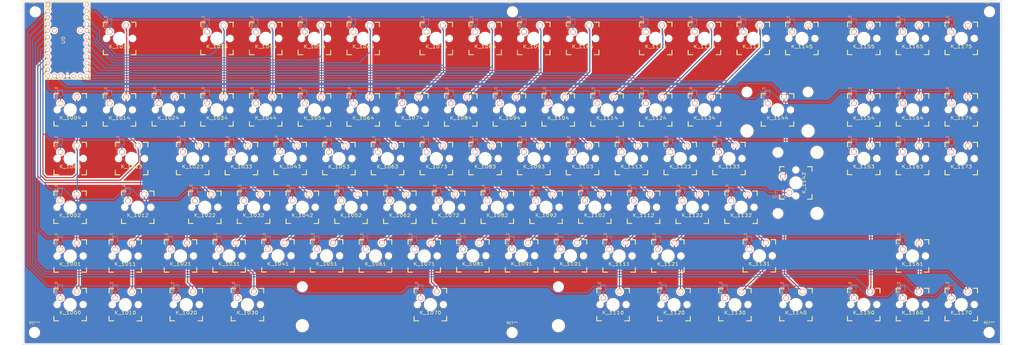
<source format=kicad_pcb>
(kicad_pcb (version 20171130) (host pcbnew "(5.0.0-rc2-dev-172-g17c0917da)")

  (general
    (thickness 1.6)
    (drawings 1367)
    (tracks 894)
    (zones 0)
    (modules 193)
    (nets 125)
  )

  (page A3)
  (layers
    (0 F.Cu signal)
    (31 B.Cu signal)
    (32 B.Adhes user)
    (33 F.Adhes user)
    (34 B.Paste user)
    (35 F.Paste user)
    (36 B.SilkS user)
    (37 F.SilkS user)
    (38 B.Mask user)
    (39 F.Mask user)
    (40 Dwgs.User user)
    (41 Cmts.User user)
    (42 Eco1.User user)
    (43 Eco2.User user)
    (44 Edge.Cuts user)
    (45 Margin user)
    (46 B.CrtYd user)
    (47 F.CrtYd user)
    (48 B.Fab user)
    (49 F.Fab user)
  )

  (setup
    (last_trace_width 0.4)
    (trace_clearance 0.6)
    (zone_clearance 0.508)
    (zone_45_only no)
    (trace_min 0.4)
    (segment_width 0.2)
    (edge_width 0.15)
    (via_size 0.8)
    (via_drill 0.4)
    (via_min_size 0.4)
    (via_min_drill 0.3)
    (uvia_size 0.3)
    (uvia_drill 0.1)
    (uvias_allowed no)
    (uvia_min_size 0.2)
    (uvia_min_drill 0.1)
    (pcb_text_width 0.3)
    (pcb_text_size 1.5 1.5)
    (mod_edge_width 0.15)
    (mod_text_size 1 1)
    (mod_text_width 0.15)
    (pad_size 1.524 1.524)
    (pad_drill 0.762)
    (pad_to_mask_clearance 0.2)
    (aux_axis_origin 0 0)
    (visible_elements FFFFFF7F)
    (pcbplotparams
      (layerselection 0x010fc_ffffffff)
      (usegerberextensions false)
      (usegerberattributes false)
      (usegerberadvancedattributes false)
      (creategerberjobfile false)
      (excludeedgelayer true)
      (linewidth 0.100000)
      (plotframeref false)
      (viasonmask false)
      (mode 1)
      (useauxorigin false)
      (hpglpennumber 1)
      (hpglpenspeed 20)
      (hpglpendiameter 15)
      (psnegative false)
      (psa4output false)
      (plotreference true)
      (plotvalue true)
      (plotinvisibletext false)
      (padsonsilk false)
      (subtractmaskfromsilk false)
      (outputformat 1)
      (mirror false)
      (drillshape 1)
      (scaleselection 1)
      (outputdirectory gerbers/))
  )

  (net 0 "")
  (net 1 /row0)
  (net 2 /row1)
  (net 3 /row2)
  (net 4 /row3)
  (net 5 /col1)
  (net 6 /col4)
  (net 7 /col5)
  (net 8 /col6)
  (net 9 /col7)
  (net 10 /col2)
  (net 11 /col3)
  (net 12 /col9)
  (net 13 "Net-(U0-Pad16)")
  (net 14 /col8)
  (net 15 /col10)
  (net 16 /col11)
  (net 17 /row4)
  (net 18 /row5)
  (net 19 /col0)
  (net 20 /col17)
  (net 21 /col16)
  (net 22 /col15)
  (net 23 /col14)
  (net 24 /col13)
  (net 25 "Net-(U0-Pad29)")
  (net 26 "Net-(U0-Pad30)")
  (net 27 /col12)
  (net 28 GND)
  (net 29 VCC)
  (net 30 "Net-(U0-Pad31)")
  (net 31 "Net-(U0-Pad1)")
  (net 32 "Net-(D_1131-Pad2)")
  (net 33 "Net-(D_1012-Pad2)")
  (net 34 "Net-(D_1070-Pad2)")
  (net 35 "Net-(D_1142-Pad2)")
  (net 36 "Net-(D_1144-Pad2)")
  (net 37 "Net-(D_1013-Pad2)")
  (net 38 "Net-(D_1130-Pad2)")
  (net 39 "Net-(D_1030-Pad2)")
  (net 40 "Net-(D_1140-Pad2)")
  (net 41 "Net-(D_1110-Pad2)")
  (net 42 "Net-(D_1020-Pad2)")
  (net 43 "Net-(D_1120-Pad2)")
  (net 44 "Net-(D_1010-Pad2)")
  (net 45 "Net-(D_1011-Pad2)")
  (net 46 "Net-(D_1102-Pad2)")
  (net 47 "Net-(D_1132-Pad2)")
  (net 48 "Net-(D_1122-Pad2)")
  (net 49 "Net-(D_1145-Pad2)")
  (net 50 "Net-(D_1135-Pad2)")
  (net 51 "Net-(D_1134-Pad2)")
  (net 52 "Net-(D_1133-Pad2)")
  (net 53 "Net-(D_1121-Pad2)")
  (net 54 "Net-(D_1101-Pad2)")
  (net 55 "Net-(D_1115-Pad2)")
  (net 56 "Net-(D_1114-Pad2)")
  (net 57 "Net-(D_1113-Pad2)")
  (net 58 "Net-(D_1112-Pad2)")
  (net 59 "Net-(D_1111-Pad2)")
  (net 60 "Net-(D_1105-Pad2)")
  (net 61 "Net-(D_1104-Pad2)")
  (net 62 "Net-(D_1103-Pad2)")
  (net 63 "Net-(D_1081-Pad2)")
  (net 64 "Net-(D_1082-Pad2)")
  (net 65 "Net-(D_1095-Pad2)")
  (net 66 "Net-(D_1094-Pad2)")
  (net 67 "Net-(D_1093-Pad2)")
  (net 68 "Net-(D_1092-Pad2)")
  (net 69 "Net-(D_1091-Pad2)")
  (net 70 "Net-(D_1085-Pad2)")
  (net 71 "Net-(D_1084-Pad2)")
  (net 72 "Net-(D_1083-Pad2)")
  (net 73 "Net-(D_1062-Pad2)")
  (net 74 "Net-(D_1000-Pad2)")
  (net 75 "Net-(D_1024-Pad2)")
  (net 76 "Net-(D_1072-Pad2)")
  (net 77 "Net-(D_1071-Pad2)")
  (net 78 "Net-(D_1073-Pad2)")
  (net 79 "Net-(D_1065-Pad2)")
  (net 80 "Net-(D_1064-Pad2)")
  (net 81 "Net-(D_1075-Pad2)")
  (net 82 "Net-(D_1074-Pad2)")
  (net 83 "Net-(D_1124-Pad2)")
  (net 84 "Net-(D_1061-Pad2)")
  (net 85 "Net-(D_1055-Pad2)")
  (net 86 "Net-(D_1001-Pad2)")
  (net 87 "Net-(D_1054-Pad2)")
  (net 88 "Net-(D_1053-Pad2)")
  (net 89 "Net-(D_1052-Pad2)")
  (net 90 "Net-(D_1051-Pad2)")
  (net 91 "Net-(D_1125-Pad2)")
  (net 92 "Net-(D_1003-Pad2)")
  (net 93 "Net-(D_1002-Pad2)")
  (net 94 "Net-(D_1123-Pad2)")
  (net 95 "Net-(D_1035-Pad2)")
  (net 96 "Net-(D_1034-Pad2)")
  (net 97 "Net-(D_1033-Pad2)")
  (net 98 "Net-(D_1031-Pad2)")
  (net 99 "Net-(D_1023-Pad2)")
  (net 100 "Net-(D_1022-Pad2)")
  (net 101 "Net-(D_1021-Pad2)")
  (net 102 "Net-(D_1015-Pad2)")
  (net 103 "Net-(D_1014-Pad2)")
  (net 104 "Net-(D_1004-Pad2)")
  (net 105 "Net-(D_1032-Pad2)")
  (net 106 "Net-(D_1175-Pad2)")
  (net 107 "Net-(D_1174-Pad2)")
  (net 108 "Net-(D_1173-Pad2)")
  (net 109 "Net-(D_1170-Pad2)")
  (net 110 "Net-(D_1164-Pad2)")
  (net 111 "Net-(D_1163-Pad2)")
  (net 112 "Net-(D_1161-Pad2)")
  (net 113 "Net-(D_1160-Pad2)")
  (net 114 "Net-(D_1155-Pad2)")
  (net 115 "Net-(D_1153-Pad2)")
  (net 116 "Net-(D_1150-Pad2)")
  (net 117 "Net-(D_1154-Pad2)")
  (net 118 "Net-(D_1165-Pad2)")
  (net 119 "Net-(D_1063-Pad2)")
  (net 120 "Net-(D_1045-Pad2)")
  (net 121 "Net-(D_1043-Pad2)")
  (net 122 "Net-(D_1042-Pad2)")
  (net 123 "Net-(D_1041-Pad2)")
  (net 124 "Net-(D_1044-Pad2)")

  (net_class Default "This is the default net class."
    (clearance 0.6)
    (trace_width 0.4)
    (via_dia 0.8)
    (via_drill 0.4)
    (uvia_dia 0.3)
    (uvia_drill 0.1)
    (diff_pair_gap 0.25)
    (diff_pair_width 0.4)
    (add_net /col0)
    (add_net /col1)
    (add_net /col10)
    (add_net /col11)
    (add_net /col12)
    (add_net /col13)
    (add_net /col14)
    (add_net /col15)
    (add_net /col16)
    (add_net /col17)
    (add_net /col2)
    (add_net /col3)
    (add_net /col4)
    (add_net /col5)
    (add_net /col6)
    (add_net /col7)
    (add_net /col8)
    (add_net /col9)
    (add_net /row0)
    (add_net /row1)
    (add_net /row2)
    (add_net /row3)
    (add_net /row4)
    (add_net /row5)
    (add_net GND)
    (add_net "Net-(D_1000-Pad2)")
    (add_net "Net-(D_1001-Pad2)")
    (add_net "Net-(D_1002-Pad2)")
    (add_net "Net-(D_1003-Pad2)")
    (add_net "Net-(D_1004-Pad2)")
    (add_net "Net-(D_1010-Pad2)")
    (add_net "Net-(D_1011-Pad2)")
    (add_net "Net-(D_1012-Pad2)")
    (add_net "Net-(D_1013-Pad2)")
    (add_net "Net-(D_1014-Pad2)")
    (add_net "Net-(D_1015-Pad2)")
    (add_net "Net-(D_1020-Pad2)")
    (add_net "Net-(D_1021-Pad2)")
    (add_net "Net-(D_1022-Pad2)")
    (add_net "Net-(D_1023-Pad2)")
    (add_net "Net-(D_1024-Pad2)")
    (add_net "Net-(D_1030-Pad2)")
    (add_net "Net-(D_1031-Pad2)")
    (add_net "Net-(D_1032-Pad2)")
    (add_net "Net-(D_1033-Pad2)")
    (add_net "Net-(D_1034-Pad2)")
    (add_net "Net-(D_1035-Pad2)")
    (add_net "Net-(D_1041-Pad2)")
    (add_net "Net-(D_1042-Pad2)")
    (add_net "Net-(D_1043-Pad2)")
    (add_net "Net-(D_1044-Pad2)")
    (add_net "Net-(D_1045-Pad2)")
    (add_net "Net-(D_1051-Pad2)")
    (add_net "Net-(D_1052-Pad2)")
    (add_net "Net-(D_1053-Pad2)")
    (add_net "Net-(D_1054-Pad2)")
    (add_net "Net-(D_1055-Pad2)")
    (add_net "Net-(D_1061-Pad2)")
    (add_net "Net-(D_1062-Pad2)")
    (add_net "Net-(D_1063-Pad2)")
    (add_net "Net-(D_1064-Pad2)")
    (add_net "Net-(D_1065-Pad2)")
    (add_net "Net-(D_1070-Pad2)")
    (add_net "Net-(D_1071-Pad2)")
    (add_net "Net-(D_1072-Pad2)")
    (add_net "Net-(D_1073-Pad2)")
    (add_net "Net-(D_1074-Pad2)")
    (add_net "Net-(D_1075-Pad2)")
    (add_net "Net-(D_1081-Pad2)")
    (add_net "Net-(D_1082-Pad2)")
    (add_net "Net-(D_1083-Pad2)")
    (add_net "Net-(D_1084-Pad2)")
    (add_net "Net-(D_1085-Pad2)")
    (add_net "Net-(D_1091-Pad2)")
    (add_net "Net-(D_1092-Pad2)")
    (add_net "Net-(D_1093-Pad2)")
    (add_net "Net-(D_1094-Pad2)")
    (add_net "Net-(D_1095-Pad2)")
    (add_net "Net-(D_1101-Pad2)")
    (add_net "Net-(D_1102-Pad2)")
    (add_net "Net-(D_1103-Pad2)")
    (add_net "Net-(D_1104-Pad2)")
    (add_net "Net-(D_1105-Pad2)")
    (add_net "Net-(D_1110-Pad2)")
    (add_net "Net-(D_1111-Pad2)")
    (add_net "Net-(D_1112-Pad2)")
    (add_net "Net-(D_1113-Pad2)")
    (add_net "Net-(D_1114-Pad2)")
    (add_net "Net-(D_1115-Pad2)")
    (add_net "Net-(D_1120-Pad2)")
    (add_net "Net-(D_1121-Pad2)")
    (add_net "Net-(D_1122-Pad2)")
    (add_net "Net-(D_1123-Pad2)")
    (add_net "Net-(D_1124-Pad2)")
    (add_net "Net-(D_1125-Pad2)")
    (add_net "Net-(D_1130-Pad2)")
    (add_net "Net-(D_1131-Pad2)")
    (add_net "Net-(D_1132-Pad2)")
    (add_net "Net-(D_1133-Pad2)")
    (add_net "Net-(D_1134-Pad2)")
    (add_net "Net-(D_1135-Pad2)")
    (add_net "Net-(D_1140-Pad2)")
    (add_net "Net-(D_1142-Pad2)")
    (add_net "Net-(D_1144-Pad2)")
    (add_net "Net-(D_1145-Pad2)")
    (add_net "Net-(D_1150-Pad2)")
    (add_net "Net-(D_1153-Pad2)")
    (add_net "Net-(D_1154-Pad2)")
    (add_net "Net-(D_1155-Pad2)")
    (add_net "Net-(D_1160-Pad2)")
    (add_net "Net-(D_1161-Pad2)")
    (add_net "Net-(D_1163-Pad2)")
    (add_net "Net-(D_1164-Pad2)")
    (add_net "Net-(D_1165-Pad2)")
    (add_net "Net-(D_1170-Pad2)")
    (add_net "Net-(D_1173-Pad2)")
    (add_net "Net-(D_1174-Pad2)")
    (add_net "Net-(D_1175-Pad2)")
    (add_net "Net-(U0-Pad1)")
    (add_net "Net-(U0-Pad16)")
    (add_net "Net-(U0-Pad29)")
    (add_net "Net-(U0-Pad30)")
    (add_net "Net-(U0-Pad31)")
    (add_net VCC)
  )

  (module Diodes_SMD:D_0805 (layer B.Cu) (tedit 590CE9A4) (tstamp 5AEBC15E)
    (at 117.7913 107.65 270)
    (descr "Diode SMD in 0805 package http://datasheets.avx.com/schottky.pdf")
    (tags "smd diode")
    (path /5AA72E5E)
    (attr smd)
    (fp_text reference D_1041 (at 0 1.6 270) (layer B.SilkS)
      (effects (font (size 1 1) (thickness 0.15)) (justify mirror))
    )
    (fp_text value D (at 0 -1.7 270) (layer B.Fab)
      (effects (font (size 1 1) (thickness 0.15)) (justify mirror))
    )
    (fp_line (start -1.6 0.8) (end 1 0.8) (layer B.SilkS) (width 0.12))
    (fp_line (start -1.6 -0.8) (end 1 -0.8) (layer B.SilkS) (width 0.12))
    (fp_line (start -1 0.65) (end 1 0.65) (layer B.Fab) (width 0.1))
    (fp_line (start 1 0.65) (end 1 -0.65) (layer B.Fab) (width 0.1))
    (fp_line (start 1 -0.65) (end -1 -0.65) (layer B.Fab) (width 0.1))
    (fp_line (start -1 -0.65) (end -1 0.65) (layer B.Fab) (width 0.1))
    (fp_line (start 0.2 0.2) (end -0.1 0) (layer B.Fab) (width 0.1))
    (fp_line (start -0.1 0) (end 0.2 -0.2) (layer B.Fab) (width 0.1))
    (fp_line (start 0.2 -0.2) (end 0.2 0.2) (layer B.Fab) (width 0.1))
    (fp_line (start -0.1 0.2) (end -0.1 -0.2) (layer B.Fab) (width 0.1))
    (fp_line (start -0.1 0) (end -0.3 0) (layer B.Fab) (width 0.1))
    (fp_line (start 0.2 0) (end 0.4 0) (layer B.Fab) (width 0.1))
    (fp_line (start -1.7 0.88) (end 1.7 0.88) (layer B.CrtYd) (width 0.05))
    (fp_line (start 1.7 0.88) (end 1.7 -0.88) (layer B.CrtYd) (width 0.05))
    (fp_line (start 1.7 -0.88) (end -1.7 -0.88) (layer B.CrtYd) (width 0.05))
    (fp_line (start -1.7 -0.88) (end -1.7 0.88) (layer B.CrtYd) (width 0.05))
    (fp_line (start -1.6 0.8) (end -1.6 -0.8) (layer B.SilkS) (width 0.12))
    (fp_text user %R (at 0 1.6 270) (layer B.Fab)
      (effects (font (size 1 1) (thickness 0.15)) (justify mirror))
    )
    (pad 2 smd rect (at 1.05 0 270) (size 0.8 0.9) (layers B.Cu B.Paste B.Mask)
      (net 123 "Net-(D_1041-Pad2)"))
    (pad 1 smd rect (at -1.05 0 270) (size 0.8 0.9) (layers B.Cu B.Paste B.Mask)
      (net 2 /row1))
    (model ${KISYS3DMOD}/Diodes_SMD.3dshapes/D_0805.wrl
      (at (xyz 0 0 0))
      (scale (xyz 1 1 1))
      (rotate (xyz 0 0 0))
    )
  )

  (module Diodes_SMD:D_0805 (layer B.Cu) (tedit 590CE9A4) (tstamp 5AEBBEF0)
    (at 122.5413 69.55 270)
    (descr "Diode SMD in 0805 package http://datasheets.avx.com/schottky.pdf")
    (tags "smd diode")
    (path /5AA72E3E)
    (attr smd)
    (fp_text reference D_1043 (at 0 1.6 270) (layer B.SilkS)
      (effects (font (size 1 1) (thickness 0.15)) (justify mirror))
    )
    (fp_text value D (at 0 -1.7 270) (layer B.Fab)
      (effects (font (size 1 1) (thickness 0.15)) (justify mirror))
    )
    (fp_text user %R (at 0 1.6 270) (layer B.Fab)
      (effects (font (size 1 1) (thickness 0.15)) (justify mirror))
    )
    (fp_line (start -1.6 0.8) (end -1.6 -0.8) (layer B.SilkS) (width 0.12))
    (fp_line (start -1.7 -0.88) (end -1.7 0.88) (layer B.CrtYd) (width 0.05))
    (fp_line (start 1.7 -0.88) (end -1.7 -0.88) (layer B.CrtYd) (width 0.05))
    (fp_line (start 1.7 0.88) (end 1.7 -0.88) (layer B.CrtYd) (width 0.05))
    (fp_line (start -1.7 0.88) (end 1.7 0.88) (layer B.CrtYd) (width 0.05))
    (fp_line (start 0.2 0) (end 0.4 0) (layer B.Fab) (width 0.1))
    (fp_line (start -0.1 0) (end -0.3 0) (layer B.Fab) (width 0.1))
    (fp_line (start -0.1 0.2) (end -0.1 -0.2) (layer B.Fab) (width 0.1))
    (fp_line (start 0.2 -0.2) (end 0.2 0.2) (layer B.Fab) (width 0.1))
    (fp_line (start -0.1 0) (end 0.2 -0.2) (layer B.Fab) (width 0.1))
    (fp_line (start 0.2 0.2) (end -0.1 0) (layer B.Fab) (width 0.1))
    (fp_line (start -1 -0.65) (end -1 0.65) (layer B.Fab) (width 0.1))
    (fp_line (start 1 -0.65) (end -1 -0.65) (layer B.Fab) (width 0.1))
    (fp_line (start 1 0.65) (end 1 -0.65) (layer B.Fab) (width 0.1))
    (fp_line (start -1 0.65) (end 1 0.65) (layer B.Fab) (width 0.1))
    (fp_line (start -1.6 -0.8) (end 1 -0.8) (layer B.SilkS) (width 0.12))
    (fp_line (start -1.6 0.8) (end 1 0.8) (layer B.SilkS) (width 0.12))
    (pad 1 smd rect (at -1.05 0 270) (size 0.8 0.9) (layers B.Cu B.Paste B.Mask)
      (net 4 /row3))
    (pad 2 smd rect (at 1.05 0 270) (size 0.8 0.9) (layers B.Cu B.Paste B.Mask)
      (net 121 "Net-(D_1043-Pad2)"))
    (model ${KISYS3DMOD}/Diodes_SMD.3dshapes/D_0805.wrl
      (at (xyz 0 0 0))
      (scale (xyz 1 1 1))
      (rotate (xyz 0 0 0))
    )
  )

  (module Diodes_SMD:D_0805 (layer B.Cu) (tedit 590CE9A4) (tstamp 5AEBBED8)
    (at 112.9863 50.53 270)
    (descr "Diode SMD in 0805 package http://datasheets.avx.com/schottky.pdf")
    (tags "smd diode")
    (path /5AA72E2E)
    (attr smd)
    (fp_text reference D_1044 (at 0 1.6 270) (layer B.SilkS)
      (effects (font (size 1 1) (thickness 0.15)) (justify mirror))
    )
    (fp_text value D (at 0 -1.7 270) (layer B.Fab)
      (effects (font (size 1 1) (thickness 0.15)) (justify mirror))
    )
    (fp_line (start -1.6 0.8) (end 1 0.8) (layer B.SilkS) (width 0.12))
    (fp_line (start -1.6 -0.8) (end 1 -0.8) (layer B.SilkS) (width 0.12))
    (fp_line (start -1 0.65) (end 1 0.65) (layer B.Fab) (width 0.1))
    (fp_line (start 1 0.65) (end 1 -0.65) (layer B.Fab) (width 0.1))
    (fp_line (start 1 -0.65) (end -1 -0.65) (layer B.Fab) (width 0.1))
    (fp_line (start -1 -0.65) (end -1 0.65) (layer B.Fab) (width 0.1))
    (fp_line (start 0.2 0.2) (end -0.1 0) (layer B.Fab) (width 0.1))
    (fp_line (start -0.1 0) (end 0.2 -0.2) (layer B.Fab) (width 0.1))
    (fp_line (start 0.2 -0.2) (end 0.2 0.2) (layer B.Fab) (width 0.1))
    (fp_line (start -0.1 0.2) (end -0.1 -0.2) (layer B.Fab) (width 0.1))
    (fp_line (start -0.1 0) (end -0.3 0) (layer B.Fab) (width 0.1))
    (fp_line (start 0.2 0) (end 0.4 0) (layer B.Fab) (width 0.1))
    (fp_line (start -1.7 0.88) (end 1.7 0.88) (layer B.CrtYd) (width 0.05))
    (fp_line (start 1.7 0.88) (end 1.7 -0.88) (layer B.CrtYd) (width 0.05))
    (fp_line (start 1.7 -0.88) (end -1.7 -0.88) (layer B.CrtYd) (width 0.05))
    (fp_line (start -1.7 -0.88) (end -1.7 0.88) (layer B.CrtYd) (width 0.05))
    (fp_line (start -1.6 0.8) (end -1.6 -0.8) (layer B.SilkS) (width 0.12))
    (fp_text user %R (at 0 1.6 270) (layer B.Fab)
      (effects (font (size 1 1) (thickness 0.15)) (justify mirror))
    )
    (pad 2 smd rect (at 1.05 0 270) (size 0.8 0.9) (layers B.Cu B.Paste B.Mask)
      (net 124 "Net-(D_1044-Pad2)"))
    (pad 1 smd rect (at -1.05 0 270) (size 0.8 0.9) (layers B.Cu B.Paste B.Mask)
      (net 17 /row4))
    (model ${KISYS3DMOD}/Diodes_SMD.3dshapes/D_0805.wrl
      (at (xyz 0 0 0))
      (scale (xyz 1 1 1))
      (rotate (xyz 0 0 0))
    )
  )

  (module Diodes_SMD:D_0805 (layer B.Cu) (tedit 590CE9A4) (tstamp 5AEBBEC0)
    (at 112.9913 22.6 270)
    (descr "Diode SMD in 0805 package http://datasheets.avx.com/schottky.pdf")
    (tags "smd diode")
    (path /5AA72E1C)
    (attr smd)
    (fp_text reference D_1045 (at 0 1.6 270) (layer B.SilkS)
      (effects (font (size 1 1) (thickness 0.15)) (justify mirror))
    )
    (fp_text value D (at 0 -1.7 270) (layer B.Fab)
      (effects (font (size 1 1) (thickness 0.15)) (justify mirror))
    )
    (fp_text user %R (at 0 1.6 270) (layer B.Fab)
      (effects (font (size 1 1) (thickness 0.15)) (justify mirror))
    )
    (fp_line (start -1.6 0.8) (end -1.6 -0.8) (layer B.SilkS) (width 0.12))
    (fp_line (start -1.7 -0.88) (end -1.7 0.88) (layer B.CrtYd) (width 0.05))
    (fp_line (start 1.7 -0.88) (end -1.7 -0.88) (layer B.CrtYd) (width 0.05))
    (fp_line (start 1.7 0.88) (end 1.7 -0.88) (layer B.CrtYd) (width 0.05))
    (fp_line (start -1.7 0.88) (end 1.7 0.88) (layer B.CrtYd) (width 0.05))
    (fp_line (start 0.2 0) (end 0.4 0) (layer B.Fab) (width 0.1))
    (fp_line (start -0.1 0) (end -0.3 0) (layer B.Fab) (width 0.1))
    (fp_line (start -0.1 0.2) (end -0.1 -0.2) (layer B.Fab) (width 0.1))
    (fp_line (start 0.2 -0.2) (end 0.2 0.2) (layer B.Fab) (width 0.1))
    (fp_line (start -0.1 0) (end 0.2 -0.2) (layer B.Fab) (width 0.1))
    (fp_line (start 0.2 0.2) (end -0.1 0) (layer B.Fab) (width 0.1))
    (fp_line (start -1 -0.65) (end -1 0.65) (layer B.Fab) (width 0.1))
    (fp_line (start 1 -0.65) (end -1 -0.65) (layer B.Fab) (width 0.1))
    (fp_line (start 1 0.65) (end 1 -0.65) (layer B.Fab) (width 0.1))
    (fp_line (start -1 0.65) (end 1 0.65) (layer B.Fab) (width 0.1))
    (fp_line (start -1.6 -0.8) (end 1 -0.8) (layer B.SilkS) (width 0.12))
    (fp_line (start -1.6 0.8) (end 1 0.8) (layer B.SilkS) (width 0.12))
    (pad 1 smd rect (at -1.05 0 270) (size 0.8 0.9) (layers B.Cu B.Paste B.Mask)
      (net 18 /row5))
    (pad 2 smd rect (at 1.05 0 270) (size 0.8 0.9) (layers B.Cu B.Paste B.Mask)
      (net 120 "Net-(D_1045-Pad2)"))
    (model ${KISYS3DMOD}/Diodes_SMD.3dshapes/D_0805.wrl
      (at (xyz 0 0 0))
      (scale (xyz 1 1 1))
      (rotate (xyz 0 0 0))
    )
  )

  (module Diodes_SMD:D_0805 (layer B.Cu) (tedit 590CE9A4) (tstamp 5AEBBD38)
    (at 127.2913 88.65 270)
    (descr "Diode SMD in 0805 package http://datasheets.avx.com/schottky.pdf")
    (tags "smd diode")
    (path /5AA72E4E)
    (attr smd)
    (fp_text reference D_1042 (at 0 1.6 270) (layer B.SilkS)
      (effects (font (size 1 1) (thickness 0.15)) (justify mirror))
    )
    (fp_text value D (at 0 -1.7 270) (layer B.Fab)
      (effects (font (size 1 1) (thickness 0.15)) (justify mirror))
    )
    (fp_line (start -1.6 0.8) (end 1 0.8) (layer B.SilkS) (width 0.12))
    (fp_line (start -1.6 -0.8) (end 1 -0.8) (layer B.SilkS) (width 0.12))
    (fp_line (start -1 0.65) (end 1 0.65) (layer B.Fab) (width 0.1))
    (fp_line (start 1 0.65) (end 1 -0.65) (layer B.Fab) (width 0.1))
    (fp_line (start 1 -0.65) (end -1 -0.65) (layer B.Fab) (width 0.1))
    (fp_line (start -1 -0.65) (end -1 0.65) (layer B.Fab) (width 0.1))
    (fp_line (start 0.2 0.2) (end -0.1 0) (layer B.Fab) (width 0.1))
    (fp_line (start -0.1 0) (end 0.2 -0.2) (layer B.Fab) (width 0.1))
    (fp_line (start 0.2 -0.2) (end 0.2 0.2) (layer B.Fab) (width 0.1))
    (fp_line (start -0.1 0.2) (end -0.1 -0.2) (layer B.Fab) (width 0.1))
    (fp_line (start -0.1 0) (end -0.3 0) (layer B.Fab) (width 0.1))
    (fp_line (start 0.2 0) (end 0.4 0) (layer B.Fab) (width 0.1))
    (fp_line (start -1.7 0.88) (end 1.7 0.88) (layer B.CrtYd) (width 0.05))
    (fp_line (start 1.7 0.88) (end 1.7 -0.88) (layer B.CrtYd) (width 0.05))
    (fp_line (start 1.7 -0.88) (end -1.7 -0.88) (layer B.CrtYd) (width 0.05))
    (fp_line (start -1.7 -0.88) (end -1.7 0.88) (layer B.CrtYd) (width 0.05))
    (fp_line (start -1.6 0.8) (end -1.6 -0.8) (layer B.SilkS) (width 0.12))
    (fp_text user %R (at 0 1.6 270) (layer B.Fab)
      (effects (font (size 1 1) (thickness 0.15)) (justify mirror))
    )
    (pad 2 smd rect (at 1.05 0 270) (size 0.8 0.9) (layers B.Cu B.Paste B.Mask)
      (net 122 "Net-(D_1042-Pad2)"))
    (pad 1 smd rect (at -1.05 0 270) (size 0.8 0.9) (layers B.Cu B.Paste B.Mask)
      (net 3 /row2))
    (model ${KISYS3DMOD}/Diodes_SMD.3dshapes/D_0805.wrl
      (at (xyz 0 0 0))
      (scale (xyz 1 1 1))
      (rotate (xyz 0 0 0))
    )
  )

  (module Diodes_SMD:D_0805 (layer B.Cu) (tedit 590CE9A4) (tstamp 5AEB6D06)
    (at 160.5913 69.6 270)
    (descr "Diode SMD in 0805 package http://datasheets.avx.com/schottky.pdf")
    (tags "smd diode")
    (path /5AA9CEE3)
    (attr smd)
    (fp_text reference D_1063 (at 0 1.6 270) (layer B.SilkS)
      (effects (font (size 1 1) (thickness 0.15)) (justify mirror))
    )
    (fp_text value D (at 0 -1.7 270) (layer B.Fab)
      (effects (font (size 1 1) (thickness 0.15)) (justify mirror))
    )
    (fp_line (start -1.6 0.8) (end 1 0.8) (layer B.SilkS) (width 0.12))
    (fp_line (start -1.6 -0.8) (end 1 -0.8) (layer B.SilkS) (width 0.12))
    (fp_line (start -1 0.65) (end 1 0.65) (layer B.Fab) (width 0.1))
    (fp_line (start 1 0.65) (end 1 -0.65) (layer B.Fab) (width 0.1))
    (fp_line (start 1 -0.65) (end -1 -0.65) (layer B.Fab) (width 0.1))
    (fp_line (start -1 -0.65) (end -1 0.65) (layer B.Fab) (width 0.1))
    (fp_line (start 0.2 0.2) (end -0.1 0) (layer B.Fab) (width 0.1))
    (fp_line (start -0.1 0) (end 0.2 -0.2) (layer B.Fab) (width 0.1))
    (fp_line (start 0.2 -0.2) (end 0.2 0.2) (layer B.Fab) (width 0.1))
    (fp_line (start -0.1 0.2) (end -0.1 -0.2) (layer B.Fab) (width 0.1))
    (fp_line (start -0.1 0) (end -0.3 0) (layer B.Fab) (width 0.1))
    (fp_line (start 0.2 0) (end 0.4 0) (layer B.Fab) (width 0.1))
    (fp_line (start -1.7 0.88) (end 1.7 0.88) (layer B.CrtYd) (width 0.05))
    (fp_line (start 1.7 0.88) (end 1.7 -0.88) (layer B.CrtYd) (width 0.05))
    (fp_line (start 1.7 -0.88) (end -1.7 -0.88) (layer B.CrtYd) (width 0.05))
    (fp_line (start -1.7 -0.88) (end -1.7 0.88) (layer B.CrtYd) (width 0.05))
    (fp_line (start -1.6 0.8) (end -1.6 -0.8) (layer B.SilkS) (width 0.12))
    (fp_text user %R (at 0 1.6 270) (layer B.Fab)
      (effects (font (size 1 1) (thickness 0.15)) (justify mirror))
    )
    (pad 2 smd rect (at 1.05 0 270) (size 0.8 0.9) (layers B.Cu B.Paste B.Mask)
      (net 119 "Net-(D_1063-Pad2)"))
    (pad 1 smd rect (at -1.05 0 270) (size 0.8 0.9) (layers B.Cu B.Paste B.Mask)
      (net 4 /row3))
    (model ${KISYS3DMOD}/Diodes_SMD.3dshapes/D_0805.wrl
      (at (xyz 0 0 0))
      (scale (xyz 1 1 1))
      (rotate (xyz 0 0 0))
    )
  )

  (module Diodes_SMD:D_0805 (layer B.Cu) (tedit 590CE9A4) (tstamp 5AEB1787)
    (at 365.7363 22.58 270)
    (descr "Diode SMD in 0805 package http://datasheets.avx.com/schottky.pdf")
    (tags "smd diode")
    (path /5ABEF74A)
    (attr smd)
    (fp_text reference D_1165 (at 0 1.6 270) (layer B.SilkS)
      (effects (font (size 1 1) (thickness 0.15)) (justify mirror))
    )
    (fp_text value D (at 0 -1.7 270) (layer B.Fab)
      (effects (font (size 1 1) (thickness 0.15)) (justify mirror))
    )
    (fp_line (start -1.6 0.8) (end 1 0.8) (layer B.SilkS) (width 0.12))
    (fp_line (start -1.6 -0.8) (end 1 -0.8) (layer B.SilkS) (width 0.12))
    (fp_line (start -1 0.65) (end 1 0.65) (layer B.Fab) (width 0.1))
    (fp_line (start 1 0.65) (end 1 -0.65) (layer B.Fab) (width 0.1))
    (fp_line (start 1 -0.65) (end -1 -0.65) (layer B.Fab) (width 0.1))
    (fp_line (start -1 -0.65) (end -1 0.65) (layer B.Fab) (width 0.1))
    (fp_line (start 0.2 0.2) (end -0.1 0) (layer B.Fab) (width 0.1))
    (fp_line (start -0.1 0) (end 0.2 -0.2) (layer B.Fab) (width 0.1))
    (fp_line (start 0.2 -0.2) (end 0.2 0.2) (layer B.Fab) (width 0.1))
    (fp_line (start -0.1 0.2) (end -0.1 -0.2) (layer B.Fab) (width 0.1))
    (fp_line (start -0.1 0) (end -0.3 0) (layer B.Fab) (width 0.1))
    (fp_line (start 0.2 0) (end 0.4 0) (layer B.Fab) (width 0.1))
    (fp_line (start -1.7 0.88) (end 1.7 0.88) (layer B.CrtYd) (width 0.05))
    (fp_line (start 1.7 0.88) (end 1.7 -0.88) (layer B.CrtYd) (width 0.05))
    (fp_line (start 1.7 -0.88) (end -1.7 -0.88) (layer B.CrtYd) (width 0.05))
    (fp_line (start -1.7 -0.88) (end -1.7 0.88) (layer B.CrtYd) (width 0.05))
    (fp_line (start -1.6 0.8) (end -1.6 -0.8) (layer B.SilkS) (width 0.12))
    (fp_text user %R (at 0 1.6 270) (layer B.Fab)
      (effects (font (size 1 1) (thickness 0.15)) (justify mirror))
    )
    (pad 2 smd rect (at 1.05 0 270) (size 0.8 0.9) (layers B.Cu B.Paste B.Mask)
      (net 118 "Net-(D_1165-Pad2)"))
    (pad 1 smd rect (at -1.05 0 270) (size 0.8 0.9) (layers B.Cu B.Paste B.Mask)
      (net 18 /row5))
    (model ${KISYS3DMOD}/Diodes_SMD.3dshapes/D_0805.wrl
      (at (xyz 0 0 0))
      (scale (xyz 1 1 1))
      (rotate (xyz 0 0 0))
    )
  )

  (module Diodes_SMD:D_0805 (layer B.Cu) (tedit 590CE9A4) (tstamp 5AEA749C)
    (at 346.6863 50.555 270)
    (descr "Diode SMD in 0805 package http://datasheets.avx.com/schottky.pdf")
    (tags "smd diode")
    (path /5ABEF6F0)
    (attr smd)
    (fp_text reference D_1154 (at 0 1.6 270) (layer B.SilkS)
      (effects (font (size 1 1) (thickness 0.15)) (justify mirror))
    )
    (fp_text value D (at 0 -1.7 270) (layer B.Fab)
      (effects (font (size 1 1) (thickness 0.15)) (justify mirror))
    )
    (fp_text user %R (at 0 1.6 270) (layer B.Fab)
      (effects (font (size 1 1) (thickness 0.15)) (justify mirror))
    )
    (fp_line (start -1.6 0.8) (end -1.6 -0.8) (layer B.SilkS) (width 0.12))
    (fp_line (start -1.7 -0.88) (end -1.7 0.88) (layer B.CrtYd) (width 0.05))
    (fp_line (start 1.7 -0.88) (end -1.7 -0.88) (layer B.CrtYd) (width 0.05))
    (fp_line (start 1.7 0.88) (end 1.7 -0.88) (layer B.CrtYd) (width 0.05))
    (fp_line (start -1.7 0.88) (end 1.7 0.88) (layer B.CrtYd) (width 0.05))
    (fp_line (start 0.2 0) (end 0.4 0) (layer B.Fab) (width 0.1))
    (fp_line (start -0.1 0) (end -0.3 0) (layer B.Fab) (width 0.1))
    (fp_line (start -0.1 0.2) (end -0.1 -0.2) (layer B.Fab) (width 0.1))
    (fp_line (start 0.2 -0.2) (end 0.2 0.2) (layer B.Fab) (width 0.1))
    (fp_line (start -0.1 0) (end 0.2 -0.2) (layer B.Fab) (width 0.1))
    (fp_line (start 0.2 0.2) (end -0.1 0) (layer B.Fab) (width 0.1))
    (fp_line (start -1 -0.65) (end -1 0.65) (layer B.Fab) (width 0.1))
    (fp_line (start 1 -0.65) (end -1 -0.65) (layer B.Fab) (width 0.1))
    (fp_line (start 1 0.65) (end 1 -0.65) (layer B.Fab) (width 0.1))
    (fp_line (start -1 0.65) (end 1 0.65) (layer B.Fab) (width 0.1))
    (fp_line (start -1.6 -0.8) (end 1 -0.8) (layer B.SilkS) (width 0.12))
    (fp_line (start -1.6 0.8) (end 1 0.8) (layer B.SilkS) (width 0.12))
    (pad 1 smd rect (at -1.05 0 270) (size 0.8 0.9) (layers B.Cu B.Paste B.Mask)
      (net 17 /row4))
    (pad 2 smd rect (at 1.05 0 270) (size 0.8 0.9) (layers B.Cu B.Paste B.Mask)
      (net 117 "Net-(D_1154-Pad2)"))
    (model ${KISYS3DMOD}/Diodes_SMD.3dshapes/D_0805.wrl
      (at (xyz 0 0 0))
      (scale (xyz 1 1 1))
      (rotate (xyz 0 0 0))
    )
  )

  (module Diodes_SMD:D_0805 (layer B.Cu) (tedit 590CE9A4) (tstamp 5AEA72B8)
    (at 346.6863 126.73 270)
    (descr "Diode SMD in 0805 package http://datasheets.avx.com/schottky.pdf")
    (tags "smd diode")
    (path /5ABEF730)
    (attr smd)
    (fp_text reference D_1150 (at 0 1.6 270) (layer B.SilkS)
      (effects (font (size 1 1) (thickness 0.15)) (justify mirror))
    )
    (fp_text value D (at 0 -1.7 270) (layer B.Fab)
      (effects (font (size 1 1) (thickness 0.15)) (justify mirror))
    )
    (fp_line (start -1.6 0.8) (end 1 0.8) (layer B.SilkS) (width 0.12))
    (fp_line (start -1.6 -0.8) (end 1 -0.8) (layer B.SilkS) (width 0.12))
    (fp_line (start -1 0.65) (end 1 0.65) (layer B.Fab) (width 0.1))
    (fp_line (start 1 0.65) (end 1 -0.65) (layer B.Fab) (width 0.1))
    (fp_line (start 1 -0.65) (end -1 -0.65) (layer B.Fab) (width 0.1))
    (fp_line (start -1 -0.65) (end -1 0.65) (layer B.Fab) (width 0.1))
    (fp_line (start 0.2 0.2) (end -0.1 0) (layer B.Fab) (width 0.1))
    (fp_line (start -0.1 0) (end 0.2 -0.2) (layer B.Fab) (width 0.1))
    (fp_line (start 0.2 -0.2) (end 0.2 0.2) (layer B.Fab) (width 0.1))
    (fp_line (start -0.1 0.2) (end -0.1 -0.2) (layer B.Fab) (width 0.1))
    (fp_line (start -0.1 0) (end -0.3 0) (layer B.Fab) (width 0.1))
    (fp_line (start 0.2 0) (end 0.4 0) (layer B.Fab) (width 0.1))
    (fp_line (start -1.7 0.88) (end 1.7 0.88) (layer B.CrtYd) (width 0.05))
    (fp_line (start 1.7 0.88) (end 1.7 -0.88) (layer B.CrtYd) (width 0.05))
    (fp_line (start 1.7 -0.88) (end -1.7 -0.88) (layer B.CrtYd) (width 0.05))
    (fp_line (start -1.7 -0.88) (end -1.7 0.88) (layer B.CrtYd) (width 0.05))
    (fp_line (start -1.6 0.8) (end -1.6 -0.8) (layer B.SilkS) (width 0.12))
    (fp_text user %R (at 0 1.6 270) (layer B.Fab)
      (effects (font (size 1 1) (thickness 0.15)) (justify mirror))
    )
    (pad 2 smd rect (at 1.05 0 270) (size 0.8 0.9) (layers B.Cu B.Paste B.Mask)
      (net 116 "Net-(D_1150-Pad2)"))
    (pad 1 smd rect (at -1.05 0 270) (size 0.8 0.9) (layers B.Cu B.Paste B.Mask)
      (net 1 /row0))
    (model ${KISYS3DMOD}/Diodes_SMD.3dshapes/D_0805.wrl
      (at (xyz 0 0 0))
      (scale (xyz 1 1 1))
      (rotate (xyz 0 0 0))
    )
  )

  (module Diodes_SMD:D_0805 (layer B.Cu) (tedit 590CE9A4) (tstamp 5AEA72A0)
    (at 384.7863 22.58 270)
    (descr "Diode SMD in 0805 package http://datasheets.avx.com/schottky.pdf")
    (tags "smd diode")
    (path /5AD52349)
    (attr smd)
    (fp_text reference D_1175 (at 0 1.6 270) (layer B.SilkS)
      (effects (font (size 1 1) (thickness 0.15)) (justify mirror))
    )
    (fp_text value D (at 0 -1.7 270) (layer B.Fab)
      (effects (font (size 1 1) (thickness 0.15)) (justify mirror))
    )
    (fp_text user %R (at 0 1.6 270) (layer B.Fab)
      (effects (font (size 1 1) (thickness 0.15)) (justify mirror))
    )
    (fp_line (start -1.6 0.8) (end -1.6 -0.8) (layer B.SilkS) (width 0.12))
    (fp_line (start -1.7 -0.88) (end -1.7 0.88) (layer B.CrtYd) (width 0.05))
    (fp_line (start 1.7 -0.88) (end -1.7 -0.88) (layer B.CrtYd) (width 0.05))
    (fp_line (start 1.7 0.88) (end 1.7 -0.88) (layer B.CrtYd) (width 0.05))
    (fp_line (start -1.7 0.88) (end 1.7 0.88) (layer B.CrtYd) (width 0.05))
    (fp_line (start 0.2 0) (end 0.4 0) (layer B.Fab) (width 0.1))
    (fp_line (start -0.1 0) (end -0.3 0) (layer B.Fab) (width 0.1))
    (fp_line (start -0.1 0.2) (end -0.1 -0.2) (layer B.Fab) (width 0.1))
    (fp_line (start 0.2 -0.2) (end 0.2 0.2) (layer B.Fab) (width 0.1))
    (fp_line (start -0.1 0) (end 0.2 -0.2) (layer B.Fab) (width 0.1))
    (fp_line (start 0.2 0.2) (end -0.1 0) (layer B.Fab) (width 0.1))
    (fp_line (start -1 -0.65) (end -1 0.65) (layer B.Fab) (width 0.1))
    (fp_line (start 1 -0.65) (end -1 -0.65) (layer B.Fab) (width 0.1))
    (fp_line (start 1 0.65) (end 1 -0.65) (layer B.Fab) (width 0.1))
    (fp_line (start -1 0.65) (end 1 0.65) (layer B.Fab) (width 0.1))
    (fp_line (start -1.6 -0.8) (end 1 -0.8) (layer B.SilkS) (width 0.12))
    (fp_line (start -1.6 0.8) (end 1 0.8) (layer B.SilkS) (width 0.12))
    (pad 1 smd rect (at -1.05 0 270) (size 0.8 0.9) (layers B.Cu B.Paste B.Mask)
      (net 18 /row5))
    (pad 2 smd rect (at 1.05 0 270) (size 0.8 0.9) (layers B.Cu B.Paste B.Mask)
      (net 106 "Net-(D_1175-Pad2)"))
    (model ${KISYS3DMOD}/Diodes_SMD.3dshapes/D_0805.wrl
      (at (xyz 0 0 0))
      (scale (xyz 1 1 1))
      (rotate (xyz 0 0 0))
    )
  )

  (module Diodes_SMD:D_0805 (layer B.Cu) (tedit 590CE9A4) (tstamp 5AEA7288)
    (at 384.7913 50.505 270)
    (descr "Diode SMD in 0805 package http://datasheets.avx.com/schottky.pdf")
    (tags "smd diode")
    (path /5AD5235B)
    (attr smd)
    (fp_text reference D_1174 (at 0 1.6 270) (layer B.SilkS)
      (effects (font (size 1 1) (thickness 0.15)) (justify mirror))
    )
    (fp_text value D (at 0 -1.7 270) (layer B.Fab)
      (effects (font (size 1 1) (thickness 0.15)) (justify mirror))
    )
    (fp_line (start -1.6 0.8) (end 1 0.8) (layer B.SilkS) (width 0.12))
    (fp_line (start -1.6 -0.8) (end 1 -0.8) (layer B.SilkS) (width 0.12))
    (fp_line (start -1 0.65) (end 1 0.65) (layer B.Fab) (width 0.1))
    (fp_line (start 1 0.65) (end 1 -0.65) (layer B.Fab) (width 0.1))
    (fp_line (start 1 -0.65) (end -1 -0.65) (layer B.Fab) (width 0.1))
    (fp_line (start -1 -0.65) (end -1 0.65) (layer B.Fab) (width 0.1))
    (fp_line (start 0.2 0.2) (end -0.1 0) (layer B.Fab) (width 0.1))
    (fp_line (start -0.1 0) (end 0.2 -0.2) (layer B.Fab) (width 0.1))
    (fp_line (start 0.2 -0.2) (end 0.2 0.2) (layer B.Fab) (width 0.1))
    (fp_line (start -0.1 0.2) (end -0.1 -0.2) (layer B.Fab) (width 0.1))
    (fp_line (start -0.1 0) (end -0.3 0) (layer B.Fab) (width 0.1))
    (fp_line (start 0.2 0) (end 0.4 0) (layer B.Fab) (width 0.1))
    (fp_line (start -1.7 0.88) (end 1.7 0.88) (layer B.CrtYd) (width 0.05))
    (fp_line (start 1.7 0.88) (end 1.7 -0.88) (layer B.CrtYd) (width 0.05))
    (fp_line (start 1.7 -0.88) (end -1.7 -0.88) (layer B.CrtYd) (width 0.05))
    (fp_line (start -1.7 -0.88) (end -1.7 0.88) (layer B.CrtYd) (width 0.05))
    (fp_line (start -1.6 0.8) (end -1.6 -0.8) (layer B.SilkS) (width 0.12))
    (fp_text user %R (at 0 1.6 270) (layer B.Fab)
      (effects (font (size 1 1) (thickness 0.15)) (justify mirror))
    )
    (pad 2 smd rect (at 1.05 0 270) (size 0.8 0.9) (layers B.Cu B.Paste B.Mask)
      (net 107 "Net-(D_1174-Pad2)"))
    (pad 1 smd rect (at -1.05 0 270) (size 0.8 0.9) (layers B.Cu B.Paste B.Mask)
      (net 17 /row4))
    (model ${KISYS3DMOD}/Diodes_SMD.3dshapes/D_0805.wrl
      (at (xyz 0 0 0))
      (scale (xyz 1 1 1))
      (rotate (xyz 0 0 0))
    )
  )

  (module Diodes_SMD:D_0805 (layer B.Cu) (tedit 590CE9A4) (tstamp 5AEA7270)
    (at 384.7863 69.605 270)
    (descr "Diode SMD in 0805 package http://datasheets.avx.com/schottky.pdf")
    (tags "smd diode")
    (path /5AD5236B)
    (attr smd)
    (fp_text reference D_1173 (at 0 1.6 270) (layer B.SilkS)
      (effects (font (size 1 1) (thickness 0.15)) (justify mirror))
    )
    (fp_text value D (at 0 -1.7 270) (layer B.Fab)
      (effects (font (size 1 1) (thickness 0.15)) (justify mirror))
    )
    (fp_text user %R (at 0 1.6 270) (layer B.Fab)
      (effects (font (size 1 1) (thickness 0.15)) (justify mirror))
    )
    (fp_line (start -1.6 0.8) (end -1.6 -0.8) (layer B.SilkS) (width 0.12))
    (fp_line (start -1.7 -0.88) (end -1.7 0.88) (layer B.CrtYd) (width 0.05))
    (fp_line (start 1.7 -0.88) (end -1.7 -0.88) (layer B.CrtYd) (width 0.05))
    (fp_line (start 1.7 0.88) (end 1.7 -0.88) (layer B.CrtYd) (width 0.05))
    (fp_line (start -1.7 0.88) (end 1.7 0.88) (layer B.CrtYd) (width 0.05))
    (fp_line (start 0.2 0) (end 0.4 0) (layer B.Fab) (width 0.1))
    (fp_line (start -0.1 0) (end -0.3 0) (layer B.Fab) (width 0.1))
    (fp_line (start -0.1 0.2) (end -0.1 -0.2) (layer B.Fab) (width 0.1))
    (fp_line (start 0.2 -0.2) (end 0.2 0.2) (layer B.Fab) (width 0.1))
    (fp_line (start -0.1 0) (end 0.2 -0.2) (layer B.Fab) (width 0.1))
    (fp_line (start 0.2 0.2) (end -0.1 0) (layer B.Fab) (width 0.1))
    (fp_line (start -1 -0.65) (end -1 0.65) (layer B.Fab) (width 0.1))
    (fp_line (start 1 -0.65) (end -1 -0.65) (layer B.Fab) (width 0.1))
    (fp_line (start 1 0.65) (end 1 -0.65) (layer B.Fab) (width 0.1))
    (fp_line (start -1 0.65) (end 1 0.65) (layer B.Fab) (width 0.1))
    (fp_line (start -1.6 -0.8) (end 1 -0.8) (layer B.SilkS) (width 0.12))
    (fp_line (start -1.6 0.8) (end 1 0.8) (layer B.SilkS) (width 0.12))
    (pad 1 smd rect (at -1.05 0 270) (size 0.8 0.9) (layers B.Cu B.Paste B.Mask)
      (net 4 /row3))
    (pad 2 smd rect (at 1.05 0 270) (size 0.8 0.9) (layers B.Cu B.Paste B.Mask)
      (net 108 "Net-(D_1173-Pad2)"))
    (model ${KISYS3DMOD}/Diodes_SMD.3dshapes/D_0805.wrl
      (at (xyz 0 0 0))
      (scale (xyz 1 1 1))
      (rotate (xyz 0 0 0))
    )
  )

  (module Diodes_SMD:D_0805 (layer B.Cu) (tedit 590CE9A4) (tstamp 5AEA7258)
    (at 384.7913 126.725 270)
    (descr "Diode SMD in 0805 package http://datasheets.avx.com/schottky.pdf")
    (tags "smd diode")
    (path /5AD5239B)
    (attr smd)
    (fp_text reference D_1170 (at 0 1.6 270) (layer B.SilkS)
      (effects (font (size 1 1) (thickness 0.15)) (justify mirror))
    )
    (fp_text value D (at 0 -1.7 270) (layer B.Fab)
      (effects (font (size 1 1) (thickness 0.15)) (justify mirror))
    )
    (fp_line (start -1.6 0.8) (end 1 0.8) (layer B.SilkS) (width 0.12))
    (fp_line (start -1.6 -0.8) (end 1 -0.8) (layer B.SilkS) (width 0.12))
    (fp_line (start -1 0.65) (end 1 0.65) (layer B.Fab) (width 0.1))
    (fp_line (start 1 0.65) (end 1 -0.65) (layer B.Fab) (width 0.1))
    (fp_line (start 1 -0.65) (end -1 -0.65) (layer B.Fab) (width 0.1))
    (fp_line (start -1 -0.65) (end -1 0.65) (layer B.Fab) (width 0.1))
    (fp_line (start 0.2 0.2) (end -0.1 0) (layer B.Fab) (width 0.1))
    (fp_line (start -0.1 0) (end 0.2 -0.2) (layer B.Fab) (width 0.1))
    (fp_line (start 0.2 -0.2) (end 0.2 0.2) (layer B.Fab) (width 0.1))
    (fp_line (start -0.1 0.2) (end -0.1 -0.2) (layer B.Fab) (width 0.1))
    (fp_line (start -0.1 0) (end -0.3 0) (layer B.Fab) (width 0.1))
    (fp_line (start 0.2 0) (end 0.4 0) (layer B.Fab) (width 0.1))
    (fp_line (start -1.7 0.88) (end 1.7 0.88) (layer B.CrtYd) (width 0.05))
    (fp_line (start 1.7 0.88) (end 1.7 -0.88) (layer B.CrtYd) (width 0.05))
    (fp_line (start 1.7 -0.88) (end -1.7 -0.88) (layer B.CrtYd) (width 0.05))
    (fp_line (start -1.7 -0.88) (end -1.7 0.88) (layer B.CrtYd) (width 0.05))
    (fp_line (start -1.6 0.8) (end -1.6 -0.8) (layer B.SilkS) (width 0.12))
    (fp_text user %R (at 0 1.6 270) (layer B.Fab)
      (effects (font (size 1 1) (thickness 0.15)) (justify mirror))
    )
    (pad 2 smd rect (at 1.05 0 270) (size 0.8 0.9) (layers B.Cu B.Paste B.Mask)
      (net 109 "Net-(D_1170-Pad2)"))
    (pad 1 smd rect (at -1.05 0 270) (size 0.8 0.9) (layers B.Cu B.Paste B.Mask)
      (net 1 /row0))
    (model ${KISYS3DMOD}/Diodes_SMD.3dshapes/D_0805.wrl
      (at (xyz 0 0 0))
      (scale (xyz 1 1 1))
      (rotate (xyz 0 0 0))
    )
  )

  (module Diodes_SMD:D_0805 (layer B.Cu) (tedit 590CE9A4) (tstamp 5AEA7240)
    (at 365.7363 50.505 270)
    (descr "Diode SMD in 0805 package http://datasheets.avx.com/schottky.pdf")
    (tags "smd diode")
    (path /5ABEF75C)
    (attr smd)
    (fp_text reference D_1164 (at 0 1.6 270) (layer B.SilkS)
      (effects (font (size 1 1) (thickness 0.15)) (justify mirror))
    )
    (fp_text value D (at 0 -1.7 270) (layer B.Fab)
      (effects (font (size 1 1) (thickness 0.15)) (justify mirror))
    )
    (fp_text user %R (at 0 1.6 270) (layer B.Fab)
      (effects (font (size 1 1) (thickness 0.15)) (justify mirror))
    )
    (fp_line (start -1.6 0.8) (end -1.6 -0.8) (layer B.SilkS) (width 0.12))
    (fp_line (start -1.7 -0.88) (end -1.7 0.88) (layer B.CrtYd) (width 0.05))
    (fp_line (start 1.7 -0.88) (end -1.7 -0.88) (layer B.CrtYd) (width 0.05))
    (fp_line (start 1.7 0.88) (end 1.7 -0.88) (layer B.CrtYd) (width 0.05))
    (fp_line (start -1.7 0.88) (end 1.7 0.88) (layer B.CrtYd) (width 0.05))
    (fp_line (start 0.2 0) (end 0.4 0) (layer B.Fab) (width 0.1))
    (fp_line (start -0.1 0) (end -0.3 0) (layer B.Fab) (width 0.1))
    (fp_line (start -0.1 0.2) (end -0.1 -0.2) (layer B.Fab) (width 0.1))
    (fp_line (start 0.2 -0.2) (end 0.2 0.2) (layer B.Fab) (width 0.1))
    (fp_line (start -0.1 0) (end 0.2 -0.2) (layer B.Fab) (width 0.1))
    (fp_line (start 0.2 0.2) (end -0.1 0) (layer B.Fab) (width 0.1))
    (fp_line (start -1 -0.65) (end -1 0.65) (layer B.Fab) (width 0.1))
    (fp_line (start 1 -0.65) (end -1 -0.65) (layer B.Fab) (width 0.1))
    (fp_line (start 1 0.65) (end 1 -0.65) (layer B.Fab) (width 0.1))
    (fp_line (start -1 0.65) (end 1 0.65) (layer B.Fab) (width 0.1))
    (fp_line (start -1.6 -0.8) (end 1 -0.8) (layer B.SilkS) (width 0.12))
    (fp_line (start -1.6 0.8) (end 1 0.8) (layer B.SilkS) (width 0.12))
    (pad 1 smd rect (at -1.05 0 270) (size 0.8 0.9) (layers B.Cu B.Paste B.Mask)
      (net 17 /row4))
    (pad 2 smd rect (at 1.05 0 270) (size 0.8 0.9) (layers B.Cu B.Paste B.Mask)
      (net 110 "Net-(D_1164-Pad2)"))
    (model ${KISYS3DMOD}/Diodes_SMD.3dshapes/D_0805.wrl
      (at (xyz 0 0 0))
      (scale (xyz 1 1 1))
      (rotate (xyz 0 0 0))
    )
  )

  (module Diodes_SMD:D_0805 (layer B.Cu) (tedit 590CE9A4) (tstamp 5AEA7228)
    (at 365.7363 69.605 270)
    (descr "Diode SMD in 0805 package http://datasheets.avx.com/schottky.pdf")
    (tags "smd diode")
    (path /5ABEF76C)
    (attr smd)
    (fp_text reference D_1163 (at 0 1.6 270) (layer B.SilkS)
      (effects (font (size 1 1) (thickness 0.15)) (justify mirror))
    )
    (fp_text value D (at 0 -1.7 270) (layer B.Fab)
      (effects (font (size 1 1) (thickness 0.15)) (justify mirror))
    )
    (fp_line (start -1.6 0.8) (end 1 0.8) (layer B.SilkS) (width 0.12))
    (fp_line (start -1.6 -0.8) (end 1 -0.8) (layer B.SilkS) (width 0.12))
    (fp_line (start -1 0.65) (end 1 0.65) (layer B.Fab) (width 0.1))
    (fp_line (start 1 0.65) (end 1 -0.65) (layer B.Fab) (width 0.1))
    (fp_line (start 1 -0.65) (end -1 -0.65) (layer B.Fab) (width 0.1))
    (fp_line (start -1 -0.65) (end -1 0.65) (layer B.Fab) (width 0.1))
    (fp_line (start 0.2 0.2) (end -0.1 0) (layer B.Fab) (width 0.1))
    (fp_line (start -0.1 0) (end 0.2 -0.2) (layer B.Fab) (width 0.1))
    (fp_line (start 0.2 -0.2) (end 0.2 0.2) (layer B.Fab) (width 0.1))
    (fp_line (start -0.1 0.2) (end -0.1 -0.2) (layer B.Fab) (width 0.1))
    (fp_line (start -0.1 0) (end -0.3 0) (layer B.Fab) (width 0.1))
    (fp_line (start 0.2 0) (end 0.4 0) (layer B.Fab) (width 0.1))
    (fp_line (start -1.7 0.88) (end 1.7 0.88) (layer B.CrtYd) (width 0.05))
    (fp_line (start 1.7 0.88) (end 1.7 -0.88) (layer B.CrtYd) (width 0.05))
    (fp_line (start 1.7 -0.88) (end -1.7 -0.88) (layer B.CrtYd) (width 0.05))
    (fp_line (start -1.7 -0.88) (end -1.7 0.88) (layer B.CrtYd) (width 0.05))
    (fp_line (start -1.6 0.8) (end -1.6 -0.8) (layer B.SilkS) (width 0.12))
    (fp_text user %R (at 0 1.6 270) (layer B.Fab)
      (effects (font (size 1 1) (thickness 0.15)) (justify mirror))
    )
    (pad 2 smd rect (at 1.05 0 270) (size 0.8 0.9) (layers B.Cu B.Paste B.Mask)
      (net 111 "Net-(D_1163-Pad2)"))
    (pad 1 smd rect (at -1.05 0 270) (size 0.8 0.9) (layers B.Cu B.Paste B.Mask)
      (net 4 /row3))
    (model ${KISYS3DMOD}/Diodes_SMD.3dshapes/D_0805.wrl
      (at (xyz 0 0 0))
      (scale (xyz 1 1 1))
      (rotate (xyz 0 0 0))
    )
  )

  (module Diodes_SMD:D_0805 (layer B.Cu) (tedit 590CE9A4) (tstamp 5AEA7210)
    (at 365.7363 107.705 270)
    (descr "Diode SMD in 0805 package http://datasheets.avx.com/schottky.pdf")
    (tags "smd diode")
    (path /5ABEF78C)
    (attr smd)
    (fp_text reference D_1161 (at 0 1.6 270) (layer B.SilkS)
      (effects (font (size 1 1) (thickness 0.15)) (justify mirror))
    )
    (fp_text value D (at 0 -1.7 270) (layer B.Fab)
      (effects (font (size 1 1) (thickness 0.15)) (justify mirror))
    )
    (fp_text user %R (at 0 1.6 270) (layer B.Fab)
      (effects (font (size 1 1) (thickness 0.15)) (justify mirror))
    )
    (fp_line (start -1.6 0.8) (end -1.6 -0.8) (layer B.SilkS) (width 0.12))
    (fp_line (start -1.7 -0.88) (end -1.7 0.88) (layer B.CrtYd) (width 0.05))
    (fp_line (start 1.7 -0.88) (end -1.7 -0.88) (layer B.CrtYd) (width 0.05))
    (fp_line (start 1.7 0.88) (end 1.7 -0.88) (layer B.CrtYd) (width 0.05))
    (fp_line (start -1.7 0.88) (end 1.7 0.88) (layer B.CrtYd) (width 0.05))
    (fp_line (start 0.2 0) (end 0.4 0) (layer B.Fab) (width 0.1))
    (fp_line (start -0.1 0) (end -0.3 0) (layer B.Fab) (width 0.1))
    (fp_line (start -0.1 0.2) (end -0.1 -0.2) (layer B.Fab) (width 0.1))
    (fp_line (start 0.2 -0.2) (end 0.2 0.2) (layer B.Fab) (width 0.1))
    (fp_line (start -0.1 0) (end 0.2 -0.2) (layer B.Fab) (width 0.1))
    (fp_line (start 0.2 0.2) (end -0.1 0) (layer B.Fab) (width 0.1))
    (fp_line (start -1 -0.65) (end -1 0.65) (layer B.Fab) (width 0.1))
    (fp_line (start 1 -0.65) (end -1 -0.65) (layer B.Fab) (width 0.1))
    (fp_line (start 1 0.65) (end 1 -0.65) (layer B.Fab) (width 0.1))
    (fp_line (start -1 0.65) (end 1 0.65) (layer B.Fab) (width 0.1))
    (fp_line (start -1.6 -0.8) (end 1 -0.8) (layer B.SilkS) (width 0.12))
    (fp_line (start -1.6 0.8) (end 1 0.8) (layer B.SilkS) (width 0.12))
    (pad 1 smd rect (at -1.05 0 270) (size 0.8 0.9) (layers B.Cu B.Paste B.Mask)
      (net 2 /row1))
    (pad 2 smd rect (at 1.05 0 270) (size 0.8 0.9) (layers B.Cu B.Paste B.Mask)
      (net 112 "Net-(D_1161-Pad2)"))
    (model ${KISYS3DMOD}/Diodes_SMD.3dshapes/D_0805.wrl
      (at (xyz 0 0 0))
      (scale (xyz 1 1 1))
      (rotate (xyz 0 0 0))
    )
  )

  (module Diodes_SMD:D_0805 (layer B.Cu) (tedit 590CE9A4) (tstamp 5AEA71F8)
    (at 365.7363 126.73 270)
    (descr "Diode SMD in 0805 package http://datasheets.avx.com/schottky.pdf")
    (tags "smd diode")
    (path /5ABEF79C)
    (attr smd)
    (fp_text reference D_1160 (at 0 1.6 270) (layer B.SilkS)
      (effects (font (size 1 1) (thickness 0.15)) (justify mirror))
    )
    (fp_text value D (at 0 -1.7 270) (layer B.Fab)
      (effects (font (size 1 1) (thickness 0.15)) (justify mirror))
    )
    (fp_line (start -1.6 0.8) (end 1 0.8) (layer B.SilkS) (width 0.12))
    (fp_line (start -1.6 -0.8) (end 1 -0.8) (layer B.SilkS) (width 0.12))
    (fp_line (start -1 0.65) (end 1 0.65) (layer B.Fab) (width 0.1))
    (fp_line (start 1 0.65) (end 1 -0.65) (layer B.Fab) (width 0.1))
    (fp_line (start 1 -0.65) (end -1 -0.65) (layer B.Fab) (width 0.1))
    (fp_line (start -1 -0.65) (end -1 0.65) (layer B.Fab) (width 0.1))
    (fp_line (start 0.2 0.2) (end -0.1 0) (layer B.Fab) (width 0.1))
    (fp_line (start -0.1 0) (end 0.2 -0.2) (layer B.Fab) (width 0.1))
    (fp_line (start 0.2 -0.2) (end 0.2 0.2) (layer B.Fab) (width 0.1))
    (fp_line (start -0.1 0.2) (end -0.1 -0.2) (layer B.Fab) (width 0.1))
    (fp_line (start -0.1 0) (end -0.3 0) (layer B.Fab) (width 0.1))
    (fp_line (start 0.2 0) (end 0.4 0) (layer B.Fab) (width 0.1))
    (fp_line (start -1.7 0.88) (end 1.7 0.88) (layer B.CrtYd) (width 0.05))
    (fp_line (start 1.7 0.88) (end 1.7 -0.88) (layer B.CrtYd) (width 0.05))
    (fp_line (start 1.7 -0.88) (end -1.7 -0.88) (layer B.CrtYd) (width 0.05))
    (fp_line (start -1.7 -0.88) (end -1.7 0.88) (layer B.CrtYd) (width 0.05))
    (fp_line (start -1.6 0.8) (end -1.6 -0.8) (layer B.SilkS) (width 0.12))
    (fp_text user %R (at 0 1.6 270) (layer B.Fab)
      (effects (font (size 1 1) (thickness 0.15)) (justify mirror))
    )
    (pad 2 smd rect (at 1.05 0 270) (size 0.8 0.9) (layers B.Cu B.Paste B.Mask)
      (net 113 "Net-(D_1160-Pad2)"))
    (pad 1 smd rect (at -1.05 0 270) (size 0.8 0.9) (layers B.Cu B.Paste B.Mask)
      (net 1 /row0))
    (model ${KISYS3DMOD}/Diodes_SMD.3dshapes/D_0805.wrl
      (at (xyz 0 0 0))
      (scale (xyz 1 1 1))
      (rotate (xyz 0 0 0))
    )
  )

  (module Diodes_SMD:D_0805 (layer B.Cu) (tedit 590CE9A4) (tstamp 5AEA71E0)
    (at 346.6863 22.58 270)
    (descr "Diode SMD in 0805 package http://datasheets.avx.com/schottky.pdf")
    (tags "smd diode")
    (path /5ABEF6DE)
    (attr smd)
    (fp_text reference D_1155 (at 0 1.6 270) (layer B.SilkS)
      (effects (font (size 1 1) (thickness 0.15)) (justify mirror))
    )
    (fp_text value D (at 0 -1.7 270) (layer B.Fab)
      (effects (font (size 1 1) (thickness 0.15)) (justify mirror))
    )
    (fp_text user %R (at 0 1.6 270) (layer B.Fab)
      (effects (font (size 1 1) (thickness 0.15)) (justify mirror))
    )
    (fp_line (start -1.6 0.8) (end -1.6 -0.8) (layer B.SilkS) (width 0.12))
    (fp_line (start -1.7 -0.88) (end -1.7 0.88) (layer B.CrtYd) (width 0.05))
    (fp_line (start 1.7 -0.88) (end -1.7 -0.88) (layer B.CrtYd) (width 0.05))
    (fp_line (start 1.7 0.88) (end 1.7 -0.88) (layer B.CrtYd) (width 0.05))
    (fp_line (start -1.7 0.88) (end 1.7 0.88) (layer B.CrtYd) (width 0.05))
    (fp_line (start 0.2 0) (end 0.4 0) (layer B.Fab) (width 0.1))
    (fp_line (start -0.1 0) (end -0.3 0) (layer B.Fab) (width 0.1))
    (fp_line (start -0.1 0.2) (end -0.1 -0.2) (layer B.Fab) (width 0.1))
    (fp_line (start 0.2 -0.2) (end 0.2 0.2) (layer B.Fab) (width 0.1))
    (fp_line (start -0.1 0) (end 0.2 -0.2) (layer B.Fab) (width 0.1))
    (fp_line (start 0.2 0.2) (end -0.1 0) (layer B.Fab) (width 0.1))
    (fp_line (start -1 -0.65) (end -1 0.65) (layer B.Fab) (width 0.1))
    (fp_line (start 1 -0.65) (end -1 -0.65) (layer B.Fab) (width 0.1))
    (fp_line (start 1 0.65) (end 1 -0.65) (layer B.Fab) (width 0.1))
    (fp_line (start -1 0.65) (end 1 0.65) (layer B.Fab) (width 0.1))
    (fp_line (start -1.6 -0.8) (end 1 -0.8) (layer B.SilkS) (width 0.12))
    (fp_line (start -1.6 0.8) (end 1 0.8) (layer B.SilkS) (width 0.12))
    (pad 1 smd rect (at -1.05 0 270) (size 0.8 0.9) (layers B.Cu B.Paste B.Mask)
      (net 18 /row5))
    (pad 2 smd rect (at 1.05 0 270) (size 0.8 0.9) (layers B.Cu B.Paste B.Mask)
      (net 114 "Net-(D_1155-Pad2)"))
    (model ${KISYS3DMOD}/Diodes_SMD.3dshapes/D_0805.wrl
      (at (xyz 0 0 0))
      (scale (xyz 1 1 1))
      (rotate (xyz 0 0 0))
    )
  )

  (module Diodes_SMD:D_0805 (layer B.Cu) (tedit 590CE9A4) (tstamp 5AEA719A)
    (at 346.6863 69.555 270)
    (descr "Diode SMD in 0805 package http://datasheets.avx.com/schottky.pdf")
    (tags "smd diode")
    (path /5ABEF700)
    (attr smd)
    (fp_text reference D_1153 (at 0 1.6 270) (layer B.SilkS)
      (effects (font (size 1 1) (thickness 0.15)) (justify mirror))
    )
    (fp_text value D (at 0 -1.7 270) (layer B.Fab)
      (effects (font (size 1 1) (thickness 0.15)) (justify mirror))
    )
    (fp_line (start -1.6 0.8) (end 1 0.8) (layer B.SilkS) (width 0.12))
    (fp_line (start -1.6 -0.8) (end 1 -0.8) (layer B.SilkS) (width 0.12))
    (fp_line (start -1 0.65) (end 1 0.65) (layer B.Fab) (width 0.1))
    (fp_line (start 1 0.65) (end 1 -0.65) (layer B.Fab) (width 0.1))
    (fp_line (start 1 -0.65) (end -1 -0.65) (layer B.Fab) (width 0.1))
    (fp_line (start -1 -0.65) (end -1 0.65) (layer B.Fab) (width 0.1))
    (fp_line (start 0.2 0.2) (end -0.1 0) (layer B.Fab) (width 0.1))
    (fp_line (start -0.1 0) (end 0.2 -0.2) (layer B.Fab) (width 0.1))
    (fp_line (start 0.2 -0.2) (end 0.2 0.2) (layer B.Fab) (width 0.1))
    (fp_line (start -0.1 0.2) (end -0.1 -0.2) (layer B.Fab) (width 0.1))
    (fp_line (start -0.1 0) (end -0.3 0) (layer B.Fab) (width 0.1))
    (fp_line (start 0.2 0) (end 0.4 0) (layer B.Fab) (width 0.1))
    (fp_line (start -1.7 0.88) (end 1.7 0.88) (layer B.CrtYd) (width 0.05))
    (fp_line (start 1.7 0.88) (end 1.7 -0.88) (layer B.CrtYd) (width 0.05))
    (fp_line (start 1.7 -0.88) (end -1.7 -0.88) (layer B.CrtYd) (width 0.05))
    (fp_line (start -1.7 -0.88) (end -1.7 0.88) (layer B.CrtYd) (width 0.05))
    (fp_line (start -1.6 0.8) (end -1.6 -0.8) (layer B.SilkS) (width 0.12))
    (fp_text user %R (at 0 1.6 270) (layer B.Fab)
      (effects (font (size 1 1) (thickness 0.15)) (justify mirror))
    )
    (pad 2 smd rect (at 1.05 0 270) (size 0.8 0.9) (layers B.Cu B.Paste B.Mask)
      (net 115 "Net-(D_1153-Pad2)"))
    (pad 1 smd rect (at -1.05 0 270) (size 0.8 0.9) (layers B.Cu B.Paste B.Mask)
      (net 4 /row3))
    (model ${KISYS3DMOD}/Diodes_SMD.3dshapes/D_0805.wrl
      (at (xyz 0 0 0))
      (scale (xyz 1 1 1))
      (rotate (xyz 0 0 0))
    )
  )

  (module Diodes_SMD:D_0805 (layer B.Cu) (tedit 590CE9A4) (tstamp 5AEA239B)
    (at 36.5913 69.6 270)
    (descr "Diode SMD in 0805 package http://datasheets.avx.com/schottky.pdf")
    (tags "smd diode")
    (path /5AA595BC)
    (attr smd)
    (fp_text reference D_1003 (at 0 1.6 270) (layer B.SilkS)
      (effects (font (size 1 1) (thickness 0.15)) (justify mirror))
    )
    (fp_text value D (at 0 -1.7 270) (layer B.Fab)
      (effects (font (size 1 1) (thickness 0.15)) (justify mirror))
    )
    (fp_line (start -1.6 0.8) (end 1 0.8) (layer B.SilkS) (width 0.12))
    (fp_line (start -1.6 -0.8) (end 1 -0.8) (layer B.SilkS) (width 0.12))
    (fp_line (start -1 0.65) (end 1 0.65) (layer B.Fab) (width 0.1))
    (fp_line (start 1 0.65) (end 1 -0.65) (layer B.Fab) (width 0.1))
    (fp_line (start 1 -0.65) (end -1 -0.65) (layer B.Fab) (width 0.1))
    (fp_line (start -1 -0.65) (end -1 0.65) (layer B.Fab) (width 0.1))
    (fp_line (start 0.2 0.2) (end -0.1 0) (layer B.Fab) (width 0.1))
    (fp_line (start -0.1 0) (end 0.2 -0.2) (layer B.Fab) (width 0.1))
    (fp_line (start 0.2 -0.2) (end 0.2 0.2) (layer B.Fab) (width 0.1))
    (fp_line (start -0.1 0.2) (end -0.1 -0.2) (layer B.Fab) (width 0.1))
    (fp_line (start -0.1 0) (end -0.3 0) (layer B.Fab) (width 0.1))
    (fp_line (start 0.2 0) (end 0.4 0) (layer B.Fab) (width 0.1))
    (fp_line (start -1.7 0.88) (end 1.7 0.88) (layer B.CrtYd) (width 0.05))
    (fp_line (start 1.7 0.88) (end 1.7 -0.88) (layer B.CrtYd) (width 0.05))
    (fp_line (start 1.7 -0.88) (end -1.7 -0.88) (layer B.CrtYd) (width 0.05))
    (fp_line (start -1.7 -0.88) (end -1.7 0.88) (layer B.CrtYd) (width 0.05))
    (fp_line (start -1.6 0.8) (end -1.6 -0.8) (layer B.SilkS) (width 0.12))
    (fp_text user %R (at 0 1.6 270) (layer B.Fab)
      (effects (font (size 1 1) (thickness 0.15)) (justify mirror))
    )
    (pad 2 smd rect (at 1.05 0 270) (size 0.8 0.9) (layers B.Cu B.Paste B.Mask)
      (net 92 "Net-(D_1003-Pad2)"))
    (pad 1 smd rect (at -1.05 0 270) (size 0.8 0.9) (layers B.Cu B.Paste B.Mask)
      (net 4 /row3))
    (model ${KISYS3DMOD}/Diodes_SMD.3dshapes/D_0805.wrl
      (at (xyz 0 0 0))
      (scale (xyz 1 1 1))
      (rotate (xyz 0 0 0))
    )
  )

  (module Diodes_SMD:D_0805 (layer B.Cu) (tedit 590CE9A4) (tstamp 5AEA2355)
    (at 165.3913 88.65 270)
    (descr "Diode SMD in 0805 package http://datasheets.avx.com/schottky.pdf")
    (tags "smd diode")
    (path /5AA9CEF4)
    (attr smd)
    (fp_text reference D_1062 (at 0 1.6 270) (layer B.SilkS)
      (effects (font (size 1 1) (thickness 0.15)) (justify mirror))
    )
    (fp_text value D (at 0 -1.7 270) (layer B.Fab)
      (effects (font (size 1 1) (thickness 0.15)) (justify mirror))
    )
    (fp_text user %R (at 0 1.6 270) (layer B.Fab)
      (effects (font (size 1 1) (thickness 0.15)) (justify mirror))
    )
    (fp_line (start -1.6 0.8) (end -1.6 -0.8) (layer B.SilkS) (width 0.12))
    (fp_line (start -1.7 -0.88) (end -1.7 0.88) (layer B.CrtYd) (width 0.05))
    (fp_line (start 1.7 -0.88) (end -1.7 -0.88) (layer B.CrtYd) (width 0.05))
    (fp_line (start 1.7 0.88) (end 1.7 -0.88) (layer B.CrtYd) (width 0.05))
    (fp_line (start -1.7 0.88) (end 1.7 0.88) (layer B.CrtYd) (width 0.05))
    (fp_line (start 0.2 0) (end 0.4 0) (layer B.Fab) (width 0.1))
    (fp_line (start -0.1 0) (end -0.3 0) (layer B.Fab) (width 0.1))
    (fp_line (start -0.1 0.2) (end -0.1 -0.2) (layer B.Fab) (width 0.1))
    (fp_line (start 0.2 -0.2) (end 0.2 0.2) (layer B.Fab) (width 0.1))
    (fp_line (start -0.1 0) (end 0.2 -0.2) (layer B.Fab) (width 0.1))
    (fp_line (start 0.2 0.2) (end -0.1 0) (layer B.Fab) (width 0.1))
    (fp_line (start -1 -0.65) (end -1 0.65) (layer B.Fab) (width 0.1))
    (fp_line (start 1 -0.65) (end -1 -0.65) (layer B.Fab) (width 0.1))
    (fp_line (start 1 0.65) (end 1 -0.65) (layer B.Fab) (width 0.1))
    (fp_line (start -1 0.65) (end 1 0.65) (layer B.Fab) (width 0.1))
    (fp_line (start -1.6 -0.8) (end 1 -0.8) (layer B.SilkS) (width 0.12))
    (fp_line (start -1.6 0.8) (end 1 0.8) (layer B.SilkS) (width 0.12))
    (pad 1 smd rect (at -1.05 0 270) (size 0.8 0.9) (layers B.Cu B.Paste B.Mask)
      (net 3 /row2))
    (pad 2 smd rect (at 1.05 0 270) (size 0.8 0.9) (layers B.Cu B.Paste B.Mask)
      (net 73 "Net-(D_1062-Pad2)"))
    (model ${KISYS3DMOD}/Diodes_SMD.3dshapes/D_0805.wrl
      (at (xyz 0 0 0))
      (scale (xyz 1 1 1))
      (rotate (xyz 0 0 0))
    )
  )

  (module Diodes_SMD:D_0805 (layer B.Cu) (tedit 590CE9A4) (tstamp 5AEA223F)
    (at 36.5763 126.73 270)
    (descr "Diode SMD in 0805 package http://datasheets.avx.com/schottky.pdf")
    (tags "smd diode")
    (path /5AA59B12)
    (attr smd)
    (fp_text reference D_1000 (at 0 1.6 270) (layer B.SilkS)
      (effects (font (size 1 1) (thickness 0.15)) (justify mirror))
    )
    (fp_text value D (at 0 -1.7 270) (layer B.Fab)
      (effects (font (size 1 1) (thickness 0.15)) (justify mirror))
    )
    (fp_text user %R (at 0 1.6 270) (layer B.Fab)
      (effects (font (size 1 1) (thickness 0.15)) (justify mirror))
    )
    (fp_line (start -1.6 0.8) (end -1.6 -0.8) (layer B.SilkS) (width 0.12))
    (fp_line (start -1.7 -0.88) (end -1.7 0.88) (layer B.CrtYd) (width 0.05))
    (fp_line (start 1.7 -0.88) (end -1.7 -0.88) (layer B.CrtYd) (width 0.05))
    (fp_line (start 1.7 0.88) (end 1.7 -0.88) (layer B.CrtYd) (width 0.05))
    (fp_line (start -1.7 0.88) (end 1.7 0.88) (layer B.CrtYd) (width 0.05))
    (fp_line (start 0.2 0) (end 0.4 0) (layer B.Fab) (width 0.1))
    (fp_line (start -0.1 0) (end -0.3 0) (layer B.Fab) (width 0.1))
    (fp_line (start -0.1 0.2) (end -0.1 -0.2) (layer B.Fab) (width 0.1))
    (fp_line (start 0.2 -0.2) (end 0.2 0.2) (layer B.Fab) (width 0.1))
    (fp_line (start -0.1 0) (end 0.2 -0.2) (layer B.Fab) (width 0.1))
    (fp_line (start 0.2 0.2) (end -0.1 0) (layer B.Fab) (width 0.1))
    (fp_line (start -1 -0.65) (end -1 0.65) (layer B.Fab) (width 0.1))
    (fp_line (start 1 -0.65) (end -1 -0.65) (layer B.Fab) (width 0.1))
    (fp_line (start 1 0.65) (end 1 -0.65) (layer B.Fab) (width 0.1))
    (fp_line (start -1 0.65) (end 1 0.65) (layer B.Fab) (width 0.1))
    (fp_line (start -1.6 -0.8) (end 1 -0.8) (layer B.SilkS) (width 0.12))
    (fp_line (start -1.6 0.8) (end 1 0.8) (layer B.SilkS) (width 0.12))
    (pad 1 smd rect (at -1.05 0 270) (size 0.8 0.9) (layers B.Cu B.Paste B.Mask)
      (net 1 /row0))
    (pad 2 smd rect (at 1.05 0 270) (size 0.8 0.9) (layers B.Cu B.Paste B.Mask)
      (net 74 "Net-(D_1000-Pad2)"))
    (model ${KISYS3DMOD}/Diodes_SMD.3dshapes/D_0805.wrl
      (at (xyz 0 0 0))
      (scale (xyz 1 1 1))
      (rotate (xyz 0 0 0))
    )
  )

  (module Diodes_SMD:D_0805 (layer B.Cu) (tedit 590CE9A4) (tstamp 5AEA2227)
    (at 36.6013 107.73 270)
    (descr "Diode SMD in 0805 package http://datasheets.avx.com/schottky.pdf")
    (tags "smd diode")
    (path /5AA598BA)
    (attr smd)
    (fp_text reference D_1001 (at 0 1.6 270) (layer B.SilkS)
      (effects (font (size 1 1) (thickness 0.15)) (justify mirror))
    )
    (fp_text value D (at 0 -1.7 270) (layer B.Fab)
      (effects (font (size 1 1) (thickness 0.15)) (justify mirror))
    )
    (fp_line (start -1.6 0.8) (end 1 0.8) (layer B.SilkS) (width 0.12))
    (fp_line (start -1.6 -0.8) (end 1 -0.8) (layer B.SilkS) (width 0.12))
    (fp_line (start -1 0.65) (end 1 0.65) (layer B.Fab) (width 0.1))
    (fp_line (start 1 0.65) (end 1 -0.65) (layer B.Fab) (width 0.1))
    (fp_line (start 1 -0.65) (end -1 -0.65) (layer B.Fab) (width 0.1))
    (fp_line (start -1 -0.65) (end -1 0.65) (layer B.Fab) (width 0.1))
    (fp_line (start 0.2 0.2) (end -0.1 0) (layer B.Fab) (width 0.1))
    (fp_line (start -0.1 0) (end 0.2 -0.2) (layer B.Fab) (width 0.1))
    (fp_line (start 0.2 -0.2) (end 0.2 0.2) (layer B.Fab) (width 0.1))
    (fp_line (start -0.1 0.2) (end -0.1 -0.2) (layer B.Fab) (width 0.1))
    (fp_line (start -0.1 0) (end -0.3 0) (layer B.Fab) (width 0.1))
    (fp_line (start 0.2 0) (end 0.4 0) (layer B.Fab) (width 0.1))
    (fp_line (start -1.7 0.88) (end 1.7 0.88) (layer B.CrtYd) (width 0.05))
    (fp_line (start 1.7 0.88) (end 1.7 -0.88) (layer B.CrtYd) (width 0.05))
    (fp_line (start 1.7 -0.88) (end -1.7 -0.88) (layer B.CrtYd) (width 0.05))
    (fp_line (start -1.7 -0.88) (end -1.7 0.88) (layer B.CrtYd) (width 0.05))
    (fp_line (start -1.6 0.8) (end -1.6 -0.8) (layer B.SilkS) (width 0.12))
    (fp_text user %R (at 0 1.6 270) (layer B.Fab)
      (effects (font (size 1 1) (thickness 0.15)) (justify mirror))
    )
    (pad 2 smd rect (at 1.05 0 270) (size 0.8 0.9) (layers B.Cu B.Paste B.Mask)
      (net 86 "Net-(D_1001-Pad2)"))
    (pad 1 smd rect (at -1.05 0 270) (size 0.8 0.9) (layers B.Cu B.Paste B.Mask)
      (net 2 /row1))
    (model ${KISYS3DMOD}/Diodes_SMD.3dshapes/D_0805.wrl
      (at (xyz 0 0 0))
      (scale (xyz 1 1 1))
      (rotate (xyz 0 0 0))
    )
  )

  (module Diodes_SMD:D_0805 (layer B.Cu) (tedit 590CE9A4) (tstamp 5AEA220F)
    (at 36.5413 88.65 270)
    (descr "Diode SMD in 0805 package http://datasheets.avx.com/schottky.pdf")
    (tags "smd diode")
    (path /5AA596D9)
    (attr smd)
    (fp_text reference D_1002 (at 0 1.6 270) (layer B.SilkS)
      (effects (font (size 1 1) (thickness 0.15)) (justify mirror))
    )
    (fp_text value D (at 0 -1.7 270) (layer B.Fab)
      (effects (font (size 1 1) (thickness 0.15)) (justify mirror))
    )
    (fp_text user %R (at 0 1.6 270) (layer B.Fab)
      (effects (font (size 1 1) (thickness 0.15)) (justify mirror))
    )
    (fp_line (start -1.6 0.8) (end -1.6 -0.8) (layer B.SilkS) (width 0.12))
    (fp_line (start -1.7 -0.88) (end -1.7 0.88) (layer B.CrtYd) (width 0.05))
    (fp_line (start 1.7 -0.88) (end -1.7 -0.88) (layer B.CrtYd) (width 0.05))
    (fp_line (start 1.7 0.88) (end 1.7 -0.88) (layer B.CrtYd) (width 0.05))
    (fp_line (start -1.7 0.88) (end 1.7 0.88) (layer B.CrtYd) (width 0.05))
    (fp_line (start 0.2 0) (end 0.4 0) (layer B.Fab) (width 0.1))
    (fp_line (start -0.1 0) (end -0.3 0) (layer B.Fab) (width 0.1))
    (fp_line (start -0.1 0.2) (end -0.1 -0.2) (layer B.Fab) (width 0.1))
    (fp_line (start 0.2 -0.2) (end 0.2 0.2) (layer B.Fab) (width 0.1))
    (fp_line (start -0.1 0) (end 0.2 -0.2) (layer B.Fab) (width 0.1))
    (fp_line (start 0.2 0.2) (end -0.1 0) (layer B.Fab) (width 0.1))
    (fp_line (start -1 -0.65) (end -1 0.65) (layer B.Fab) (width 0.1))
    (fp_line (start 1 -0.65) (end -1 -0.65) (layer B.Fab) (width 0.1))
    (fp_line (start 1 0.65) (end 1 -0.65) (layer B.Fab) (width 0.1))
    (fp_line (start -1 0.65) (end 1 0.65) (layer B.Fab) (width 0.1))
    (fp_line (start -1.6 -0.8) (end 1 -0.8) (layer B.SilkS) (width 0.12))
    (fp_line (start -1.6 0.8) (end 1 0.8) (layer B.SilkS) (width 0.12))
    (pad 1 smd rect (at -1.05 0 270) (size 0.8 0.9) (layers B.Cu B.Paste B.Mask)
      (net 3 /row2))
    (pad 2 smd rect (at 1.05 0 270) (size 0.8 0.9) (layers B.Cu B.Paste B.Mask)
      (net 93 "Net-(D_1002-Pad2)"))
    (model ${KISYS3DMOD}/Diodes_SMD.3dshapes/D_0805.wrl
      (at (xyz 0 0 0))
      (scale (xyz 1 1 1))
      (rotate (xyz 0 0 0))
    )
  )

  (module Diodes_SMD:D_0805 (layer B.Cu) (tedit 590CE9A4) (tstamp 5AEA21C9)
    (at 105.8413 126.75 270)
    (descr "Diode SMD in 0805 package http://datasheets.avx.com/schottky.pdf")
    (tags "smd diode")
    (path /5AA72E01)
    (attr smd)
    (fp_text reference D_1030 (at 0 1.6 270) (layer B.SilkS)
      (effects (font (size 1 1) (thickness 0.15)) (justify mirror))
    )
    (fp_text value D (at 0 -1.7 270) (layer B.Fab)
      (effects (font (size 1 1) (thickness 0.15)) (justify mirror))
    )
    (fp_line (start -1.6 0.8) (end 1 0.8) (layer B.SilkS) (width 0.12))
    (fp_line (start -1.6 -0.8) (end 1 -0.8) (layer B.SilkS) (width 0.12))
    (fp_line (start -1 0.65) (end 1 0.65) (layer B.Fab) (width 0.1))
    (fp_line (start 1 0.65) (end 1 -0.65) (layer B.Fab) (width 0.1))
    (fp_line (start 1 -0.65) (end -1 -0.65) (layer B.Fab) (width 0.1))
    (fp_line (start -1 -0.65) (end -1 0.65) (layer B.Fab) (width 0.1))
    (fp_line (start 0.2 0.2) (end -0.1 0) (layer B.Fab) (width 0.1))
    (fp_line (start -0.1 0) (end 0.2 -0.2) (layer B.Fab) (width 0.1))
    (fp_line (start 0.2 -0.2) (end 0.2 0.2) (layer B.Fab) (width 0.1))
    (fp_line (start -0.1 0.2) (end -0.1 -0.2) (layer B.Fab) (width 0.1))
    (fp_line (start -0.1 0) (end -0.3 0) (layer B.Fab) (width 0.1))
    (fp_line (start 0.2 0) (end 0.4 0) (layer B.Fab) (width 0.1))
    (fp_line (start -1.7 0.88) (end 1.7 0.88) (layer B.CrtYd) (width 0.05))
    (fp_line (start 1.7 0.88) (end 1.7 -0.88) (layer B.CrtYd) (width 0.05))
    (fp_line (start 1.7 -0.88) (end -1.7 -0.88) (layer B.CrtYd) (width 0.05))
    (fp_line (start -1.7 -0.88) (end -1.7 0.88) (layer B.CrtYd) (width 0.05))
    (fp_line (start -1.6 0.8) (end -1.6 -0.8) (layer B.SilkS) (width 0.12))
    (fp_text user %R (at 0 1.6 270) (layer B.Fab)
      (effects (font (size 1 1) (thickness 0.15)) (justify mirror))
    )
    (pad 2 smd rect (at 1.05 0 270) (size 0.8 0.9) (layers B.Cu B.Paste B.Mask)
      (net 39 "Net-(D_1030-Pad2)"))
    (pad 1 smd rect (at -1.05 0 270) (size 0.8 0.9) (layers B.Cu B.Paste B.Mask)
      (net 1 /row0))
    (model ${KISYS3DMOD}/Diodes_SMD.3dshapes/D_0805.wrl
      (at (xyz 0 0 0))
      (scale (xyz 1 1 1))
      (rotate (xyz 0 0 0))
    )
  )

  (module Diodes_SMD:D_0805 (layer B.Cu) (tedit 590CE9A4) (tstamp 5AEA21B1)
    (at 58.1013 126.78 270)
    (descr "Diode SMD in 0805 package http://datasheets.avx.com/schottky.pdf")
    (tags "smd diode")
    (path /5AA5DB25)
    (attr smd)
    (fp_text reference D_1010 (at 0 1.6 270) (layer B.SilkS)
      (effects (font (size 1 1) (thickness 0.15)) (justify mirror))
    )
    (fp_text value D (at 0 -1.7 270) (layer B.Fab)
      (effects (font (size 1 1) (thickness 0.15)) (justify mirror))
    )
    (fp_text user %R (at 0 1.6 270) (layer B.Fab)
      (effects (font (size 1 1) (thickness 0.15)) (justify mirror))
    )
    (fp_line (start -1.6 0.8) (end -1.6 -0.8) (layer B.SilkS) (width 0.12))
    (fp_line (start -1.7 -0.88) (end -1.7 0.88) (layer B.CrtYd) (width 0.05))
    (fp_line (start 1.7 -0.88) (end -1.7 -0.88) (layer B.CrtYd) (width 0.05))
    (fp_line (start 1.7 0.88) (end 1.7 -0.88) (layer B.CrtYd) (width 0.05))
    (fp_line (start -1.7 0.88) (end 1.7 0.88) (layer B.CrtYd) (width 0.05))
    (fp_line (start 0.2 0) (end 0.4 0) (layer B.Fab) (width 0.1))
    (fp_line (start -0.1 0) (end -0.3 0) (layer B.Fab) (width 0.1))
    (fp_line (start -0.1 0.2) (end -0.1 -0.2) (layer B.Fab) (width 0.1))
    (fp_line (start 0.2 -0.2) (end 0.2 0.2) (layer B.Fab) (width 0.1))
    (fp_line (start -0.1 0) (end 0.2 -0.2) (layer B.Fab) (width 0.1))
    (fp_line (start 0.2 0.2) (end -0.1 0) (layer B.Fab) (width 0.1))
    (fp_line (start -1 -0.65) (end -1 0.65) (layer B.Fab) (width 0.1))
    (fp_line (start 1 -0.65) (end -1 -0.65) (layer B.Fab) (width 0.1))
    (fp_line (start 1 0.65) (end 1 -0.65) (layer B.Fab) (width 0.1))
    (fp_line (start -1 0.65) (end 1 0.65) (layer B.Fab) (width 0.1))
    (fp_line (start -1.6 -0.8) (end 1 -0.8) (layer B.SilkS) (width 0.12))
    (fp_line (start -1.6 0.8) (end 1 0.8) (layer B.SilkS) (width 0.12))
    (pad 1 smd rect (at -1.05 0 270) (size 0.8 0.9) (layers B.Cu B.Paste B.Mask)
      (net 1 /row0))
    (pad 2 smd rect (at 1.05 0 270) (size 0.8 0.9) (layers B.Cu B.Paste B.Mask)
      (net 44 "Net-(D_1010-Pad2)"))
    (model ${KISYS3DMOD}/Diodes_SMD.3dshapes/D_0805.wrl
      (at (xyz 0 0 0))
      (scale (xyz 1 1 1))
      (rotate (xyz 0 0 0))
    )
  )

  (module Diodes_SMD:D_0805 (layer B.Cu) (tedit 590CE9A4) (tstamp 5AEA2199)
    (at 58.0763 107.73 270)
    (descr "Diode SMD in 0805 package http://datasheets.avx.com/schottky.pdf")
    (tags "smd diode")
    (path /5AA5DB14)
    (attr smd)
    (fp_text reference D_1011 (at 0 1.6 270) (layer B.SilkS)
      (effects (font (size 1 1) (thickness 0.15)) (justify mirror))
    )
    (fp_text value D (at 0 -1.7 270) (layer B.Fab)
      (effects (font (size 1 1) (thickness 0.15)) (justify mirror))
    )
    (fp_line (start -1.6 0.8) (end 1 0.8) (layer B.SilkS) (width 0.12))
    (fp_line (start -1.6 -0.8) (end 1 -0.8) (layer B.SilkS) (width 0.12))
    (fp_line (start -1 0.65) (end 1 0.65) (layer B.Fab) (width 0.1))
    (fp_line (start 1 0.65) (end 1 -0.65) (layer B.Fab) (width 0.1))
    (fp_line (start 1 -0.65) (end -1 -0.65) (layer B.Fab) (width 0.1))
    (fp_line (start -1 -0.65) (end -1 0.65) (layer B.Fab) (width 0.1))
    (fp_line (start 0.2 0.2) (end -0.1 0) (layer B.Fab) (width 0.1))
    (fp_line (start -0.1 0) (end 0.2 -0.2) (layer B.Fab) (width 0.1))
    (fp_line (start 0.2 -0.2) (end 0.2 0.2) (layer B.Fab) (width 0.1))
    (fp_line (start -0.1 0.2) (end -0.1 -0.2) (layer B.Fab) (width 0.1))
    (fp_line (start -0.1 0) (end -0.3 0) (layer B.Fab) (width 0.1))
    (fp_line (start 0.2 0) (end 0.4 0) (layer B.Fab) (width 0.1))
    (fp_line (start -1.7 0.88) (end 1.7 0.88) (layer B.CrtYd) (width 0.05))
    (fp_line (start 1.7 0.88) (end 1.7 -0.88) (layer B.CrtYd) (width 0.05))
    (fp_line (start 1.7 -0.88) (end -1.7 -0.88) (layer B.CrtYd) (width 0.05))
    (fp_line (start -1.7 -0.88) (end -1.7 0.88) (layer B.CrtYd) (width 0.05))
    (fp_line (start -1.6 0.8) (end -1.6 -0.8) (layer B.SilkS) (width 0.12))
    (fp_text user %R (at 0 1.6 270) (layer B.Fab)
      (effects (font (size 1 1) (thickness 0.15)) (justify mirror))
    )
    (pad 2 smd rect (at 1.05 0 270) (size 0.8 0.9) (layers B.Cu B.Paste B.Mask)
      (net 45 "Net-(D_1011-Pad2)"))
    (pad 1 smd rect (at -1.05 0 270) (size 0.8 0.9) (layers B.Cu B.Paste B.Mask)
      (net 2 /row1))
    (model ${KISYS3DMOD}/Diodes_SMD.3dshapes/D_0805.wrl
      (at (xyz 0 0 0))
      (scale (xyz 1 1 1))
      (rotate (xyz 0 0 0))
    )
  )

  (module Diodes_SMD:D_0805 (layer B.Cu) (tedit 590CE9A4) (tstamp 5AEA2181)
    (at 62.9913 88.65 270)
    (descr "Diode SMD in 0805 package http://datasheets.avx.com/schottky.pdf")
    (tags "smd diode")
    (path /5AA5DB03)
    (attr smd)
    (fp_text reference D_1012 (at 0 1.6 270) (layer B.SilkS)
      (effects (font (size 1 1) (thickness 0.15)) (justify mirror))
    )
    (fp_text value D (at 0 -1.7 270) (layer B.Fab)
      (effects (font (size 1 1) (thickness 0.15)) (justify mirror))
    )
    (fp_text user %R (at 0 1.6 270) (layer B.Fab)
      (effects (font (size 1 1) (thickness 0.15)) (justify mirror))
    )
    (fp_line (start -1.6 0.8) (end -1.6 -0.8) (layer B.SilkS) (width 0.12))
    (fp_line (start -1.7 -0.88) (end -1.7 0.88) (layer B.CrtYd) (width 0.05))
    (fp_line (start 1.7 -0.88) (end -1.7 -0.88) (layer B.CrtYd) (width 0.05))
    (fp_line (start 1.7 0.88) (end 1.7 -0.88) (layer B.CrtYd) (width 0.05))
    (fp_line (start -1.7 0.88) (end 1.7 0.88) (layer B.CrtYd) (width 0.05))
    (fp_line (start 0.2 0) (end 0.4 0) (layer B.Fab) (width 0.1))
    (fp_line (start -0.1 0) (end -0.3 0) (layer B.Fab) (width 0.1))
    (fp_line (start -0.1 0.2) (end -0.1 -0.2) (layer B.Fab) (width 0.1))
    (fp_line (start 0.2 -0.2) (end 0.2 0.2) (layer B.Fab) (width 0.1))
    (fp_line (start -0.1 0) (end 0.2 -0.2) (layer B.Fab) (width 0.1))
    (fp_line (start 0.2 0.2) (end -0.1 0) (layer B.Fab) (width 0.1))
    (fp_line (start -1 -0.65) (end -1 0.65) (layer B.Fab) (width 0.1))
    (fp_line (start 1 -0.65) (end -1 -0.65) (layer B.Fab) (width 0.1))
    (fp_line (start 1 0.65) (end 1 -0.65) (layer B.Fab) (width 0.1))
    (fp_line (start -1 0.65) (end 1 0.65) (layer B.Fab) (width 0.1))
    (fp_line (start -1.6 -0.8) (end 1 -0.8) (layer B.SilkS) (width 0.12))
    (fp_line (start -1.6 0.8) (end 1 0.8) (layer B.SilkS) (width 0.12))
    (pad 1 smd rect (at -1.05 0 270) (size 0.8 0.9) (layers B.Cu B.Paste B.Mask)
      (net 3 /row2))
    (pad 2 smd rect (at 1.05 0 270) (size 0.8 0.9) (layers B.Cu B.Paste B.Mask)
      (net 33 "Net-(D_1012-Pad2)"))
    (model ${KISYS3DMOD}/Diodes_SMD.3dshapes/D_0805.wrl
      (at (xyz 0 0 0))
      (scale (xyz 1 1 1))
      (rotate (xyz 0 0 0))
    )
  )

  (module Diodes_SMD:D_0805 (layer B.Cu) (tedit 590CE9A4) (tstamp 5AEA2169)
    (at 60.5913 69.6 270)
    (descr "Diode SMD in 0805 package http://datasheets.avx.com/schottky.pdf")
    (tags "smd diode")
    (path /5AA5DAF2)
    (attr smd)
    (fp_text reference D_1013 (at 0 1.6 270) (layer B.SilkS)
      (effects (font (size 1 1) (thickness 0.15)) (justify mirror))
    )
    (fp_text value D (at 0 -1.7 270) (layer B.Fab)
      (effects (font (size 1 1) (thickness 0.15)) (justify mirror))
    )
    (fp_line (start -1.6 0.8) (end 1 0.8) (layer B.SilkS) (width 0.12))
    (fp_line (start -1.6 -0.8) (end 1 -0.8) (layer B.SilkS) (width 0.12))
    (fp_line (start -1 0.65) (end 1 0.65) (layer B.Fab) (width 0.1))
    (fp_line (start 1 0.65) (end 1 -0.65) (layer B.Fab) (width 0.1))
    (fp_line (start 1 -0.65) (end -1 -0.65) (layer B.Fab) (width 0.1))
    (fp_line (start -1 -0.65) (end -1 0.65) (layer B.Fab) (width 0.1))
    (fp_line (start 0.2 0.2) (end -0.1 0) (layer B.Fab) (width 0.1))
    (fp_line (start -0.1 0) (end 0.2 -0.2) (layer B.Fab) (width 0.1))
    (fp_line (start 0.2 -0.2) (end 0.2 0.2) (layer B.Fab) (width 0.1))
    (fp_line (start -0.1 0.2) (end -0.1 -0.2) (layer B.Fab) (width 0.1))
    (fp_line (start -0.1 0) (end -0.3 0) (layer B.Fab) (width 0.1))
    (fp_line (start 0.2 0) (end 0.4 0) (layer B.Fab) (width 0.1))
    (fp_line (start -1.7 0.88) (end 1.7 0.88) (layer B.CrtYd) (width 0.05))
    (fp_line (start 1.7 0.88) (end 1.7 -0.88) (layer B.CrtYd) (width 0.05))
    (fp_line (start 1.7 -0.88) (end -1.7 -0.88) (layer B.CrtYd) (width 0.05))
    (fp_line (start -1.7 -0.88) (end -1.7 0.88) (layer B.CrtYd) (width 0.05))
    (fp_line (start -1.6 0.8) (end -1.6 -0.8) (layer B.SilkS) (width 0.12))
    (fp_text user %R (at 0 1.6 270) (layer B.Fab)
      (effects (font (size 1 1) (thickness 0.15)) (justify mirror))
    )
    (pad 2 smd rect (at 1.05 0 270) (size 0.8 0.9) (layers B.Cu B.Paste B.Mask)
      (net 37 "Net-(D_1013-Pad2)"))
    (pad 1 smd rect (at -1.05 0 270) (size 0.8 0.9) (layers B.Cu B.Paste B.Mask)
      (net 4 /row3))
    (model ${KISYS3DMOD}/Diodes_SMD.3dshapes/D_0805.wrl
      (at (xyz 0 0 0))
      (scale (xyz 1 1 1))
      (rotate (xyz 0 0 0))
    )
  )

  (module Diodes_SMD:D_0805 (layer B.Cu) (tedit 590CE9A4) (tstamp 5AEA2151)
    (at 55.8413 50.55 270)
    (descr "Diode SMD in 0805 package http://datasheets.avx.com/schottky.pdf")
    (tags "smd diode")
    (path /5AA5DAE1)
    (attr smd)
    (fp_text reference D_1014 (at 0 1.6 270) (layer B.SilkS)
      (effects (font (size 1 1) (thickness 0.15)) (justify mirror))
    )
    (fp_text value D (at 0 -1.7 270) (layer B.Fab)
      (effects (font (size 1 1) (thickness 0.15)) (justify mirror))
    )
    (fp_text user %R (at 0 1.6 270) (layer B.Fab)
      (effects (font (size 1 1) (thickness 0.15)) (justify mirror))
    )
    (fp_line (start -1.6 0.8) (end -1.6 -0.8) (layer B.SilkS) (width 0.12))
    (fp_line (start -1.7 -0.88) (end -1.7 0.88) (layer B.CrtYd) (width 0.05))
    (fp_line (start 1.7 -0.88) (end -1.7 -0.88) (layer B.CrtYd) (width 0.05))
    (fp_line (start 1.7 0.88) (end 1.7 -0.88) (layer B.CrtYd) (width 0.05))
    (fp_line (start -1.7 0.88) (end 1.7 0.88) (layer B.CrtYd) (width 0.05))
    (fp_line (start 0.2 0) (end 0.4 0) (layer B.Fab) (width 0.1))
    (fp_line (start -0.1 0) (end -0.3 0) (layer B.Fab) (width 0.1))
    (fp_line (start -0.1 0.2) (end -0.1 -0.2) (layer B.Fab) (width 0.1))
    (fp_line (start 0.2 -0.2) (end 0.2 0.2) (layer B.Fab) (width 0.1))
    (fp_line (start -0.1 0) (end 0.2 -0.2) (layer B.Fab) (width 0.1))
    (fp_line (start 0.2 0.2) (end -0.1 0) (layer B.Fab) (width 0.1))
    (fp_line (start -1 -0.65) (end -1 0.65) (layer B.Fab) (width 0.1))
    (fp_line (start 1 -0.65) (end -1 -0.65) (layer B.Fab) (width 0.1))
    (fp_line (start 1 0.65) (end 1 -0.65) (layer B.Fab) (width 0.1))
    (fp_line (start -1 0.65) (end 1 0.65) (layer B.Fab) (width 0.1))
    (fp_line (start -1.6 -0.8) (end 1 -0.8) (layer B.SilkS) (width 0.12))
    (fp_line (start -1.6 0.8) (end 1 0.8) (layer B.SilkS) (width 0.12))
    (pad 1 smd rect (at -1.05 0 270) (size 0.8 0.9) (layers B.Cu B.Paste B.Mask)
      (net 17 /row4))
    (pad 2 smd rect (at 1.05 0 270) (size 0.8 0.9) (layers B.Cu B.Paste B.Mask)
      (net 103 "Net-(D_1014-Pad2)"))
    (model ${KISYS3DMOD}/Diodes_SMD.3dshapes/D_0805.wrl
      (at (xyz 0 0 0))
      (scale (xyz 1 1 1))
      (rotate (xyz 0 0 0))
    )
  )

  (module Diodes_SMD:D_0805 (layer B.Cu) (tedit 590CE9A4) (tstamp 5AEA2139)
    (at 55.8913 22.6 270)
    (descr "Diode SMD in 0805 package http://datasheets.avx.com/schottky.pdf")
    (tags "smd diode")
    (path /5AA5DACE)
    (attr smd)
    (fp_text reference D_1015 (at 0 1.6 270) (layer B.SilkS)
      (effects (font (size 1 1) (thickness 0.15)) (justify mirror))
    )
    (fp_text value D (at 0 -1.7 270) (layer B.Fab)
      (effects (font (size 1 1) (thickness 0.15)) (justify mirror))
    )
    (fp_line (start -1.6 0.8) (end 1 0.8) (layer B.SilkS) (width 0.12))
    (fp_line (start -1.6 -0.8) (end 1 -0.8) (layer B.SilkS) (width 0.12))
    (fp_line (start -1 0.65) (end 1 0.65) (layer B.Fab) (width 0.1))
    (fp_line (start 1 0.65) (end 1 -0.65) (layer B.Fab) (width 0.1))
    (fp_line (start 1 -0.65) (end -1 -0.65) (layer B.Fab) (width 0.1))
    (fp_line (start -1 -0.65) (end -1 0.65) (layer B.Fab) (width 0.1))
    (fp_line (start 0.2 0.2) (end -0.1 0) (layer B.Fab) (width 0.1))
    (fp_line (start -0.1 0) (end 0.2 -0.2) (layer B.Fab) (width 0.1))
    (fp_line (start 0.2 -0.2) (end 0.2 0.2) (layer B.Fab) (width 0.1))
    (fp_line (start -0.1 0.2) (end -0.1 -0.2) (layer B.Fab) (width 0.1))
    (fp_line (start -0.1 0) (end -0.3 0) (layer B.Fab) (width 0.1))
    (fp_line (start 0.2 0) (end 0.4 0) (layer B.Fab) (width 0.1))
    (fp_line (start -1.7 0.88) (end 1.7 0.88) (layer B.CrtYd) (width 0.05))
    (fp_line (start 1.7 0.88) (end 1.7 -0.88) (layer B.CrtYd) (width 0.05))
    (fp_line (start 1.7 -0.88) (end -1.7 -0.88) (layer B.CrtYd) (width 0.05))
    (fp_line (start -1.7 -0.88) (end -1.7 0.88) (layer B.CrtYd) (width 0.05))
    (fp_line (start -1.6 0.8) (end -1.6 -0.8) (layer B.SilkS) (width 0.12))
    (fp_text user %R (at 0 1.6 270) (layer B.Fab)
      (effects (font (size 1 1) (thickness 0.15)) (justify mirror))
    )
    (pad 2 smd rect (at 1.05 0 270) (size 0.8 0.9) (layers B.Cu B.Paste B.Mask)
      (net 102 "Net-(D_1015-Pad2)"))
    (pad 1 smd rect (at -1.05 0 270) (size 0.8 0.9) (layers B.Cu B.Paste B.Mask)
      (net 18 /row5))
    (model ${KISYS3DMOD}/Diodes_SMD.3dshapes/D_0805.wrl
      (at (xyz 0 0 0))
      (scale (xyz 1 1 1))
      (rotate (xyz 0 0 0))
    )
  )

  (module Diodes_SMD:D_0805 (layer B.Cu) (tedit 590CE9A4) (tstamp 5AEA2121)
    (at 81.9563 126.755 270)
    (descr "Diode SMD in 0805 package http://datasheets.avx.com/schottky.pdf")
    (tags "smd diode")
    (path /5AA5E7D9)
    (attr smd)
    (fp_text reference D_1020 (at 0 1.6 270) (layer B.SilkS)
      (effects (font (size 1 1) (thickness 0.15)) (justify mirror))
    )
    (fp_text value D (at 0 -1.7 270) (layer B.Fab)
      (effects (font (size 1 1) (thickness 0.15)) (justify mirror))
    )
    (fp_text user %R (at 0 1.6 270) (layer B.Fab)
      (effects (font (size 1 1) (thickness 0.15)) (justify mirror))
    )
    (fp_line (start -1.6 0.8) (end -1.6 -0.8) (layer B.SilkS) (width 0.12))
    (fp_line (start -1.7 -0.88) (end -1.7 0.88) (layer B.CrtYd) (width 0.05))
    (fp_line (start 1.7 -0.88) (end -1.7 -0.88) (layer B.CrtYd) (width 0.05))
    (fp_line (start 1.7 0.88) (end 1.7 -0.88) (layer B.CrtYd) (width 0.05))
    (fp_line (start -1.7 0.88) (end 1.7 0.88) (layer B.CrtYd) (width 0.05))
    (fp_line (start 0.2 0) (end 0.4 0) (layer B.Fab) (width 0.1))
    (fp_line (start -0.1 0) (end -0.3 0) (layer B.Fab) (width 0.1))
    (fp_line (start -0.1 0.2) (end -0.1 -0.2) (layer B.Fab) (width 0.1))
    (fp_line (start 0.2 -0.2) (end 0.2 0.2) (layer B.Fab) (width 0.1))
    (fp_line (start -0.1 0) (end 0.2 -0.2) (layer B.Fab) (width 0.1))
    (fp_line (start 0.2 0.2) (end -0.1 0) (layer B.Fab) (width 0.1))
    (fp_line (start -1 -0.65) (end -1 0.65) (layer B.Fab) (width 0.1))
    (fp_line (start 1 -0.65) (end -1 -0.65) (layer B.Fab) (width 0.1))
    (fp_line (start 1 0.65) (end 1 -0.65) (layer B.Fab) (width 0.1))
    (fp_line (start -1 0.65) (end 1 0.65) (layer B.Fab) (width 0.1))
    (fp_line (start -1.6 -0.8) (end 1 -0.8) (layer B.SilkS) (width 0.12))
    (fp_line (start -1.6 0.8) (end 1 0.8) (layer B.SilkS) (width 0.12))
    (pad 1 smd rect (at -1.05 0 270) (size 0.8 0.9) (layers B.Cu B.Paste B.Mask)
      (net 1 /row0))
    (pad 2 smd rect (at 1.05 0 270) (size 0.8 0.9) (layers B.Cu B.Paste B.Mask)
      (net 42 "Net-(D_1020-Pad2)"))
    (model ${KISYS3DMOD}/Diodes_SMD.3dshapes/D_0805.wrl
      (at (xyz 0 0 0))
      (scale (xyz 1 1 1))
      (rotate (xyz 0 0 0))
    )
  )

  (module Diodes_SMD:D_0805 (layer B.Cu) (tedit 590CE9A4) (tstamp 5AEA2109)
    (at 79.6913 107.7 270)
    (descr "Diode SMD in 0805 package http://datasheets.avx.com/schottky.pdf")
    (tags "smd diode")
    (path /5AA5E7C8)
    (attr smd)
    (fp_text reference D_1021 (at 0 1.6 270) (layer B.SilkS)
      (effects (font (size 1 1) (thickness 0.15)) (justify mirror))
    )
    (fp_text value D (at 0 -1.7 270) (layer B.Fab)
      (effects (font (size 1 1) (thickness 0.15)) (justify mirror))
    )
    (fp_line (start -1.6 0.8) (end 1 0.8) (layer B.SilkS) (width 0.12))
    (fp_line (start -1.6 -0.8) (end 1 -0.8) (layer B.SilkS) (width 0.12))
    (fp_line (start -1 0.65) (end 1 0.65) (layer B.Fab) (width 0.1))
    (fp_line (start 1 0.65) (end 1 -0.65) (layer B.Fab) (width 0.1))
    (fp_line (start 1 -0.65) (end -1 -0.65) (layer B.Fab) (width 0.1))
    (fp_line (start -1 -0.65) (end -1 0.65) (layer B.Fab) (width 0.1))
    (fp_line (start 0.2 0.2) (end -0.1 0) (layer B.Fab) (width 0.1))
    (fp_line (start -0.1 0) (end 0.2 -0.2) (layer B.Fab) (width 0.1))
    (fp_line (start 0.2 -0.2) (end 0.2 0.2) (layer B.Fab) (width 0.1))
    (fp_line (start -0.1 0.2) (end -0.1 -0.2) (layer B.Fab) (width 0.1))
    (fp_line (start -0.1 0) (end -0.3 0) (layer B.Fab) (width 0.1))
    (fp_line (start 0.2 0) (end 0.4 0) (layer B.Fab) (width 0.1))
    (fp_line (start -1.7 0.88) (end 1.7 0.88) (layer B.CrtYd) (width 0.05))
    (fp_line (start 1.7 0.88) (end 1.7 -0.88) (layer B.CrtYd) (width 0.05))
    (fp_line (start 1.7 -0.88) (end -1.7 -0.88) (layer B.CrtYd) (width 0.05))
    (fp_line (start -1.7 -0.88) (end -1.7 0.88) (layer B.CrtYd) (width 0.05))
    (fp_line (start -1.6 0.8) (end -1.6 -0.8) (layer B.SilkS) (width 0.12))
    (fp_text user %R (at 0 1.6 270) (layer B.Fab)
      (effects (font (size 1 1) (thickness 0.15)) (justify mirror))
    )
    (pad 2 smd rect (at 1.05 0 270) (size 0.8 0.9) (layers B.Cu B.Paste B.Mask)
      (net 101 "Net-(D_1021-Pad2)"))
    (pad 1 smd rect (at -1.05 0 270) (size 0.8 0.9) (layers B.Cu B.Paste B.Mask)
      (net 2 /row1))
    (model ${KISYS3DMOD}/Diodes_SMD.3dshapes/D_0805.wrl
      (at (xyz 0 0 0))
      (scale (xyz 1 1 1))
      (rotate (xyz 0 0 0))
    )
  )

  (module Diodes_SMD:D_0805 (layer B.Cu) (tedit 590CE9A4) (tstamp 5AEA20F1)
    (at 89.1913 88.65 270)
    (descr "Diode SMD in 0805 package http://datasheets.avx.com/schottky.pdf")
    (tags "smd diode")
    (path /5AA5E7B7)
    (attr smd)
    (fp_text reference D_1022 (at 0 1.6 270) (layer B.SilkS)
      (effects (font (size 1 1) (thickness 0.15)) (justify mirror))
    )
    (fp_text value D (at 0 -1.7 270) (layer B.Fab)
      (effects (font (size 1 1) (thickness 0.15)) (justify mirror))
    )
    (fp_text user %R (at 0 1.6 270) (layer B.Fab)
      (effects (font (size 1 1) (thickness 0.15)) (justify mirror))
    )
    (fp_line (start -1.6 0.8) (end -1.6 -0.8) (layer B.SilkS) (width 0.12))
    (fp_line (start -1.7 -0.88) (end -1.7 0.88) (layer B.CrtYd) (width 0.05))
    (fp_line (start 1.7 -0.88) (end -1.7 -0.88) (layer B.CrtYd) (width 0.05))
    (fp_line (start 1.7 0.88) (end 1.7 -0.88) (layer B.CrtYd) (width 0.05))
    (fp_line (start -1.7 0.88) (end 1.7 0.88) (layer B.CrtYd) (width 0.05))
    (fp_line (start 0.2 0) (end 0.4 0) (layer B.Fab) (width 0.1))
    (fp_line (start -0.1 0) (end -0.3 0) (layer B.Fab) (width 0.1))
    (fp_line (start -0.1 0.2) (end -0.1 -0.2) (layer B.Fab) (width 0.1))
    (fp_line (start 0.2 -0.2) (end 0.2 0.2) (layer B.Fab) (width 0.1))
    (fp_line (start -0.1 0) (end 0.2 -0.2) (layer B.Fab) (width 0.1))
    (fp_line (start 0.2 0.2) (end -0.1 0) (layer B.Fab) (width 0.1))
    (fp_line (start -1 -0.65) (end -1 0.65) (layer B.Fab) (width 0.1))
    (fp_line (start 1 -0.65) (end -1 -0.65) (layer B.Fab) (width 0.1))
    (fp_line (start 1 0.65) (end 1 -0.65) (layer B.Fab) (width 0.1))
    (fp_line (start -1 0.65) (end 1 0.65) (layer B.Fab) (width 0.1))
    (fp_line (start -1.6 -0.8) (end 1 -0.8) (layer B.SilkS) (width 0.12))
    (fp_line (start -1.6 0.8) (end 1 0.8) (layer B.SilkS) (width 0.12))
    (pad 1 smd rect (at -1.05 0 270) (size 0.8 0.9) (layers B.Cu B.Paste B.Mask)
      (net 3 /row2))
    (pad 2 smd rect (at 1.05 0 270) (size 0.8 0.9) (layers B.Cu B.Paste B.Mask)
      (net 100 "Net-(D_1022-Pad2)"))
    (model ${KISYS3DMOD}/Diodes_SMD.3dshapes/D_0805.wrl
      (at (xyz 0 0 0))
      (scale (xyz 1 1 1))
      (rotate (xyz 0 0 0))
    )
  )

  (module Diodes_SMD:D_0805 (layer B.Cu) (tedit 590CE9A4) (tstamp 5AEA20D9)
    (at 84.4413 69.605 270)
    (descr "Diode SMD in 0805 package http://datasheets.avx.com/schottky.pdf")
    (tags "smd diode")
    (path /5AA5E7A6)
    (attr smd)
    (fp_text reference D_1023 (at 0 1.6 270) (layer B.SilkS)
      (effects (font (size 1 1) (thickness 0.15)) (justify mirror))
    )
    (fp_text value D (at 0 -1.7 270) (layer B.Fab)
      (effects (font (size 1 1) (thickness 0.15)) (justify mirror))
    )
    (fp_line (start -1.6 0.8) (end 1 0.8) (layer B.SilkS) (width 0.12))
    (fp_line (start -1.6 -0.8) (end 1 -0.8) (layer B.SilkS) (width 0.12))
    (fp_line (start -1 0.65) (end 1 0.65) (layer B.Fab) (width 0.1))
    (fp_line (start 1 0.65) (end 1 -0.65) (layer B.Fab) (width 0.1))
    (fp_line (start 1 -0.65) (end -1 -0.65) (layer B.Fab) (width 0.1))
    (fp_line (start -1 -0.65) (end -1 0.65) (layer B.Fab) (width 0.1))
    (fp_line (start 0.2 0.2) (end -0.1 0) (layer B.Fab) (width 0.1))
    (fp_line (start -0.1 0) (end 0.2 -0.2) (layer B.Fab) (width 0.1))
    (fp_line (start 0.2 -0.2) (end 0.2 0.2) (layer B.Fab) (width 0.1))
    (fp_line (start -0.1 0.2) (end -0.1 -0.2) (layer B.Fab) (width 0.1))
    (fp_line (start -0.1 0) (end -0.3 0) (layer B.Fab) (width 0.1))
    (fp_line (start 0.2 0) (end 0.4 0) (layer B.Fab) (width 0.1))
    (fp_line (start -1.7 0.88) (end 1.7 0.88) (layer B.CrtYd) (width 0.05))
    (fp_line (start 1.7 0.88) (end 1.7 -0.88) (layer B.CrtYd) (width 0.05))
    (fp_line (start 1.7 -0.88) (end -1.7 -0.88) (layer B.CrtYd) (width 0.05))
    (fp_line (start -1.7 -0.88) (end -1.7 0.88) (layer B.CrtYd) (width 0.05))
    (fp_line (start -1.6 0.8) (end -1.6 -0.8) (layer B.SilkS) (width 0.12))
    (fp_text user %R (at 0 1.6 270) (layer B.Fab)
      (effects (font (size 1 1) (thickness 0.15)) (justify mirror))
    )
    (pad 2 smd rect (at 1.05 0 270) (size 0.8 0.9) (layers B.Cu B.Paste B.Mask)
      (net 99 "Net-(D_1023-Pad2)"))
    (pad 1 smd rect (at -1.05 0 270) (size 0.8 0.9) (layers B.Cu B.Paste B.Mask)
      (net 4 /row3))
    (model ${KISYS3DMOD}/Diodes_SMD.3dshapes/D_0805.wrl
      (at (xyz 0 0 0))
      (scale (xyz 1 1 1))
      (rotate (xyz 0 0 0))
    )
  )

  (module Diodes_SMD:D_0805 (layer B.Cu) (tedit 590CE9A4) (tstamp 5AEA20C1)
    (at 155.8913 107.7 270)
    (descr "Diode SMD in 0805 package http://datasheets.avx.com/schottky.pdf")
    (tags "smd diode")
    (path /5AA9CF05)
    (attr smd)
    (fp_text reference D_1061 (at 0 1.6 270) (layer B.SilkS)
      (effects (font (size 1 1) (thickness 0.15)) (justify mirror))
    )
    (fp_text value D (at 0 -1.7 270) (layer B.Fab)
      (effects (font (size 1 1) (thickness 0.15)) (justify mirror))
    )
    (fp_text user %R (at 0 1.6 270) (layer B.Fab)
      (effects (font (size 1 1) (thickness 0.15)) (justify mirror))
    )
    (fp_line (start -1.6 0.8) (end -1.6 -0.8) (layer B.SilkS) (width 0.12))
    (fp_line (start -1.7 -0.88) (end -1.7 0.88) (layer B.CrtYd) (width 0.05))
    (fp_line (start 1.7 -0.88) (end -1.7 -0.88) (layer B.CrtYd) (width 0.05))
    (fp_line (start 1.7 0.88) (end 1.7 -0.88) (layer B.CrtYd) (width 0.05))
    (fp_line (start -1.7 0.88) (end 1.7 0.88) (layer B.CrtYd) (width 0.05))
    (fp_line (start 0.2 0) (end 0.4 0) (layer B.Fab) (width 0.1))
    (fp_line (start -0.1 0) (end -0.3 0) (layer B.Fab) (width 0.1))
    (fp_line (start -0.1 0.2) (end -0.1 -0.2) (layer B.Fab) (width 0.1))
    (fp_line (start 0.2 -0.2) (end 0.2 0.2) (layer B.Fab) (width 0.1))
    (fp_line (start -0.1 0) (end 0.2 -0.2) (layer B.Fab) (width 0.1))
    (fp_line (start 0.2 0.2) (end -0.1 0) (layer B.Fab) (width 0.1))
    (fp_line (start -1 -0.65) (end -1 0.65) (layer B.Fab) (width 0.1))
    (fp_line (start 1 -0.65) (end -1 -0.65) (layer B.Fab) (width 0.1))
    (fp_line (start 1 0.65) (end 1 -0.65) (layer B.Fab) (width 0.1))
    (fp_line (start -1 0.65) (end 1 0.65) (layer B.Fab) (width 0.1))
    (fp_line (start -1.6 -0.8) (end 1 -0.8) (layer B.SilkS) (width 0.12))
    (fp_line (start -1.6 0.8) (end 1 0.8) (layer B.SilkS) (width 0.12))
    (pad 1 smd rect (at -1.05 0 270) (size 0.8 0.9) (layers B.Cu B.Paste B.Mask)
      (net 2 /row1))
    (pad 2 smd rect (at 1.05 0 270) (size 0.8 0.9) (layers B.Cu B.Paste B.Mask)
      (net 84 "Net-(D_1061-Pad2)"))
    (model ${KISYS3DMOD}/Diodes_SMD.3dshapes/D_0805.wrl
      (at (xyz 0 0 0))
      (scale (xyz 1 1 1))
      (rotate (xyz 0 0 0))
    )
  )

  (module Diodes_SMD:D_0805 (layer B.Cu) (tedit 590CE9A4) (tstamp 5AEA20A9)
    (at 36.5913 50.5 270)
    (descr "Diode SMD in 0805 package http://datasheets.avx.com/schottky.pdf")
    (tags "smd diode")
    (path /5AAC8351)
    (attr smd)
    (fp_text reference D_1004 (at 0 1.6 270) (layer B.SilkS)
      (effects (font (size 1 1) (thickness 0.15)) (justify mirror))
    )
    (fp_text value D (at 0 -1.7 270) (layer B.Fab)
      (effects (font (size 1 1) (thickness 0.15)) (justify mirror))
    )
    (fp_line (start -1.6 0.8) (end 1 0.8) (layer B.SilkS) (width 0.12))
    (fp_line (start -1.6 -0.8) (end 1 -0.8) (layer B.SilkS) (width 0.12))
    (fp_line (start -1 0.65) (end 1 0.65) (layer B.Fab) (width 0.1))
    (fp_line (start 1 0.65) (end 1 -0.65) (layer B.Fab) (width 0.1))
    (fp_line (start 1 -0.65) (end -1 -0.65) (layer B.Fab) (width 0.1))
    (fp_line (start -1 -0.65) (end -1 0.65) (layer B.Fab) (width 0.1))
    (fp_line (start 0.2 0.2) (end -0.1 0) (layer B.Fab) (width 0.1))
    (fp_line (start -0.1 0) (end 0.2 -0.2) (layer B.Fab) (width 0.1))
    (fp_line (start 0.2 -0.2) (end 0.2 0.2) (layer B.Fab) (width 0.1))
    (fp_line (start -0.1 0.2) (end -0.1 -0.2) (layer B.Fab) (width 0.1))
    (fp_line (start -0.1 0) (end -0.3 0) (layer B.Fab) (width 0.1))
    (fp_line (start 0.2 0) (end 0.4 0) (layer B.Fab) (width 0.1))
    (fp_line (start -1.7 0.88) (end 1.7 0.88) (layer B.CrtYd) (width 0.05))
    (fp_line (start 1.7 0.88) (end 1.7 -0.88) (layer B.CrtYd) (width 0.05))
    (fp_line (start 1.7 -0.88) (end -1.7 -0.88) (layer B.CrtYd) (width 0.05))
    (fp_line (start -1.7 -0.88) (end -1.7 0.88) (layer B.CrtYd) (width 0.05))
    (fp_line (start -1.6 0.8) (end -1.6 -0.8) (layer B.SilkS) (width 0.12))
    (fp_text user %R (at 0 1.6 270) (layer B.Fab)
      (effects (font (size 1 1) (thickness 0.15)) (justify mirror))
    )
    (pad 2 smd rect (at 1.05 0 270) (size 0.8 0.9) (layers B.Cu B.Paste B.Mask)
      (net 104 "Net-(D_1004-Pad2)"))
    (pad 1 smd rect (at -1.05 0 270) (size 0.8 0.9) (layers B.Cu B.Paste B.Mask)
      (net 17 /row4))
    (model ${KISYS3DMOD}/Diodes_SMD.3dshapes/D_0805.wrl
      (at (xyz 0 0 0))
      (scale (xyz 1 1 1))
      (rotate (xyz 0 0 0))
    )
  )

  (module Diodes_SMD:D_0805 (layer B.Cu) (tedit 590CE9A4) (tstamp 5AEA2091)
    (at 98.6913 107.7 270)
    (descr "Diode SMD in 0805 package http://datasheets.avx.com/schottky.pdf")
    (tags "smd diode")
    (path /5AA72DF0)
    (attr smd)
    (fp_text reference D_1031 (at 0 1.6 270) (layer B.SilkS)
      (effects (font (size 1 1) (thickness 0.15)) (justify mirror))
    )
    (fp_text value D (at 0 -1.7 270) (layer B.Fab)
      (effects (font (size 1 1) (thickness 0.15)) (justify mirror))
    )
    (fp_text user %R (at 0 1.6 270) (layer B.Fab)
      (effects (font (size 1 1) (thickness 0.15)) (justify mirror))
    )
    (fp_line (start -1.6 0.8) (end -1.6 -0.8) (layer B.SilkS) (width 0.12))
    (fp_line (start -1.7 -0.88) (end -1.7 0.88) (layer B.CrtYd) (width 0.05))
    (fp_line (start 1.7 -0.88) (end -1.7 -0.88) (layer B.CrtYd) (width 0.05))
    (fp_line (start 1.7 0.88) (end 1.7 -0.88) (layer B.CrtYd) (width 0.05))
    (fp_line (start -1.7 0.88) (end 1.7 0.88) (layer B.CrtYd) (width 0.05))
    (fp_line (start 0.2 0) (end 0.4 0) (layer B.Fab) (width 0.1))
    (fp_line (start -0.1 0) (end -0.3 0) (layer B.Fab) (width 0.1))
    (fp_line (start -0.1 0.2) (end -0.1 -0.2) (layer B.Fab) (width 0.1))
    (fp_line (start 0.2 -0.2) (end 0.2 0.2) (layer B.Fab) (width 0.1))
    (fp_line (start -0.1 0) (end 0.2 -0.2) (layer B.Fab) (width 0.1))
    (fp_line (start 0.2 0.2) (end -0.1 0) (layer B.Fab) (width 0.1))
    (fp_line (start -1 -0.65) (end -1 0.65) (layer B.Fab) (width 0.1))
    (fp_line (start 1 -0.65) (end -1 -0.65) (layer B.Fab) (width 0.1))
    (fp_line (start 1 0.65) (end 1 -0.65) (layer B.Fab) (width 0.1))
    (fp_line (start -1 0.65) (end 1 0.65) (layer B.Fab) (width 0.1))
    (fp_line (start -1.6 -0.8) (end 1 -0.8) (layer B.SilkS) (width 0.12))
    (fp_line (start -1.6 0.8) (end 1 0.8) (layer B.SilkS) (width 0.12))
    (pad 1 smd rect (at -1.05 0 270) (size 0.8 0.9) (layers B.Cu B.Paste B.Mask)
      (net 2 /row1))
    (pad 2 smd rect (at 1.05 0 270) (size 0.8 0.9) (layers B.Cu B.Paste B.Mask)
      (net 98 "Net-(D_1031-Pad2)"))
    (model ${KISYS3DMOD}/Diodes_SMD.3dshapes/D_0805.wrl
      (at (xyz 0 0 0))
      (scale (xyz 1 1 1))
      (rotate (xyz 0 0 0))
    )
  )

  (module Diodes_SMD:D_0805 (layer B.Cu) (tedit 590CE9A4) (tstamp 5AEA2079)
    (at 108.2413 88.65 270)
    (descr "Diode SMD in 0805 package http://datasheets.avx.com/schottky.pdf")
    (tags "smd diode")
    (path /5AA72DDF)
    (attr smd)
    (fp_text reference D_1032 (at 0 1.6 270) (layer B.SilkS)
      (effects (font (size 1 1) (thickness 0.15)) (justify mirror))
    )
    (fp_text value D (at 0 -1.7 270) (layer B.Fab)
      (effects (font (size 1 1) (thickness 0.15)) (justify mirror))
    )
    (fp_line (start -1.6 0.8) (end 1 0.8) (layer B.SilkS) (width 0.12))
    (fp_line (start -1.6 -0.8) (end 1 -0.8) (layer B.SilkS) (width 0.12))
    (fp_line (start -1 0.65) (end 1 0.65) (layer B.Fab) (width 0.1))
    (fp_line (start 1 0.65) (end 1 -0.65) (layer B.Fab) (width 0.1))
    (fp_line (start 1 -0.65) (end -1 -0.65) (layer B.Fab) (width 0.1))
    (fp_line (start -1 -0.65) (end -1 0.65) (layer B.Fab) (width 0.1))
    (fp_line (start 0.2 0.2) (end -0.1 0) (layer B.Fab) (width 0.1))
    (fp_line (start -0.1 0) (end 0.2 -0.2) (layer B.Fab) (width 0.1))
    (fp_line (start 0.2 -0.2) (end 0.2 0.2) (layer B.Fab) (width 0.1))
    (fp_line (start -0.1 0.2) (end -0.1 -0.2) (layer B.Fab) (width 0.1))
    (fp_line (start -0.1 0) (end -0.3 0) (layer B.Fab) (width 0.1))
    (fp_line (start 0.2 0) (end 0.4 0) (layer B.Fab) (width 0.1))
    (fp_line (start -1.7 0.88) (end 1.7 0.88) (layer B.CrtYd) (width 0.05))
    (fp_line (start 1.7 0.88) (end 1.7 -0.88) (layer B.CrtYd) (width 0.05))
    (fp_line (start 1.7 -0.88) (end -1.7 -0.88) (layer B.CrtYd) (width 0.05))
    (fp_line (start -1.7 -0.88) (end -1.7 0.88) (layer B.CrtYd) (width 0.05))
    (fp_line (start -1.6 0.8) (end -1.6 -0.8) (layer B.SilkS) (width 0.12))
    (fp_text user %R (at 0 1.6 270) (layer B.Fab)
      (effects (font (size 1 1) (thickness 0.15)) (justify mirror))
    )
    (pad 2 smd rect (at 1.05 0 270) (size 0.8 0.9) (layers B.Cu B.Paste B.Mask)
      (net 105 "Net-(D_1032-Pad2)"))
    (pad 1 smd rect (at -1.05 0 270) (size 0.8 0.9) (layers B.Cu B.Paste B.Mask)
      (net 3 /row2))
    (model ${KISYS3DMOD}/Diodes_SMD.3dshapes/D_0805.wrl
      (at (xyz 0 0 0))
      (scale (xyz 1 1 1))
      (rotate (xyz 0 0 0))
    )
  )

  (module Diodes_SMD:D_0805 (layer B.Cu) (tedit 590CE9A4) (tstamp 5AEA2061)
    (at 103.4913 69.6 270)
    (descr "Diode SMD in 0805 package http://datasheets.avx.com/schottky.pdf")
    (tags "smd diode")
    (path /5AA72DCE)
    (attr smd)
    (fp_text reference D_1033 (at 0 1.6 270) (layer B.SilkS)
      (effects (font (size 1 1) (thickness 0.15)) (justify mirror))
    )
    (fp_text value D (at 0 -1.7 270) (layer B.Fab)
      (effects (font (size 1 1) (thickness 0.15)) (justify mirror))
    )
    (fp_text user %R (at 0 1.6 270) (layer B.Fab)
      (effects (font (size 1 1) (thickness 0.15)) (justify mirror))
    )
    (fp_line (start -1.6 0.8) (end -1.6 -0.8) (layer B.SilkS) (width 0.12))
    (fp_line (start -1.7 -0.88) (end -1.7 0.88) (layer B.CrtYd) (width 0.05))
    (fp_line (start 1.7 -0.88) (end -1.7 -0.88) (layer B.CrtYd) (width 0.05))
    (fp_line (start 1.7 0.88) (end 1.7 -0.88) (layer B.CrtYd) (width 0.05))
    (fp_line (start -1.7 0.88) (end 1.7 0.88) (layer B.CrtYd) (width 0.05))
    (fp_line (start 0.2 0) (end 0.4 0) (layer B.Fab) (width 0.1))
    (fp_line (start -0.1 0) (end -0.3 0) (layer B.Fab) (width 0.1))
    (fp_line (start -0.1 0.2) (end -0.1 -0.2) (layer B.Fab) (width 0.1))
    (fp_line (start 0.2 -0.2) (end 0.2 0.2) (layer B.Fab) (width 0.1))
    (fp_line (start -0.1 0) (end 0.2 -0.2) (layer B.Fab) (width 0.1))
    (fp_line (start 0.2 0.2) (end -0.1 0) (layer B.Fab) (width 0.1))
    (fp_line (start -1 -0.65) (end -1 0.65) (layer B.Fab) (width 0.1))
    (fp_line (start 1 -0.65) (end -1 -0.65) (layer B.Fab) (width 0.1))
    (fp_line (start 1 0.65) (end 1 -0.65) (layer B.Fab) (width 0.1))
    (fp_line (start -1 0.65) (end 1 0.65) (layer B.Fab) (width 0.1))
    (fp_line (start -1.6 -0.8) (end 1 -0.8) (layer B.SilkS) (width 0.12))
    (fp_line (start -1.6 0.8) (end 1 0.8) (layer B.SilkS) (width 0.12))
    (pad 1 smd rect (at -1.05 0 270) (size 0.8 0.9) (layers B.Cu B.Paste B.Mask)
      (net 4 /row3))
    (pad 2 smd rect (at 1.05 0 270) (size 0.8 0.9) (layers B.Cu B.Paste B.Mask)
      (net 97 "Net-(D_1033-Pad2)"))
    (model ${KISYS3DMOD}/Diodes_SMD.3dshapes/D_0805.wrl
      (at (xyz 0 0 0))
      (scale (xyz 1 1 1))
      (rotate (xyz 0 0 0))
    )
  )

  (module Diodes_SMD:D_0805 (layer B.Cu) (tedit 590CE9A4) (tstamp 5AEA2049)
    (at 93.9363 50.53 270)
    (descr "Diode SMD in 0805 package http://datasheets.avx.com/schottky.pdf")
    (tags "smd diode")
    (path /5AA72DBD)
    (attr smd)
    (fp_text reference D_1034 (at 0 1.6 270) (layer B.SilkS)
      (effects (font (size 1 1) (thickness 0.15)) (justify mirror))
    )
    (fp_text value D (at 0 -1.7 270) (layer B.Fab)
      (effects (font (size 1 1) (thickness 0.15)) (justify mirror))
    )
    (fp_line (start -1.6 0.8) (end 1 0.8) (layer B.SilkS) (width 0.12))
    (fp_line (start -1.6 -0.8) (end 1 -0.8) (layer B.SilkS) (width 0.12))
    (fp_line (start -1 0.65) (end 1 0.65) (layer B.Fab) (width 0.1))
    (fp_line (start 1 0.65) (end 1 -0.65) (layer B.Fab) (width 0.1))
    (fp_line (start 1 -0.65) (end -1 -0.65) (layer B.Fab) (width 0.1))
    (fp_line (start -1 -0.65) (end -1 0.65) (layer B.Fab) (width 0.1))
    (fp_line (start 0.2 0.2) (end -0.1 0) (layer B.Fab) (width 0.1))
    (fp_line (start -0.1 0) (end 0.2 -0.2) (layer B.Fab) (width 0.1))
    (fp_line (start 0.2 -0.2) (end 0.2 0.2) (layer B.Fab) (width 0.1))
    (fp_line (start -0.1 0.2) (end -0.1 -0.2) (layer B.Fab) (width 0.1))
    (fp_line (start -0.1 0) (end -0.3 0) (layer B.Fab) (width 0.1))
    (fp_line (start 0.2 0) (end 0.4 0) (layer B.Fab) (width 0.1))
    (fp_line (start -1.7 0.88) (end 1.7 0.88) (layer B.CrtYd) (width 0.05))
    (fp_line (start 1.7 0.88) (end 1.7 -0.88) (layer B.CrtYd) (width 0.05))
    (fp_line (start 1.7 -0.88) (end -1.7 -0.88) (layer B.CrtYd) (width 0.05))
    (fp_line (start -1.7 -0.88) (end -1.7 0.88) (layer B.CrtYd) (width 0.05))
    (fp_line (start -1.6 0.8) (end -1.6 -0.8) (layer B.SilkS) (width 0.12))
    (fp_text user %R (at 0 1.6 270) (layer B.Fab)
      (effects (font (size 1 1) (thickness 0.15)) (justify mirror))
    )
    (pad 2 smd rect (at 1.05 0 270) (size 0.8 0.9) (layers B.Cu B.Paste B.Mask)
      (net 96 "Net-(D_1034-Pad2)"))
    (pad 1 smd rect (at -1.05 0 270) (size 0.8 0.9) (layers B.Cu B.Paste B.Mask)
      (net 17 /row4))
    (model ${KISYS3DMOD}/Diodes_SMD.3dshapes/D_0805.wrl
      (at (xyz 0 0 0))
      (scale (xyz 1 1 1))
      (rotate (xyz 0 0 0))
    )
  )

  (module Diodes_SMD:D_0805 (layer B.Cu) (tedit 590CE9A4) (tstamp 5AEA2031)
    (at 93.9413 22.6 270)
    (descr "Diode SMD in 0805 package http://datasheets.avx.com/schottky.pdf")
    (tags "smd diode")
    (path /5AA72DAA)
    (attr smd)
    (fp_text reference D_1035 (at 0 1.6 270) (layer B.SilkS)
      (effects (font (size 1 1) (thickness 0.15)) (justify mirror))
    )
    (fp_text value D (at 0 -1.7 270) (layer B.Fab)
      (effects (font (size 1 1) (thickness 0.15)) (justify mirror))
    )
    (fp_text user %R (at 0 1.6 270) (layer B.Fab)
      (effects (font (size 1 1) (thickness 0.15)) (justify mirror))
    )
    (fp_line (start -1.6 0.8) (end -1.6 -0.8) (layer B.SilkS) (width 0.12))
    (fp_line (start -1.7 -0.88) (end -1.7 0.88) (layer B.CrtYd) (width 0.05))
    (fp_line (start 1.7 -0.88) (end -1.7 -0.88) (layer B.CrtYd) (width 0.05))
    (fp_line (start 1.7 0.88) (end 1.7 -0.88) (layer B.CrtYd) (width 0.05))
    (fp_line (start -1.7 0.88) (end 1.7 0.88) (layer B.CrtYd) (width 0.05))
    (fp_line (start 0.2 0) (end 0.4 0) (layer B.Fab) (width 0.1))
    (fp_line (start -0.1 0) (end -0.3 0) (layer B.Fab) (width 0.1))
    (fp_line (start -0.1 0.2) (end -0.1 -0.2) (layer B.Fab) (width 0.1))
    (fp_line (start 0.2 -0.2) (end 0.2 0.2) (layer B.Fab) (width 0.1))
    (fp_line (start -0.1 0) (end 0.2 -0.2) (layer B.Fab) (width 0.1))
    (fp_line (start 0.2 0.2) (end -0.1 0) (layer B.Fab) (width 0.1))
    (fp_line (start -1 -0.65) (end -1 0.65) (layer B.Fab) (width 0.1))
    (fp_line (start 1 -0.65) (end -1 -0.65) (layer B.Fab) (width 0.1))
    (fp_line (start 1 0.65) (end 1 -0.65) (layer B.Fab) (width 0.1))
    (fp_line (start -1 0.65) (end 1 0.65) (layer B.Fab) (width 0.1))
    (fp_line (start -1.6 -0.8) (end 1 -0.8) (layer B.SilkS) (width 0.12))
    (fp_line (start -1.6 0.8) (end 1 0.8) (layer B.SilkS) (width 0.12))
    (pad 1 smd rect (at -1.05 0 270) (size 0.8 0.9) (layers B.Cu B.Paste B.Mask)
      (net 18 /row5))
    (pad 2 smd rect (at 1.05 0 270) (size 0.8 0.9) (layers B.Cu B.Paste B.Mask)
      (net 95 "Net-(D_1035-Pad2)"))
    (model ${KISYS3DMOD}/Diodes_SMD.3dshapes/D_0805.wrl
      (at (xyz 0 0 0))
      (scale (xyz 1 1 1))
      (rotate (xyz 0 0 0))
    )
  )

  (module Diodes_SMD:D_0805 (layer B.Cu) (tedit 590CE9A4) (tstamp 5AEA2019)
    (at 136.7913 107.65 270)
    (descr "Diode SMD in 0805 package http://datasheets.avx.com/schottky.pdf")
    (tags "smd diode")
    (path /5AA72ECA)
    (attr smd)
    (fp_text reference D_1051 (at 0 1.6 270) (layer B.SilkS)
      (effects (font (size 1 1) (thickness 0.15)) (justify mirror))
    )
    (fp_text value D (at 0 -1.7 270) (layer B.Fab)
      (effects (font (size 1 1) (thickness 0.15)) (justify mirror))
    )
    (fp_line (start -1.6 0.8) (end 1 0.8) (layer B.SilkS) (width 0.12))
    (fp_line (start -1.6 -0.8) (end 1 -0.8) (layer B.SilkS) (width 0.12))
    (fp_line (start -1 0.65) (end 1 0.65) (layer B.Fab) (width 0.1))
    (fp_line (start 1 0.65) (end 1 -0.65) (layer B.Fab) (width 0.1))
    (fp_line (start 1 -0.65) (end -1 -0.65) (layer B.Fab) (width 0.1))
    (fp_line (start -1 -0.65) (end -1 0.65) (layer B.Fab) (width 0.1))
    (fp_line (start 0.2 0.2) (end -0.1 0) (layer B.Fab) (width 0.1))
    (fp_line (start -0.1 0) (end 0.2 -0.2) (layer B.Fab) (width 0.1))
    (fp_line (start 0.2 -0.2) (end 0.2 0.2) (layer B.Fab) (width 0.1))
    (fp_line (start -0.1 0.2) (end -0.1 -0.2) (layer B.Fab) (width 0.1))
    (fp_line (start -0.1 0) (end -0.3 0) (layer B.Fab) (width 0.1))
    (fp_line (start 0.2 0) (end 0.4 0) (layer B.Fab) (width 0.1))
    (fp_line (start -1.7 0.88) (end 1.7 0.88) (layer B.CrtYd) (width 0.05))
    (fp_line (start 1.7 0.88) (end 1.7 -0.88) (layer B.CrtYd) (width 0.05))
    (fp_line (start 1.7 -0.88) (end -1.7 -0.88) (layer B.CrtYd) (width 0.05))
    (fp_line (start -1.7 -0.88) (end -1.7 0.88) (layer B.CrtYd) (width 0.05))
    (fp_line (start -1.6 0.8) (end -1.6 -0.8) (layer B.SilkS) (width 0.12))
    (fp_text user %R (at 0 1.6 270) (layer B.Fab)
      (effects (font (size 1 1) (thickness 0.15)) (justify mirror))
    )
    (pad 2 smd rect (at 1.05 0 270) (size 0.8 0.9) (layers B.Cu B.Paste B.Mask)
      (net 90 "Net-(D_1051-Pad2)"))
    (pad 1 smd rect (at -1.05 0 270) (size 0.8 0.9) (layers B.Cu B.Paste B.Mask)
      (net 2 /row1))
    (model ${KISYS3DMOD}/Diodes_SMD.3dshapes/D_0805.wrl
      (at (xyz 0 0 0))
      (scale (xyz 1 1 1))
      (rotate (xyz 0 0 0))
    )
  )

  (module Diodes_SMD:D_0805 (layer B.Cu) (tedit 590CE9A4) (tstamp 5AEA2001)
    (at 146.3413 88.65 270)
    (descr "Diode SMD in 0805 package http://datasheets.avx.com/schottky.pdf")
    (tags "smd diode")
    (path /5AA72EBA)
    (attr smd)
    (fp_text reference D_1052 (at 0 1.6 270) (layer B.SilkS)
      (effects (font (size 1 1) (thickness 0.15)) (justify mirror))
    )
    (fp_text value D (at 0 -1.7 270) (layer B.Fab)
      (effects (font (size 1 1) (thickness 0.15)) (justify mirror))
    )
    (fp_text user %R (at 0 1.6 270) (layer B.Fab)
      (effects (font (size 1 1) (thickness 0.15)) (justify mirror))
    )
    (fp_line (start -1.6 0.8) (end -1.6 -0.8) (layer B.SilkS) (width 0.12))
    (fp_line (start -1.7 -0.88) (end -1.7 0.88) (layer B.CrtYd) (width 0.05))
    (fp_line (start 1.7 -0.88) (end -1.7 -0.88) (layer B.CrtYd) (width 0.05))
    (fp_line (start 1.7 0.88) (end 1.7 -0.88) (layer B.CrtYd) (width 0.05))
    (fp_line (start -1.7 0.88) (end 1.7 0.88) (layer B.CrtYd) (width 0.05))
    (fp_line (start 0.2 0) (end 0.4 0) (layer B.Fab) (width 0.1))
    (fp_line (start -0.1 0) (end -0.3 0) (layer B.Fab) (width 0.1))
    (fp_line (start -0.1 0.2) (end -0.1 -0.2) (layer B.Fab) (width 0.1))
    (fp_line (start 0.2 -0.2) (end 0.2 0.2) (layer B.Fab) (width 0.1))
    (fp_line (start -0.1 0) (end 0.2 -0.2) (layer B.Fab) (width 0.1))
    (fp_line (start 0.2 0.2) (end -0.1 0) (layer B.Fab) (width 0.1))
    (fp_line (start -1 -0.65) (end -1 0.65) (layer B.Fab) (width 0.1))
    (fp_line (start 1 -0.65) (end -1 -0.65) (layer B.Fab) (width 0.1))
    (fp_line (start 1 0.65) (end 1 -0.65) (layer B.Fab) (width 0.1))
    (fp_line (start -1 0.65) (end 1 0.65) (layer B.Fab) (width 0.1))
    (fp_line (start -1.6 -0.8) (end 1 -0.8) (layer B.SilkS) (width 0.12))
    (fp_line (start -1.6 0.8) (end 1 0.8) (layer B.SilkS) (width 0.12))
    (pad 1 smd rect (at -1.05 0 270) (size 0.8 0.9) (layers B.Cu B.Paste B.Mask)
      (net 3 /row2))
    (pad 2 smd rect (at 1.05 0 270) (size 0.8 0.9) (layers B.Cu B.Paste B.Mask)
      (net 89 "Net-(D_1052-Pad2)"))
    (model ${KISYS3DMOD}/Diodes_SMD.3dshapes/D_0805.wrl
      (at (xyz 0 0 0))
      (scale (xyz 1 1 1))
      (rotate (xyz 0 0 0))
    )
  )

  (module Diodes_SMD:D_0805 (layer B.Cu) (tedit 590CE9A4) (tstamp 5AEA1FE9)
    (at 141.5913 69.605 270)
    (descr "Diode SMD in 0805 package http://datasheets.avx.com/schottky.pdf")
    (tags "smd diode")
    (path /5AA72EAA)
    (attr smd)
    (fp_text reference D_1053 (at 0 1.6 270) (layer B.SilkS)
      (effects (font (size 1 1) (thickness 0.15)) (justify mirror))
    )
    (fp_text value D (at 0 -1.7 270) (layer B.Fab)
      (effects (font (size 1 1) (thickness 0.15)) (justify mirror))
    )
    (fp_line (start -1.6 0.8) (end 1 0.8) (layer B.SilkS) (width 0.12))
    (fp_line (start -1.6 -0.8) (end 1 -0.8) (layer B.SilkS) (width 0.12))
    (fp_line (start -1 0.65) (end 1 0.65) (layer B.Fab) (width 0.1))
    (fp_line (start 1 0.65) (end 1 -0.65) (layer B.Fab) (width 0.1))
    (fp_line (start 1 -0.65) (end -1 -0.65) (layer B.Fab) (width 0.1))
    (fp_line (start -1 -0.65) (end -1 0.65) (layer B.Fab) (width 0.1))
    (fp_line (start 0.2 0.2) (end -0.1 0) (layer B.Fab) (width 0.1))
    (fp_line (start -0.1 0) (end 0.2 -0.2) (layer B.Fab) (width 0.1))
    (fp_line (start 0.2 -0.2) (end 0.2 0.2) (layer B.Fab) (width 0.1))
    (fp_line (start -0.1 0.2) (end -0.1 -0.2) (layer B.Fab) (width 0.1))
    (fp_line (start -0.1 0) (end -0.3 0) (layer B.Fab) (width 0.1))
    (fp_line (start 0.2 0) (end 0.4 0) (layer B.Fab) (width 0.1))
    (fp_line (start -1.7 0.88) (end 1.7 0.88) (layer B.CrtYd) (width 0.05))
    (fp_line (start 1.7 0.88) (end 1.7 -0.88) (layer B.CrtYd) (width 0.05))
    (fp_line (start 1.7 -0.88) (end -1.7 -0.88) (layer B.CrtYd) (width 0.05))
    (fp_line (start -1.7 -0.88) (end -1.7 0.88) (layer B.CrtYd) (width 0.05))
    (fp_line (start -1.6 0.8) (end -1.6 -0.8) (layer B.SilkS) (width 0.12))
    (fp_text user %R (at 0 1.6 270) (layer B.Fab)
      (effects (font (size 1 1) (thickness 0.15)) (justify mirror))
    )
    (pad 2 smd rect (at 1.05 0 270) (size 0.8 0.9) (layers B.Cu B.Paste B.Mask)
      (net 88 "Net-(D_1053-Pad2)"))
    (pad 1 smd rect (at -1.05 0 270) (size 0.8 0.9) (layers B.Cu B.Paste B.Mask)
      (net 4 /row3))
    (model ${KISYS3DMOD}/Diodes_SMD.3dshapes/D_0805.wrl
      (at (xyz 0 0 0))
      (scale (xyz 1 1 1))
      (rotate (xyz 0 0 0))
    )
  )

  (module Diodes_SMD:D_0805 (layer B.Cu) (tedit 590CE9A4) (tstamp 5AEA1FD1)
    (at 132.0363 50.555 270)
    (descr "Diode SMD in 0805 package http://datasheets.avx.com/schottky.pdf")
    (tags "smd diode")
    (path /5AA72E9A)
    (attr smd)
    (fp_text reference D_1054 (at 0 1.6 270) (layer B.SilkS)
      (effects (font (size 1 1) (thickness 0.15)) (justify mirror))
    )
    (fp_text value D (at 0 -1.7 270) (layer B.Fab)
      (effects (font (size 1 1) (thickness 0.15)) (justify mirror))
    )
    (fp_text user %R (at 0 1.6 270) (layer B.Fab)
      (effects (font (size 1 1) (thickness 0.15)) (justify mirror))
    )
    (fp_line (start -1.6 0.8) (end -1.6 -0.8) (layer B.SilkS) (width 0.12))
    (fp_line (start -1.7 -0.88) (end -1.7 0.88) (layer B.CrtYd) (width 0.05))
    (fp_line (start 1.7 -0.88) (end -1.7 -0.88) (layer B.CrtYd) (width 0.05))
    (fp_line (start 1.7 0.88) (end 1.7 -0.88) (layer B.CrtYd) (width 0.05))
    (fp_line (start -1.7 0.88) (end 1.7 0.88) (layer B.CrtYd) (width 0.05))
    (fp_line (start 0.2 0) (end 0.4 0) (layer B.Fab) (width 0.1))
    (fp_line (start -0.1 0) (end -0.3 0) (layer B.Fab) (width 0.1))
    (fp_line (start -0.1 0.2) (end -0.1 -0.2) (layer B.Fab) (width 0.1))
    (fp_line (start 0.2 -0.2) (end 0.2 0.2) (layer B.Fab) (width 0.1))
    (fp_line (start -0.1 0) (end 0.2 -0.2) (layer B.Fab) (width 0.1))
    (fp_line (start 0.2 0.2) (end -0.1 0) (layer B.Fab) (width 0.1))
    (fp_line (start -1 -0.65) (end -1 0.65) (layer B.Fab) (width 0.1))
    (fp_line (start 1 -0.65) (end -1 -0.65) (layer B.Fab) (width 0.1))
    (fp_line (start 1 0.65) (end 1 -0.65) (layer B.Fab) (width 0.1))
    (fp_line (start -1 0.65) (end 1 0.65) (layer B.Fab) (width 0.1))
    (fp_line (start -1.6 -0.8) (end 1 -0.8) (layer B.SilkS) (width 0.12))
    (fp_line (start -1.6 0.8) (end 1 0.8) (layer B.SilkS) (width 0.12))
    (pad 1 smd rect (at -1.05 0 270) (size 0.8 0.9) (layers B.Cu B.Paste B.Mask)
      (net 17 /row4))
    (pad 2 smd rect (at 1.05 0 270) (size 0.8 0.9) (layers B.Cu B.Paste B.Mask)
      (net 87 "Net-(D_1054-Pad2)"))
    (model ${KISYS3DMOD}/Diodes_SMD.3dshapes/D_0805.wrl
      (at (xyz 0 0 0))
      (scale (xyz 1 1 1))
      (rotate (xyz 0 0 0))
    )
  )

  (module Diodes_SMD:D_0805 (layer B.Cu) (tedit 590CE9A4) (tstamp 5AEA1FB9)
    (at 132.0413 22.6 270)
    (descr "Diode SMD in 0805 package http://datasheets.avx.com/schottky.pdf")
    (tags "smd diode")
    (path /5AA72E88)
    (attr smd)
    (fp_text reference D_1055 (at 0 1.6 270) (layer B.SilkS)
      (effects (font (size 1 1) (thickness 0.15)) (justify mirror))
    )
    (fp_text value D (at 0 -1.7 270) (layer B.Fab)
      (effects (font (size 1 1) (thickness 0.15)) (justify mirror))
    )
    (fp_line (start -1.6 0.8) (end 1 0.8) (layer B.SilkS) (width 0.12))
    (fp_line (start -1.6 -0.8) (end 1 -0.8) (layer B.SilkS) (width 0.12))
    (fp_line (start -1 0.65) (end 1 0.65) (layer B.Fab) (width 0.1))
    (fp_line (start 1 0.65) (end 1 -0.65) (layer B.Fab) (width 0.1))
    (fp_line (start 1 -0.65) (end -1 -0.65) (layer B.Fab) (width 0.1))
    (fp_line (start -1 -0.65) (end -1 0.65) (layer B.Fab) (width 0.1))
    (fp_line (start 0.2 0.2) (end -0.1 0) (layer B.Fab) (width 0.1))
    (fp_line (start -0.1 0) (end 0.2 -0.2) (layer B.Fab) (width 0.1))
    (fp_line (start 0.2 -0.2) (end 0.2 0.2) (layer B.Fab) (width 0.1))
    (fp_line (start -0.1 0.2) (end -0.1 -0.2) (layer B.Fab) (width 0.1))
    (fp_line (start -0.1 0) (end -0.3 0) (layer B.Fab) (width 0.1))
    (fp_line (start 0.2 0) (end 0.4 0) (layer B.Fab) (width 0.1))
    (fp_line (start -1.7 0.88) (end 1.7 0.88) (layer B.CrtYd) (width 0.05))
    (fp_line (start 1.7 0.88) (end 1.7 -0.88) (layer B.CrtYd) (width 0.05))
    (fp_line (start 1.7 -0.88) (end -1.7 -0.88) (layer B.CrtYd) (width 0.05))
    (fp_line (start -1.7 -0.88) (end -1.7 0.88) (layer B.CrtYd) (width 0.05))
    (fp_line (start -1.6 0.8) (end -1.6 -0.8) (layer B.SilkS) (width 0.12))
    (fp_text user %R (at 0 1.6 270) (layer B.Fab)
      (effects (font (size 1 1) (thickness 0.15)) (justify mirror))
    )
    (pad 2 smd rect (at 1.05 0 270) (size 0.8 0.9) (layers B.Cu B.Paste B.Mask)
      (net 85 "Net-(D_1055-Pad2)"))
    (pad 1 smd rect (at -1.05 0 270) (size 0.8 0.9) (layers B.Cu B.Paste B.Mask)
      (net 18 /row5))
    (model ${KISYS3DMOD}/Diodes_SMD.3dshapes/D_0805.wrl
      (at (xyz 0 0 0))
      (scale (xyz 1 1 1))
      (rotate (xyz 0 0 0))
    )
  )

  (module Diodes_SMD:D_0805 (layer B.Cu) (tedit 590CE9A4) (tstamp 5AEA1FA1)
    (at 74.9413 50.5 270)
    (descr "Diode SMD in 0805 package http://datasheets.avx.com/schottky.pdf")
    (tags "smd diode")
    (path /5AA5E795)
    (attr smd)
    (fp_text reference D_1024 (at 0 1.6 270) (layer B.SilkS)
      (effects (font (size 1 1) (thickness 0.15)) (justify mirror))
    )
    (fp_text value D (at 0 -1.7 270) (layer B.Fab)
      (effects (font (size 1 1) (thickness 0.15)) (justify mirror))
    )
    (fp_text user %R (at 0 1.6 270) (layer B.Fab)
      (effects (font (size 1 1) (thickness 0.15)) (justify mirror))
    )
    (fp_line (start -1.6 0.8) (end -1.6 -0.8) (layer B.SilkS) (width 0.12))
    (fp_line (start -1.7 -0.88) (end -1.7 0.88) (layer B.CrtYd) (width 0.05))
    (fp_line (start 1.7 -0.88) (end -1.7 -0.88) (layer B.CrtYd) (width 0.05))
    (fp_line (start 1.7 0.88) (end 1.7 -0.88) (layer B.CrtYd) (width 0.05))
    (fp_line (start -1.7 0.88) (end 1.7 0.88) (layer B.CrtYd) (width 0.05))
    (fp_line (start 0.2 0) (end 0.4 0) (layer B.Fab) (width 0.1))
    (fp_line (start -0.1 0) (end -0.3 0) (layer B.Fab) (width 0.1))
    (fp_line (start -0.1 0.2) (end -0.1 -0.2) (layer B.Fab) (width 0.1))
    (fp_line (start 0.2 -0.2) (end 0.2 0.2) (layer B.Fab) (width 0.1))
    (fp_line (start -0.1 0) (end 0.2 -0.2) (layer B.Fab) (width 0.1))
    (fp_line (start 0.2 0.2) (end -0.1 0) (layer B.Fab) (width 0.1))
    (fp_line (start -1 -0.65) (end -1 0.65) (layer B.Fab) (width 0.1))
    (fp_line (start 1 -0.65) (end -1 -0.65) (layer B.Fab) (width 0.1))
    (fp_line (start 1 0.65) (end 1 -0.65) (layer B.Fab) (width 0.1))
    (fp_line (start -1 0.65) (end 1 0.65) (layer B.Fab) (width 0.1))
    (fp_line (start -1.6 -0.8) (end 1 -0.8) (layer B.SilkS) (width 0.12))
    (fp_line (start -1.6 0.8) (end 1 0.8) (layer B.SilkS) (width 0.12))
    (pad 1 smd rect (at -1.05 0 270) (size 0.8 0.9) (layers B.Cu B.Paste B.Mask)
      (net 17 /row4))
    (pad 2 smd rect (at 1.05 0 270) (size 0.8 0.9) (layers B.Cu B.Paste B.Mask)
      (net 75 "Net-(D_1024-Pad2)"))
    (model ${KISYS3DMOD}/Diodes_SMD.3dshapes/D_0805.wrl
      (at (xyz 0 0 0))
      (scale (xyz 1 1 1))
      (rotate (xyz 0 0 0))
    )
  )

  (module Diodes_SMD:D_0805 (layer B.Cu) (tedit 590CE9A4) (tstamp 5AEA1F89)
    (at 189.1913 50.55 270)
    (descr "Diode SMD in 0805 package http://datasheets.avx.com/schottky.pdf")
    (tags "smd diode")
    (path /5AA9CFAF)
    (attr smd)
    (fp_text reference D_1084 (at 0 1.6 270) (layer B.SilkS)
      (effects (font (size 1 1) (thickness 0.15)) (justify mirror))
    )
    (fp_text value D (at 0 -1.7 270) (layer B.Fab)
      (effects (font (size 1 1) (thickness 0.15)) (justify mirror))
    )
    (fp_line (start -1.6 0.8) (end 1 0.8) (layer B.SilkS) (width 0.12))
    (fp_line (start -1.6 -0.8) (end 1 -0.8) (layer B.SilkS) (width 0.12))
    (fp_line (start -1 0.65) (end 1 0.65) (layer B.Fab) (width 0.1))
    (fp_line (start 1 0.65) (end 1 -0.65) (layer B.Fab) (width 0.1))
    (fp_line (start 1 -0.65) (end -1 -0.65) (layer B.Fab) (width 0.1))
    (fp_line (start -1 -0.65) (end -1 0.65) (layer B.Fab) (width 0.1))
    (fp_line (start 0.2 0.2) (end -0.1 0) (layer B.Fab) (width 0.1))
    (fp_line (start -0.1 0) (end 0.2 -0.2) (layer B.Fab) (width 0.1))
    (fp_line (start 0.2 -0.2) (end 0.2 0.2) (layer B.Fab) (width 0.1))
    (fp_line (start -0.1 0.2) (end -0.1 -0.2) (layer B.Fab) (width 0.1))
    (fp_line (start -0.1 0) (end -0.3 0) (layer B.Fab) (width 0.1))
    (fp_line (start 0.2 0) (end 0.4 0) (layer B.Fab) (width 0.1))
    (fp_line (start -1.7 0.88) (end 1.7 0.88) (layer B.CrtYd) (width 0.05))
    (fp_line (start 1.7 0.88) (end 1.7 -0.88) (layer B.CrtYd) (width 0.05))
    (fp_line (start 1.7 -0.88) (end -1.7 -0.88) (layer B.CrtYd) (width 0.05))
    (fp_line (start -1.7 -0.88) (end -1.7 0.88) (layer B.CrtYd) (width 0.05))
    (fp_line (start -1.6 0.8) (end -1.6 -0.8) (layer B.SilkS) (width 0.12))
    (fp_text user %R (at 0 1.6 270) (layer B.Fab)
      (effects (font (size 1 1) (thickness 0.15)) (justify mirror))
    )
    (pad 2 smd rect (at 1.05 0 270) (size 0.8 0.9) (layers B.Cu B.Paste B.Mask)
      (net 71 "Net-(D_1084-Pad2)"))
    (pad 1 smd rect (at -1.05 0 270) (size 0.8 0.9) (layers B.Cu B.Paste B.Mask)
      (net 17 /row4))
    (model ${KISYS3DMOD}/Diodes_SMD.3dshapes/D_0805.wrl
      (at (xyz 0 0 0))
      (scale (xyz 1 1 1))
      (rotate (xyz 0 0 0))
    )
  )

  (module Diodes_SMD:D_0805 (layer B.Cu) (tedit 590CE9A4) (tstamp 5AEA1F71)
    (at 151.0863 50.555 270)
    (descr "Diode SMD in 0805 package http://datasheets.avx.com/schottky.pdf")
    (tags "smd diode")
    (path /5AA9CED2)
    (attr smd)
    (fp_text reference D_1064 (at 0 1.6 270) (layer B.SilkS)
      (effects (font (size 1 1) (thickness 0.15)) (justify mirror))
    )
    (fp_text value D (at 0 -1.7 270) (layer B.Fab)
      (effects (font (size 1 1) (thickness 0.15)) (justify mirror))
    )
    (fp_text user %R (at 0 1.6 270) (layer B.Fab)
      (effects (font (size 1 1) (thickness 0.15)) (justify mirror))
    )
    (fp_line (start -1.6 0.8) (end -1.6 -0.8) (layer B.SilkS) (width 0.12))
    (fp_line (start -1.7 -0.88) (end -1.7 0.88) (layer B.CrtYd) (width 0.05))
    (fp_line (start 1.7 -0.88) (end -1.7 -0.88) (layer B.CrtYd) (width 0.05))
    (fp_line (start 1.7 0.88) (end 1.7 -0.88) (layer B.CrtYd) (width 0.05))
    (fp_line (start -1.7 0.88) (end 1.7 0.88) (layer B.CrtYd) (width 0.05))
    (fp_line (start 0.2 0) (end 0.4 0) (layer B.Fab) (width 0.1))
    (fp_line (start -0.1 0) (end -0.3 0) (layer B.Fab) (width 0.1))
    (fp_line (start -0.1 0.2) (end -0.1 -0.2) (layer B.Fab) (width 0.1))
    (fp_line (start 0.2 -0.2) (end 0.2 0.2) (layer B.Fab) (width 0.1))
    (fp_line (start -0.1 0) (end 0.2 -0.2) (layer B.Fab) (width 0.1))
    (fp_line (start 0.2 0.2) (end -0.1 0) (layer B.Fab) (width 0.1))
    (fp_line (start -1 -0.65) (end -1 0.65) (layer B.Fab) (width 0.1))
    (fp_line (start 1 -0.65) (end -1 -0.65) (layer B.Fab) (width 0.1))
    (fp_line (start 1 0.65) (end 1 -0.65) (layer B.Fab) (width 0.1))
    (fp_line (start -1 0.65) (end 1 0.65) (layer B.Fab) (width 0.1))
    (fp_line (start -1.6 -0.8) (end 1 -0.8) (layer B.SilkS) (width 0.12))
    (fp_line (start -1.6 0.8) (end 1 0.8) (layer B.SilkS) (width 0.12))
    (pad 1 smd rect (at -1.05 0 270) (size 0.8 0.9) (layers B.Cu B.Paste B.Mask)
      (net 17 /row4))
    (pad 2 smd rect (at 1.05 0 270) (size 0.8 0.9) (layers B.Cu B.Paste B.Mask)
      (net 80 "Net-(D_1064-Pad2)"))
    (model ${KISYS3DMOD}/Diodes_SMD.3dshapes/D_0805.wrl
      (at (xyz 0 0 0))
      (scale (xyz 1 1 1))
      (rotate (xyz 0 0 0))
    )
  )

  (module Diodes_SMD:D_0805 (layer B.Cu) (tedit 590CE9A4) (tstamp 5AEA1F59)
    (at 151.0913 22.6 270)
    (descr "Diode SMD in 0805 package http://datasheets.avx.com/schottky.pdf")
    (tags "smd diode")
    (path /5AA9CEBF)
    (attr smd)
    (fp_text reference D_1065 (at 0 1.6 270) (layer B.SilkS)
      (effects (font (size 1 1) (thickness 0.15)) (justify mirror))
    )
    (fp_text value D (at 0 -1.7 270) (layer B.Fab)
      (effects (font (size 1 1) (thickness 0.15)) (justify mirror))
    )
    (fp_line (start -1.6 0.8) (end 1 0.8) (layer B.SilkS) (width 0.12))
    (fp_line (start -1.6 -0.8) (end 1 -0.8) (layer B.SilkS) (width 0.12))
    (fp_line (start -1 0.65) (end 1 0.65) (layer B.Fab) (width 0.1))
    (fp_line (start 1 0.65) (end 1 -0.65) (layer B.Fab) (width 0.1))
    (fp_line (start 1 -0.65) (end -1 -0.65) (layer B.Fab) (width 0.1))
    (fp_line (start -1 -0.65) (end -1 0.65) (layer B.Fab) (width 0.1))
    (fp_line (start 0.2 0.2) (end -0.1 0) (layer B.Fab) (width 0.1))
    (fp_line (start -0.1 0) (end 0.2 -0.2) (layer B.Fab) (width 0.1))
    (fp_line (start 0.2 -0.2) (end 0.2 0.2) (layer B.Fab) (width 0.1))
    (fp_line (start -0.1 0.2) (end -0.1 -0.2) (layer B.Fab) (width 0.1))
    (fp_line (start -0.1 0) (end -0.3 0) (layer B.Fab) (width 0.1))
    (fp_line (start 0.2 0) (end 0.4 0) (layer B.Fab) (width 0.1))
    (fp_line (start -1.7 0.88) (end 1.7 0.88) (layer B.CrtYd) (width 0.05))
    (fp_line (start 1.7 0.88) (end 1.7 -0.88) (layer B.CrtYd) (width 0.05))
    (fp_line (start 1.7 -0.88) (end -1.7 -0.88) (layer B.CrtYd) (width 0.05))
    (fp_line (start -1.7 -0.88) (end -1.7 0.88) (layer B.CrtYd) (width 0.05))
    (fp_line (start -1.6 0.8) (end -1.6 -0.8) (layer B.SilkS) (width 0.12))
    (fp_text user %R (at 0 1.6 270) (layer B.Fab)
      (effects (font (size 1 1) (thickness 0.15)) (justify mirror))
    )
    (pad 2 smd rect (at 1.05 0 270) (size 0.8 0.9) (layers B.Cu B.Paste B.Mask)
      (net 79 "Net-(D_1065-Pad2)"))
    (pad 1 smd rect (at -1.05 0 270) (size 0.8 0.9) (layers B.Cu B.Paste B.Mask)
      (net 18 /row5))
    (model ${KISYS3DMOD}/Diodes_SMD.3dshapes/D_0805.wrl
      (at (xyz 0 0 0))
      (scale (xyz 1 1 1))
      (rotate (xyz 0 0 0))
    )
  )

  (module Diodes_SMD:D_0805 (layer B.Cu) (tedit 590CE9A4) (tstamp 5AEA1F41)
    (at 177.3413 126.75 270)
    (descr "Diode SMD in 0805 package http://datasheets.avx.com/schottky.pdf")
    (tags "smd diode")
    (path /5AA9CF83)
    (attr smd)
    (fp_text reference D_1070 (at 0 1.6 270) (layer B.SilkS)
      (effects (font (size 1 1) (thickness 0.15)) (justify mirror))
    )
    (fp_text value D (at 0 -1.7 270) (layer B.Fab)
      (effects (font (size 1 1) (thickness 0.15)) (justify mirror))
    )
    (fp_text user %R (at 0 1.6 270) (layer B.Fab)
      (effects (font (size 1 1) (thickness 0.15)) (justify mirror))
    )
    (fp_line (start -1.6 0.8) (end -1.6 -0.8) (layer B.SilkS) (width 0.12))
    (fp_line (start -1.7 -0.88) (end -1.7 0.88) (layer B.CrtYd) (width 0.05))
    (fp_line (start 1.7 -0.88) (end -1.7 -0.88) (layer B.CrtYd) (width 0.05))
    (fp_line (start 1.7 0.88) (end 1.7 -0.88) (layer B.CrtYd) (width 0.05))
    (fp_line (start -1.7 0.88) (end 1.7 0.88) (layer B.CrtYd) (width 0.05))
    (fp_line (start 0.2 0) (end 0.4 0) (layer B.Fab) (width 0.1))
    (fp_line (start -0.1 0) (end -0.3 0) (layer B.Fab) (width 0.1))
    (fp_line (start -0.1 0.2) (end -0.1 -0.2) (layer B.Fab) (width 0.1))
    (fp_line (start 0.2 -0.2) (end 0.2 0.2) (layer B.Fab) (width 0.1))
    (fp_line (start -0.1 0) (end 0.2 -0.2) (layer B.Fab) (width 0.1))
    (fp_line (start 0.2 0.2) (end -0.1 0) (layer B.Fab) (width 0.1))
    (fp_line (start -1 -0.65) (end -1 0.65) (layer B.Fab) (width 0.1))
    (fp_line (start 1 -0.65) (end -1 -0.65) (layer B.Fab) (width 0.1))
    (fp_line (start 1 0.65) (end 1 -0.65) (layer B.Fab) (width 0.1))
    (fp_line (start -1 0.65) (end 1 0.65) (layer B.Fab) (width 0.1))
    (fp_line (start -1.6 -0.8) (end 1 -0.8) (layer B.SilkS) (width 0.12))
    (fp_line (start -1.6 0.8) (end 1 0.8) (layer B.SilkS) (width 0.12))
    (pad 1 smd rect (at -1.05 0 270) (size 0.8 0.9) (layers B.Cu B.Paste B.Mask)
      (net 1 /row0))
    (pad 2 smd rect (at 1.05 0 270) (size 0.8 0.9) (layers B.Cu B.Paste B.Mask)
      (net 34 "Net-(D_1070-Pad2)"))
    (model ${KISYS3DMOD}/Diodes_SMD.3dshapes/D_0805.wrl
      (at (xyz 0 0 0))
      (scale (xyz 1 1 1))
      (rotate (xyz 0 0 0))
    )
  )

  (module Diodes_SMD:D_0805 (layer B.Cu) (tedit 590CE9A4) (tstamp 5AEA1F29)
    (at 174.9413 107.7 270)
    (descr "Diode SMD in 0805 package http://datasheets.avx.com/schottky.pdf")
    (tags "smd diode")
    (path /5AA9CF73)
    (attr smd)
    (fp_text reference D_1071 (at 0 1.6 270) (layer B.SilkS)
      (effects (font (size 1 1) (thickness 0.15)) (justify mirror))
    )
    (fp_text value D (at 0 -1.7 270) (layer B.Fab)
      (effects (font (size 1 1) (thickness 0.15)) (justify mirror))
    )
    (fp_line (start -1.6 0.8) (end 1 0.8) (layer B.SilkS) (width 0.12))
    (fp_line (start -1.6 -0.8) (end 1 -0.8) (layer B.SilkS) (width 0.12))
    (fp_line (start -1 0.65) (end 1 0.65) (layer B.Fab) (width 0.1))
    (fp_line (start 1 0.65) (end 1 -0.65) (layer B.Fab) (width 0.1))
    (fp_line (start 1 -0.65) (end -1 -0.65) (layer B.Fab) (width 0.1))
    (fp_line (start -1 -0.65) (end -1 0.65) (layer B.Fab) (width 0.1))
    (fp_line (start 0.2 0.2) (end -0.1 0) (layer B.Fab) (width 0.1))
    (fp_line (start -0.1 0) (end 0.2 -0.2) (layer B.Fab) (width 0.1))
    (fp_line (start 0.2 -0.2) (end 0.2 0.2) (layer B.Fab) (width 0.1))
    (fp_line (start -0.1 0.2) (end -0.1 -0.2) (layer B.Fab) (width 0.1))
    (fp_line (start -0.1 0) (end -0.3 0) (layer B.Fab) (width 0.1))
    (fp_line (start 0.2 0) (end 0.4 0) (layer B.Fab) (width 0.1))
    (fp_line (start -1.7 0.88) (end 1.7 0.88) (layer B.CrtYd) (width 0.05))
    (fp_line (start 1.7 0.88) (end 1.7 -0.88) (layer B.CrtYd) (width 0.05))
    (fp_line (start 1.7 -0.88) (end -1.7 -0.88) (layer B.CrtYd) (width 0.05))
    (fp_line (start -1.7 -0.88) (end -1.7 0.88) (layer B.CrtYd) (width 0.05))
    (fp_line (start -1.6 0.8) (end -1.6 -0.8) (layer B.SilkS) (width 0.12))
    (fp_text user %R (at 0 1.6 270) (layer B.Fab)
      (effects (font (size 1 1) (thickness 0.15)) (justify mirror))
    )
    (pad 2 smd rect (at 1.05 0 270) (size 0.8 0.9) (layers B.Cu B.Paste B.Mask)
      (net 77 "Net-(D_1071-Pad2)"))
    (pad 1 smd rect (at -1.05 0 270) (size 0.8 0.9) (layers B.Cu B.Paste B.Mask)
      (net 2 /row1))
    (model ${KISYS3DMOD}/Diodes_SMD.3dshapes/D_0805.wrl
      (at (xyz 0 0 0))
      (scale (xyz 1 1 1))
      (rotate (xyz 0 0 0))
    )
  )

  (module Diodes_SMD:D_0805 (layer B.Cu) (tedit 590CE9A4) (tstamp 5AEA1F11)
    (at 184.4413 88.65 270)
    (descr "Diode SMD in 0805 package http://datasheets.avx.com/schottky.pdf")
    (tags "smd diode")
    (path /5AA9CF63)
    (attr smd)
    (fp_text reference D_1072 (at 0 1.6 270) (layer B.SilkS)
      (effects (font (size 1 1) (thickness 0.15)) (justify mirror))
    )
    (fp_text value D (at 0 -1.7 270) (layer B.Fab)
      (effects (font (size 1 1) (thickness 0.15)) (justify mirror))
    )
    (fp_text user %R (at 0 1.6 270) (layer B.Fab)
      (effects (font (size 1 1) (thickness 0.15)) (justify mirror))
    )
    (fp_line (start -1.6 0.8) (end -1.6 -0.8) (layer B.SilkS) (width 0.12))
    (fp_line (start -1.7 -0.88) (end -1.7 0.88) (layer B.CrtYd) (width 0.05))
    (fp_line (start 1.7 -0.88) (end -1.7 -0.88) (layer B.CrtYd) (width 0.05))
    (fp_line (start 1.7 0.88) (end 1.7 -0.88) (layer B.CrtYd) (width 0.05))
    (fp_line (start -1.7 0.88) (end 1.7 0.88) (layer B.CrtYd) (width 0.05))
    (fp_line (start 0.2 0) (end 0.4 0) (layer B.Fab) (width 0.1))
    (fp_line (start -0.1 0) (end -0.3 0) (layer B.Fab) (width 0.1))
    (fp_line (start -0.1 0.2) (end -0.1 -0.2) (layer B.Fab) (width 0.1))
    (fp_line (start 0.2 -0.2) (end 0.2 0.2) (layer B.Fab) (width 0.1))
    (fp_line (start -0.1 0) (end 0.2 -0.2) (layer B.Fab) (width 0.1))
    (fp_line (start 0.2 0.2) (end -0.1 0) (layer B.Fab) (width 0.1))
    (fp_line (start -1 -0.65) (end -1 0.65) (layer B.Fab) (width 0.1))
    (fp_line (start 1 -0.65) (end -1 -0.65) (layer B.Fab) (width 0.1))
    (fp_line (start 1 0.65) (end 1 -0.65) (layer B.Fab) (width 0.1))
    (fp_line (start -1 0.65) (end 1 0.65) (layer B.Fab) (width 0.1))
    (fp_line (start -1.6 -0.8) (end 1 -0.8) (layer B.SilkS) (width 0.12))
    (fp_line (start -1.6 0.8) (end 1 0.8) (layer B.SilkS) (width 0.12))
    (pad 1 smd rect (at -1.05 0 270) (size 0.8 0.9) (layers B.Cu B.Paste B.Mask)
      (net 3 /row2))
    (pad 2 smd rect (at 1.05 0 270) (size 0.8 0.9) (layers B.Cu B.Paste B.Mask)
      (net 76 "Net-(D_1072-Pad2)"))
    (model ${KISYS3DMOD}/Diodes_SMD.3dshapes/D_0805.wrl
      (at (xyz 0 0 0))
      (scale (xyz 1 1 1))
      (rotate (xyz 0 0 0))
    )
  )

  (module Diodes_SMD:D_0805 (layer B.Cu) (tedit 590CE9A4) (tstamp 5AEA1EF9)
    (at 179.6913 69.6 270)
    (descr "Diode SMD in 0805 package http://datasheets.avx.com/schottky.pdf")
    (tags "smd diode")
    (path /5AA9CF53)
    (attr smd)
    (fp_text reference D_1073 (at 0 1.6 270) (layer B.SilkS)
      (effects (font (size 1 1) (thickness 0.15)) (justify mirror))
    )
    (fp_text value D (at 0 -1.7 270) (layer B.Fab)
      (effects (font (size 1 1) (thickness 0.15)) (justify mirror))
    )
    (fp_line (start -1.6 0.8) (end 1 0.8) (layer B.SilkS) (width 0.12))
    (fp_line (start -1.6 -0.8) (end 1 -0.8) (layer B.SilkS) (width 0.12))
    (fp_line (start -1 0.65) (end 1 0.65) (layer B.Fab) (width 0.1))
    (fp_line (start 1 0.65) (end 1 -0.65) (layer B.Fab) (width 0.1))
    (fp_line (start 1 -0.65) (end -1 -0.65) (layer B.Fab) (width 0.1))
    (fp_line (start -1 -0.65) (end -1 0.65) (layer B.Fab) (width 0.1))
    (fp_line (start 0.2 0.2) (end -0.1 0) (layer B.Fab) (width 0.1))
    (fp_line (start -0.1 0) (end 0.2 -0.2) (layer B.Fab) (width 0.1))
    (fp_line (start 0.2 -0.2) (end 0.2 0.2) (layer B.Fab) (width 0.1))
    (fp_line (start -0.1 0.2) (end -0.1 -0.2) (layer B.Fab) (width 0.1))
    (fp_line (start -0.1 0) (end -0.3 0) (layer B.Fab) (width 0.1))
    (fp_line (start 0.2 0) (end 0.4 0) (layer B.Fab) (width 0.1))
    (fp_line (start -1.7 0.88) (end 1.7 0.88) (layer B.CrtYd) (width 0.05))
    (fp_line (start 1.7 0.88) (end 1.7 -0.88) (layer B.CrtYd) (width 0.05))
    (fp_line (start 1.7 -0.88) (end -1.7 -0.88) (layer B.CrtYd) (width 0.05))
    (fp_line (start -1.7 -0.88) (end -1.7 0.88) (layer B.CrtYd) (width 0.05))
    (fp_line (start -1.6 0.8) (end -1.6 -0.8) (layer B.SilkS) (width 0.12))
    (fp_text user %R (at 0 1.6 270) (layer B.Fab)
      (effects (font (size 1 1) (thickness 0.15)) (justify mirror))
    )
    (pad 2 smd rect (at 1.05 0 270) (size 0.8 0.9) (layers B.Cu B.Paste B.Mask)
      (net 78 "Net-(D_1073-Pad2)"))
    (pad 1 smd rect (at -1.05 0 270) (size 0.8 0.9) (layers B.Cu B.Paste B.Mask)
      (net 4 /row3))
    (model ${KISYS3DMOD}/Diodes_SMD.3dshapes/D_0805.wrl
      (at (xyz 0 0 0))
      (scale (xyz 1 1 1))
      (rotate (xyz 0 0 0))
    )
  )

  (module Diodes_SMD:D_0805 (layer B.Cu) (tedit 590CE9A4) (tstamp 5AEA1EE1)
    (at 170.1413 50.5 270)
    (descr "Diode SMD in 0805 package http://datasheets.avx.com/schottky.pdf")
    (tags "smd diode")
    (path /5AA9CF43)
    (attr smd)
    (fp_text reference D_1074 (at 0 1.6 270) (layer B.SilkS)
      (effects (font (size 1 1) (thickness 0.15)) (justify mirror))
    )
    (fp_text value D (at 0 -1.7 270) (layer B.Fab)
      (effects (font (size 1 1) (thickness 0.15)) (justify mirror))
    )
    (fp_text user %R (at 0 1.6 270) (layer B.Fab)
      (effects (font (size 1 1) (thickness 0.15)) (justify mirror))
    )
    (fp_line (start -1.6 0.8) (end -1.6 -0.8) (layer B.SilkS) (width 0.12))
    (fp_line (start -1.7 -0.88) (end -1.7 0.88) (layer B.CrtYd) (width 0.05))
    (fp_line (start 1.7 -0.88) (end -1.7 -0.88) (layer B.CrtYd) (width 0.05))
    (fp_line (start 1.7 0.88) (end 1.7 -0.88) (layer B.CrtYd) (width 0.05))
    (fp_line (start -1.7 0.88) (end 1.7 0.88) (layer B.CrtYd) (width 0.05))
    (fp_line (start 0.2 0) (end 0.4 0) (layer B.Fab) (width 0.1))
    (fp_line (start -0.1 0) (end -0.3 0) (layer B.Fab) (width 0.1))
    (fp_line (start -0.1 0.2) (end -0.1 -0.2) (layer B.Fab) (width 0.1))
    (fp_line (start 0.2 -0.2) (end 0.2 0.2) (layer B.Fab) (width 0.1))
    (fp_line (start -0.1 0) (end 0.2 -0.2) (layer B.Fab) (width 0.1))
    (fp_line (start 0.2 0.2) (end -0.1 0) (layer B.Fab) (width 0.1))
    (fp_line (start -1 -0.65) (end -1 0.65) (layer B.Fab) (width 0.1))
    (fp_line (start 1 -0.65) (end -1 -0.65) (layer B.Fab) (width 0.1))
    (fp_line (start 1 0.65) (end 1 -0.65) (layer B.Fab) (width 0.1))
    (fp_line (start -1 0.65) (end 1 0.65) (layer B.Fab) (width 0.1))
    (fp_line (start -1.6 -0.8) (end 1 -0.8) (layer B.SilkS) (width 0.12))
    (fp_line (start -1.6 0.8) (end 1 0.8) (layer B.SilkS) (width 0.12))
    (pad 1 smd rect (at -1.05 0 270) (size 0.8 0.9) (layers B.Cu B.Paste B.Mask)
      (net 17 /row4))
    (pad 2 smd rect (at 1.05 0 270) (size 0.8 0.9) (layers B.Cu B.Paste B.Mask)
      (net 82 "Net-(D_1074-Pad2)"))
    (model ${KISYS3DMOD}/Diodes_SMD.3dshapes/D_0805.wrl
      (at (xyz 0 0 0))
      (scale (xyz 1 1 1))
      (rotate (xyz 0 0 0))
    )
  )

  (module Diodes_SMD:D_0805 (layer B.Cu) (tedit 590CE9A4) (tstamp 5AEA1EC9)
    (at 179.6413 22.6 270)
    (descr "Diode SMD in 0805 package http://datasheets.avx.com/schottky.pdf")
    (tags "smd diode")
    (path /5AA9CF31)
    (attr smd)
    (fp_text reference D_1075 (at 0 1.6 270) (layer B.SilkS)
      (effects (font (size 1 1) (thickness 0.15)) (justify mirror))
    )
    (fp_text value D (at 0 -1.7 270) (layer B.Fab)
      (effects (font (size 1 1) (thickness 0.15)) (justify mirror))
    )
    (fp_line (start -1.6 0.8) (end 1 0.8) (layer B.SilkS) (width 0.12))
    (fp_line (start -1.6 -0.8) (end 1 -0.8) (layer B.SilkS) (width 0.12))
    (fp_line (start -1 0.65) (end 1 0.65) (layer B.Fab) (width 0.1))
    (fp_line (start 1 0.65) (end 1 -0.65) (layer B.Fab) (width 0.1))
    (fp_line (start 1 -0.65) (end -1 -0.65) (layer B.Fab) (width 0.1))
    (fp_line (start -1 -0.65) (end -1 0.65) (layer B.Fab) (width 0.1))
    (fp_line (start 0.2 0.2) (end -0.1 0) (layer B.Fab) (width 0.1))
    (fp_line (start -0.1 0) (end 0.2 -0.2) (layer B.Fab) (width 0.1))
    (fp_line (start 0.2 -0.2) (end 0.2 0.2) (layer B.Fab) (width 0.1))
    (fp_line (start -0.1 0.2) (end -0.1 -0.2) (layer B.Fab) (width 0.1))
    (fp_line (start -0.1 0) (end -0.3 0) (layer B.Fab) (width 0.1))
    (fp_line (start 0.2 0) (end 0.4 0) (layer B.Fab) (width 0.1))
    (fp_line (start -1.7 0.88) (end 1.7 0.88) (layer B.CrtYd) (width 0.05))
    (fp_line (start 1.7 0.88) (end 1.7 -0.88) (layer B.CrtYd) (width 0.05))
    (fp_line (start 1.7 -0.88) (end -1.7 -0.88) (layer B.CrtYd) (width 0.05))
    (fp_line (start -1.7 -0.88) (end -1.7 0.88) (layer B.CrtYd) (width 0.05))
    (fp_line (start -1.6 0.8) (end -1.6 -0.8) (layer B.SilkS) (width 0.12))
    (fp_text user %R (at 0 1.6 270) (layer B.Fab)
      (effects (font (size 1 1) (thickness 0.15)) (justify mirror))
    )
    (pad 2 smd rect (at 1.05 0 270) (size 0.8 0.9) (layers B.Cu B.Paste B.Mask)
      (net 81 "Net-(D_1075-Pad2)"))
    (pad 1 smd rect (at -1.05 0 270) (size 0.8 0.9) (layers B.Cu B.Paste B.Mask)
      (net 18 /row5))
    (model ${KISYS3DMOD}/Diodes_SMD.3dshapes/D_0805.wrl
      (at (xyz 0 0 0))
      (scale (xyz 1 1 1))
      (rotate (xyz 0 0 0))
    )
  )

  (module Diodes_SMD:D_0805 (layer B.Cu) (tedit 590CE9A4) (tstamp 5AEA1EB1)
    (at 193.9413 107.65 270)
    (descr "Diode SMD in 0805 package http://datasheets.avx.com/schottky.pdf")
    (tags "smd diode")
    (path /5AA9CFDF)
    (attr smd)
    (fp_text reference D_1081 (at 0 1.6 270) (layer B.SilkS)
      (effects (font (size 1 1) (thickness 0.15)) (justify mirror))
    )
    (fp_text value D (at 0 -1.7 270) (layer B.Fab)
      (effects (font (size 1 1) (thickness 0.15)) (justify mirror))
    )
    (fp_text user %R (at 0 1.6 270) (layer B.Fab)
      (effects (font (size 1 1) (thickness 0.15)) (justify mirror))
    )
    (fp_line (start -1.6 0.8) (end -1.6 -0.8) (layer B.SilkS) (width 0.12))
    (fp_line (start -1.7 -0.88) (end -1.7 0.88) (layer B.CrtYd) (width 0.05))
    (fp_line (start 1.7 -0.88) (end -1.7 -0.88) (layer B.CrtYd) (width 0.05))
    (fp_line (start 1.7 0.88) (end 1.7 -0.88) (layer B.CrtYd) (width 0.05))
    (fp_line (start -1.7 0.88) (end 1.7 0.88) (layer B.CrtYd) (width 0.05))
    (fp_line (start 0.2 0) (end 0.4 0) (layer B.Fab) (width 0.1))
    (fp_line (start -0.1 0) (end -0.3 0) (layer B.Fab) (width 0.1))
    (fp_line (start -0.1 0.2) (end -0.1 -0.2) (layer B.Fab) (width 0.1))
    (fp_line (start 0.2 -0.2) (end 0.2 0.2) (layer B.Fab) (width 0.1))
    (fp_line (start -0.1 0) (end 0.2 -0.2) (layer B.Fab) (width 0.1))
    (fp_line (start 0.2 0.2) (end -0.1 0) (layer B.Fab) (width 0.1))
    (fp_line (start -1 -0.65) (end -1 0.65) (layer B.Fab) (width 0.1))
    (fp_line (start 1 -0.65) (end -1 -0.65) (layer B.Fab) (width 0.1))
    (fp_line (start 1 0.65) (end 1 -0.65) (layer B.Fab) (width 0.1))
    (fp_line (start -1 0.65) (end 1 0.65) (layer B.Fab) (width 0.1))
    (fp_line (start -1.6 -0.8) (end 1 -0.8) (layer B.SilkS) (width 0.12))
    (fp_line (start -1.6 0.8) (end 1 0.8) (layer B.SilkS) (width 0.12))
    (pad 1 smd rect (at -1.05 0 270) (size 0.8 0.9) (layers B.Cu B.Paste B.Mask)
      (net 2 /row1))
    (pad 2 smd rect (at 1.05 0 270) (size 0.8 0.9) (layers B.Cu B.Paste B.Mask)
      (net 63 "Net-(D_1081-Pad2)"))
    (model ${KISYS3DMOD}/Diodes_SMD.3dshapes/D_0805.wrl
      (at (xyz 0 0 0))
      (scale (xyz 1 1 1))
      (rotate (xyz 0 0 0))
    )
  )

  (module Diodes_SMD:D_0805 (layer B.Cu) (tedit 590CE9A4) (tstamp 5AEA1E99)
    (at 322.5113 22.605 270)
    (descr "Diode SMD in 0805 package http://datasheets.avx.com/schottky.pdf")
    (tags "smd diode")
    (path /5ABB81C2)
    (attr smd)
    (fp_text reference D_1145 (at 0 1.6 270) (layer B.SilkS)
      (effects (font (size 1 1) (thickness 0.15)) (justify mirror))
    )
    (fp_text value D (at 0 -1.7 270) (layer B.Fab)
      (effects (font (size 1 1) (thickness 0.15)) (justify mirror))
    )
    (fp_line (start -1.6 0.8) (end 1 0.8) (layer B.SilkS) (width 0.12))
    (fp_line (start -1.6 -0.8) (end 1 -0.8) (layer B.SilkS) (width 0.12))
    (fp_line (start -1 0.65) (end 1 0.65) (layer B.Fab) (width 0.1))
    (fp_line (start 1 0.65) (end 1 -0.65) (layer B.Fab) (width 0.1))
    (fp_line (start 1 -0.65) (end -1 -0.65) (layer B.Fab) (width 0.1))
    (fp_line (start -1 -0.65) (end -1 0.65) (layer B.Fab) (width 0.1))
    (fp_line (start 0.2 0.2) (end -0.1 0) (layer B.Fab) (width 0.1))
    (fp_line (start -0.1 0) (end 0.2 -0.2) (layer B.Fab) (width 0.1))
    (fp_line (start 0.2 -0.2) (end 0.2 0.2) (layer B.Fab) (width 0.1))
    (fp_line (start -0.1 0.2) (end -0.1 -0.2) (layer B.Fab) (width 0.1))
    (fp_line (start -0.1 0) (end -0.3 0) (layer B.Fab) (width 0.1))
    (fp_line (start 0.2 0) (end 0.4 0) (layer B.Fab) (width 0.1))
    (fp_line (start -1.7 0.88) (end 1.7 0.88) (layer B.CrtYd) (width 0.05))
    (fp_line (start 1.7 0.88) (end 1.7 -0.88) (layer B.CrtYd) (width 0.05))
    (fp_line (start 1.7 -0.88) (end -1.7 -0.88) (layer B.CrtYd) (width 0.05))
    (fp_line (start -1.7 -0.88) (end -1.7 0.88) (layer B.CrtYd) (width 0.05))
    (fp_line (start -1.6 0.8) (end -1.6 -0.8) (layer B.SilkS) (width 0.12))
    (fp_text user %R (at 0 1.6 270) (layer B.Fab)
      (effects (font (size 1 1) (thickness 0.15)) (justify mirror))
    )
    (pad 2 smd rect (at 1.05 0 270) (size 0.8 0.9) (layers B.Cu B.Paste B.Mask)
      (net 49 "Net-(D_1145-Pad2)"))
    (pad 1 smd rect (at -1.05 0 270) (size 0.8 0.9) (layers B.Cu B.Paste B.Mask)
      (net 18 /row5))
    (model ${KISYS3DMOD}/Diodes_SMD.3dshapes/D_0805.wrl
      (at (xyz 0 0 0))
      (scale (xyz 1 1 1))
      (rotate (xyz 0 0 0))
    )
  )

  (module Diodes_SMD:D_0805 (layer B.Cu) (tedit 590CE9A4) (tstamp 5AEA1E81)
    (at 198.7413 69.6 270)
    (descr "Diode SMD in 0805 package http://datasheets.avx.com/schottky.pdf")
    (tags "smd diode")
    (path /5AA9CFBF)
    (attr smd)
    (fp_text reference D_1083 (at 0 1.6 270) (layer B.SilkS)
      (effects (font (size 1 1) (thickness 0.15)) (justify mirror))
    )
    (fp_text value D (at 0 -1.7 270) (layer B.Fab)
      (effects (font (size 1 1) (thickness 0.15)) (justify mirror))
    )
    (fp_text user %R (at 0 1.6 270) (layer B.Fab)
      (effects (font (size 1 1) (thickness 0.15)) (justify mirror))
    )
    (fp_line (start -1.6 0.8) (end -1.6 -0.8) (layer B.SilkS) (width 0.12))
    (fp_line (start -1.7 -0.88) (end -1.7 0.88) (layer B.CrtYd) (width 0.05))
    (fp_line (start 1.7 -0.88) (end -1.7 -0.88) (layer B.CrtYd) (width 0.05))
    (fp_line (start 1.7 0.88) (end 1.7 -0.88) (layer B.CrtYd) (width 0.05))
    (fp_line (start -1.7 0.88) (end 1.7 0.88) (layer B.CrtYd) (width 0.05))
    (fp_line (start 0.2 0) (end 0.4 0) (layer B.Fab) (width 0.1))
    (fp_line (start -0.1 0) (end -0.3 0) (layer B.Fab) (width 0.1))
    (fp_line (start -0.1 0.2) (end -0.1 -0.2) (layer B.Fab) (width 0.1))
    (fp_line (start 0.2 -0.2) (end 0.2 0.2) (layer B.Fab) (width 0.1))
    (fp_line (start -0.1 0) (end 0.2 -0.2) (layer B.Fab) (width 0.1))
    (fp_line (start 0.2 0.2) (end -0.1 0) (layer B.Fab) (width 0.1))
    (fp_line (start -1 -0.65) (end -1 0.65) (layer B.Fab) (width 0.1))
    (fp_line (start 1 -0.65) (end -1 -0.65) (layer B.Fab) (width 0.1))
    (fp_line (start 1 0.65) (end 1 -0.65) (layer B.Fab) (width 0.1))
    (fp_line (start -1 0.65) (end 1 0.65) (layer B.Fab) (width 0.1))
    (fp_line (start -1.6 -0.8) (end 1 -0.8) (layer B.SilkS) (width 0.12))
    (fp_line (start -1.6 0.8) (end 1 0.8) (layer B.SilkS) (width 0.12))
    (pad 1 smd rect (at -1.05 0 270) (size 0.8 0.9) (layers B.Cu B.Paste B.Mask)
      (net 4 /row3))
    (pad 2 smd rect (at 1.05 0 270) (size 0.8 0.9) (layers B.Cu B.Paste B.Mask)
      (net 72 "Net-(D_1083-Pad2)"))
    (model ${KISYS3DMOD}/Diodes_SMD.3dshapes/D_0805.wrl
      (at (xyz 0 0 0))
      (scale (xyz 1 1 1))
      (rotate (xyz 0 0 0))
    )
  )

  (module Diodes_SMD:D_0805 (layer B.Cu) (tedit 590CE9A4) (tstamp 5AEA1E3B)
    (at 198.7413 22.6 270)
    (descr "Diode SMD in 0805 package http://datasheets.avx.com/schottky.pdf")
    (tags "smd diode")
    (path /5AA9CF9D)
    (attr smd)
    (fp_text reference D_1085 (at 0 1.6 270) (layer B.SilkS)
      (effects (font (size 1 1) (thickness 0.15)) (justify mirror))
    )
    (fp_text value D (at 0 -1.7 270) (layer B.Fab)
      (effects (font (size 1 1) (thickness 0.15)) (justify mirror))
    )
    (fp_line (start -1.6 0.8) (end 1 0.8) (layer B.SilkS) (width 0.12))
    (fp_line (start -1.6 -0.8) (end 1 -0.8) (layer B.SilkS) (width 0.12))
    (fp_line (start -1 0.65) (end 1 0.65) (layer B.Fab) (width 0.1))
    (fp_line (start 1 0.65) (end 1 -0.65) (layer B.Fab) (width 0.1))
    (fp_line (start 1 -0.65) (end -1 -0.65) (layer B.Fab) (width 0.1))
    (fp_line (start -1 -0.65) (end -1 0.65) (layer B.Fab) (width 0.1))
    (fp_line (start 0.2 0.2) (end -0.1 0) (layer B.Fab) (width 0.1))
    (fp_line (start -0.1 0) (end 0.2 -0.2) (layer B.Fab) (width 0.1))
    (fp_line (start 0.2 -0.2) (end 0.2 0.2) (layer B.Fab) (width 0.1))
    (fp_line (start -0.1 0.2) (end -0.1 -0.2) (layer B.Fab) (width 0.1))
    (fp_line (start -0.1 0) (end -0.3 0) (layer B.Fab) (width 0.1))
    (fp_line (start 0.2 0) (end 0.4 0) (layer B.Fab) (width 0.1))
    (fp_line (start -1.7 0.88) (end 1.7 0.88) (layer B.CrtYd) (width 0.05))
    (fp_line (start 1.7 0.88) (end 1.7 -0.88) (layer B.CrtYd) (width 0.05))
    (fp_line (start 1.7 -0.88) (end -1.7 -0.88) (layer B.CrtYd) (width 0.05))
    (fp_line (start -1.7 -0.88) (end -1.7 0.88) (layer B.CrtYd) (width 0.05))
    (fp_line (start -1.6 0.8) (end -1.6 -0.8) (layer B.SilkS) (width 0.12))
    (fp_text user %R (at 0 1.6 270) (layer B.Fab)
      (effects (font (size 1 1) (thickness 0.15)) (justify mirror))
    )
    (pad 2 smd rect (at 1.05 0 270) (size 0.8 0.9) (layers B.Cu B.Paste B.Mask)
      (net 70 "Net-(D_1085-Pad2)"))
    (pad 1 smd rect (at -1.05 0 270) (size 0.8 0.9) (layers B.Cu B.Paste B.Mask)
      (net 18 /row5))
    (model ${KISYS3DMOD}/Diodes_SMD.3dshapes/D_0805.wrl
      (at (xyz 0 0 0))
      (scale (xyz 1 1 1))
      (rotate (xyz 0 0 0))
    )
  )

  (module Diodes_SMD:D_0805 (layer B.Cu) (tedit 590CE9A4) (tstamp 5AEA1E23)
    (at 212.9913 107.65 270)
    (descr "Diode SMD in 0805 package http://datasheets.avx.com/schottky.pdf")
    (tags "smd diode")
    (path /5AA9D063)
    (attr smd)
    (fp_text reference D_1091 (at 0 1.6 270) (layer B.SilkS)
      (effects (font (size 1 1) (thickness 0.15)) (justify mirror))
    )
    (fp_text value D (at 0 -1.7 270) (layer B.Fab)
      (effects (font (size 1 1) (thickness 0.15)) (justify mirror))
    )
    (fp_text user %R (at 0 1.6 270) (layer B.Fab)
      (effects (font (size 1 1) (thickness 0.15)) (justify mirror))
    )
    (fp_line (start -1.6 0.8) (end -1.6 -0.8) (layer B.SilkS) (width 0.12))
    (fp_line (start -1.7 -0.88) (end -1.7 0.88) (layer B.CrtYd) (width 0.05))
    (fp_line (start 1.7 -0.88) (end -1.7 -0.88) (layer B.CrtYd) (width 0.05))
    (fp_line (start 1.7 0.88) (end 1.7 -0.88) (layer B.CrtYd) (width 0.05))
    (fp_line (start -1.7 0.88) (end 1.7 0.88) (layer B.CrtYd) (width 0.05))
    (fp_line (start 0.2 0) (end 0.4 0) (layer B.Fab) (width 0.1))
    (fp_line (start -0.1 0) (end -0.3 0) (layer B.Fab) (width 0.1))
    (fp_line (start -0.1 0.2) (end -0.1 -0.2) (layer B.Fab) (width 0.1))
    (fp_line (start 0.2 -0.2) (end 0.2 0.2) (layer B.Fab) (width 0.1))
    (fp_line (start -0.1 0) (end 0.2 -0.2) (layer B.Fab) (width 0.1))
    (fp_line (start 0.2 0.2) (end -0.1 0) (layer B.Fab) (width 0.1))
    (fp_line (start -1 -0.65) (end -1 0.65) (layer B.Fab) (width 0.1))
    (fp_line (start 1 -0.65) (end -1 -0.65) (layer B.Fab) (width 0.1))
    (fp_line (start 1 0.65) (end 1 -0.65) (layer B.Fab) (width 0.1))
    (fp_line (start -1 0.65) (end 1 0.65) (layer B.Fab) (width 0.1))
    (fp_line (start -1.6 -0.8) (end 1 -0.8) (layer B.SilkS) (width 0.12))
    (fp_line (start -1.6 0.8) (end 1 0.8) (layer B.SilkS) (width 0.12))
    (pad 1 smd rect (at -1.05 0 270) (size 0.8 0.9) (layers B.Cu B.Paste B.Mask)
      (net 2 /row1))
    (pad 2 smd rect (at 1.05 0 270) (size 0.8 0.9) (layers B.Cu B.Paste B.Mask)
      (net 69 "Net-(D_1091-Pad2)"))
    (model ${KISYS3DMOD}/Diodes_SMD.3dshapes/D_0805.wrl
      (at (xyz 0 0 0))
      (scale (xyz 1 1 1))
      (rotate (xyz 0 0 0))
    )
  )

  (module Diodes_SMD:D_0805 (layer B.Cu) (tedit 590CE9A4) (tstamp 5AEA1E0B)
    (at 222.5413 88.65 270)
    (descr "Diode SMD in 0805 package http://datasheets.avx.com/schottky.pdf")
    (tags "smd diode")
    (path /5AA9D053)
    (attr smd)
    (fp_text reference D_1092 (at 0 1.6 270) (layer B.SilkS)
      (effects (font (size 1 1) (thickness 0.15)) (justify mirror))
    )
    (fp_text value D (at 0 -1.7 270) (layer B.Fab)
      (effects (font (size 1 1) (thickness 0.15)) (justify mirror))
    )
    (fp_line (start -1.6 0.8) (end 1 0.8) (layer B.SilkS) (width 0.12))
    (fp_line (start -1.6 -0.8) (end 1 -0.8) (layer B.SilkS) (width 0.12))
    (fp_line (start -1 0.65) (end 1 0.65) (layer B.Fab) (width 0.1))
    (fp_line (start 1 0.65) (end 1 -0.65) (layer B.Fab) (width 0.1))
    (fp_line (start 1 -0.65) (end -1 -0.65) (layer B.Fab) (width 0.1))
    (fp_line (start -1 -0.65) (end -1 0.65) (layer B.Fab) (width 0.1))
    (fp_line (start 0.2 0.2) (end -0.1 0) (layer B.Fab) (width 0.1))
    (fp_line (start -0.1 0) (end 0.2 -0.2) (layer B.Fab) (width 0.1))
    (fp_line (start 0.2 -0.2) (end 0.2 0.2) (layer B.Fab) (width 0.1))
    (fp_line (start -0.1 0.2) (end -0.1 -0.2) (layer B.Fab) (width 0.1))
    (fp_line (start -0.1 0) (end -0.3 0) (layer B.Fab) (width 0.1))
    (fp_line (start 0.2 0) (end 0.4 0) (layer B.Fab) (width 0.1))
    (fp_line (start -1.7 0.88) (end 1.7 0.88) (layer B.CrtYd) (width 0.05))
    (fp_line (start 1.7 0.88) (end 1.7 -0.88) (layer B.CrtYd) (width 0.05))
    (fp_line (start 1.7 -0.88) (end -1.7 -0.88) (layer B.CrtYd) (width 0.05))
    (fp_line (start -1.7 -0.88) (end -1.7 0.88) (layer B.CrtYd) (width 0.05))
    (fp_line (start -1.6 0.8) (end -1.6 -0.8) (layer B.SilkS) (width 0.12))
    (fp_text user %R (at 0 1.6 270) (layer B.Fab)
      (effects (font (size 1 1) (thickness 0.15)) (justify mirror))
    )
    (pad 2 smd rect (at 1.05 0 270) (size 0.8 0.9) (layers B.Cu B.Paste B.Mask)
      (net 68 "Net-(D_1092-Pad2)"))
    (pad 1 smd rect (at -1.05 0 270) (size 0.8 0.9) (layers B.Cu B.Paste B.Mask)
      (net 3 /row2))
    (model ${KISYS3DMOD}/Diodes_SMD.3dshapes/D_0805.wrl
      (at (xyz 0 0 0))
      (scale (xyz 1 1 1))
      (rotate (xyz 0 0 0))
    )
  )

  (module Diodes_SMD:D_0805 (layer B.Cu) (tedit 590CE9A4) (tstamp 5AEA1DF3)
    (at 217.7913 69.605 270)
    (descr "Diode SMD in 0805 package http://datasheets.avx.com/schottky.pdf")
    (tags "smd diode")
    (path /5AA9D043)
    (attr smd)
    (fp_text reference D_1093 (at 0 1.6 270) (layer B.SilkS)
      (effects (font (size 1 1) (thickness 0.15)) (justify mirror))
    )
    (fp_text value D (at 0 -1.7 270) (layer B.Fab)
      (effects (font (size 1 1) (thickness 0.15)) (justify mirror))
    )
    (fp_text user %R (at 0 1.6 270) (layer B.Fab)
      (effects (font (size 1 1) (thickness 0.15)) (justify mirror))
    )
    (fp_line (start -1.6 0.8) (end -1.6 -0.8) (layer B.SilkS) (width 0.12))
    (fp_line (start -1.7 -0.88) (end -1.7 0.88) (layer B.CrtYd) (width 0.05))
    (fp_line (start 1.7 -0.88) (end -1.7 -0.88) (layer B.CrtYd) (width 0.05))
    (fp_line (start 1.7 0.88) (end 1.7 -0.88) (layer B.CrtYd) (width 0.05))
    (fp_line (start -1.7 0.88) (end 1.7 0.88) (layer B.CrtYd) (width 0.05))
    (fp_line (start 0.2 0) (end 0.4 0) (layer B.Fab) (width 0.1))
    (fp_line (start -0.1 0) (end -0.3 0) (layer B.Fab) (width 0.1))
    (fp_line (start -0.1 0.2) (end -0.1 -0.2) (layer B.Fab) (width 0.1))
    (fp_line (start 0.2 -0.2) (end 0.2 0.2) (layer B.Fab) (width 0.1))
    (fp_line (start -0.1 0) (end 0.2 -0.2) (layer B.Fab) (width 0.1))
    (fp_line (start 0.2 0.2) (end -0.1 0) (layer B.Fab) (width 0.1))
    (fp_line (start -1 -0.65) (end -1 0.65) (layer B.Fab) (width 0.1))
    (fp_line (start 1 -0.65) (end -1 -0.65) (layer B.Fab) (width 0.1))
    (fp_line (start 1 0.65) (end 1 -0.65) (layer B.Fab) (width 0.1))
    (fp_line (start -1 0.65) (end 1 0.65) (layer B.Fab) (width 0.1))
    (fp_line (start -1.6 -0.8) (end 1 -0.8) (layer B.SilkS) (width 0.12))
    (fp_line (start -1.6 0.8) (end 1 0.8) (layer B.SilkS) (width 0.12))
    (pad 1 smd rect (at -1.05 0 270) (size 0.8 0.9) (layers B.Cu B.Paste B.Mask)
      (net 4 /row3))
    (pad 2 smd rect (at 1.05 0 270) (size 0.8 0.9) (layers B.Cu B.Paste B.Mask)
      (net 67 "Net-(D_1093-Pad2)"))
    (model ${KISYS3DMOD}/Diodes_SMD.3dshapes/D_0805.wrl
      (at (xyz 0 0 0))
      (scale (xyz 1 1 1))
      (rotate (xyz 0 0 0))
    )
  )

  (module Diodes_SMD:D_0805 (layer B.Cu) (tedit 590CE9A4) (tstamp 5AEA1DDB)
    (at 208.2413 50.55 270)
    (descr "Diode SMD in 0805 package http://datasheets.avx.com/schottky.pdf")
    (tags "smd diode")
    (path /5AA9D033)
    (attr smd)
    (fp_text reference D_1094 (at 0 1.6 270) (layer B.SilkS)
      (effects (font (size 1 1) (thickness 0.15)) (justify mirror))
    )
    (fp_text value D (at 0 -1.7 270) (layer B.Fab)
      (effects (font (size 1 1) (thickness 0.15)) (justify mirror))
    )
    (fp_line (start -1.6 0.8) (end 1 0.8) (layer B.SilkS) (width 0.12))
    (fp_line (start -1.6 -0.8) (end 1 -0.8) (layer B.SilkS) (width 0.12))
    (fp_line (start -1 0.65) (end 1 0.65) (layer B.Fab) (width 0.1))
    (fp_line (start 1 0.65) (end 1 -0.65) (layer B.Fab) (width 0.1))
    (fp_line (start 1 -0.65) (end -1 -0.65) (layer B.Fab) (width 0.1))
    (fp_line (start -1 -0.65) (end -1 0.65) (layer B.Fab) (width 0.1))
    (fp_line (start 0.2 0.2) (end -0.1 0) (layer B.Fab) (width 0.1))
    (fp_line (start -0.1 0) (end 0.2 -0.2) (layer B.Fab) (width 0.1))
    (fp_line (start 0.2 -0.2) (end 0.2 0.2) (layer B.Fab) (width 0.1))
    (fp_line (start -0.1 0.2) (end -0.1 -0.2) (layer B.Fab) (width 0.1))
    (fp_line (start -0.1 0) (end -0.3 0) (layer B.Fab) (width 0.1))
    (fp_line (start 0.2 0) (end 0.4 0) (layer B.Fab) (width 0.1))
    (fp_line (start -1.7 0.88) (end 1.7 0.88) (layer B.CrtYd) (width 0.05))
    (fp_line (start 1.7 0.88) (end 1.7 -0.88) (layer B.CrtYd) (width 0.05))
    (fp_line (start 1.7 -0.88) (end -1.7 -0.88) (layer B.CrtYd) (width 0.05))
    (fp_line (start -1.7 -0.88) (end -1.7 0.88) (layer B.CrtYd) (width 0.05))
    (fp_line (start -1.6 0.8) (end -1.6 -0.8) (layer B.SilkS) (width 0.12))
    (fp_text user %R (at 0 1.6 270) (layer B.Fab)
      (effects (font (size 1 1) (thickness 0.15)) (justify mirror))
    )
    (pad 2 smd rect (at 1.05 0 270) (size 0.8 0.9) (layers B.Cu B.Paste B.Mask)
      (net 66 "Net-(D_1094-Pad2)"))
    (pad 1 smd rect (at -1.05 0 270) (size 0.8 0.9) (layers B.Cu B.Paste B.Mask)
      (net 17 /row4))
    (model ${KISYS3DMOD}/Diodes_SMD.3dshapes/D_0805.wrl
      (at (xyz 0 0 0))
      (scale (xyz 1 1 1))
      (rotate (xyz 0 0 0))
    )
  )

  (module Diodes_SMD:D_0805 (layer B.Cu) (tedit 590CE9A4) (tstamp 5AEA1DC3)
    (at 217.7413 22.6 270)
    (descr "Diode SMD in 0805 package http://datasheets.avx.com/schottky.pdf")
    (tags "smd diode")
    (path /5AA9D021)
    (attr smd)
    (fp_text reference D_1095 (at 0 1.6 270) (layer B.SilkS)
      (effects (font (size 1 1) (thickness 0.15)) (justify mirror))
    )
    (fp_text value D (at 0 -1.7 270) (layer B.Fab)
      (effects (font (size 1 1) (thickness 0.15)) (justify mirror))
    )
    (fp_text user %R (at 0 1.6 270) (layer B.Fab)
      (effects (font (size 1 1) (thickness 0.15)) (justify mirror))
    )
    (fp_line (start -1.6 0.8) (end -1.6 -0.8) (layer B.SilkS) (width 0.12))
    (fp_line (start -1.7 -0.88) (end -1.7 0.88) (layer B.CrtYd) (width 0.05))
    (fp_line (start 1.7 -0.88) (end -1.7 -0.88) (layer B.CrtYd) (width 0.05))
    (fp_line (start 1.7 0.88) (end 1.7 -0.88) (layer B.CrtYd) (width 0.05))
    (fp_line (start -1.7 0.88) (end 1.7 0.88) (layer B.CrtYd) (width 0.05))
    (fp_line (start 0.2 0) (end 0.4 0) (layer B.Fab) (width 0.1))
    (fp_line (start -0.1 0) (end -0.3 0) (layer B.Fab) (width 0.1))
    (fp_line (start -0.1 0.2) (end -0.1 -0.2) (layer B.Fab) (width 0.1))
    (fp_line (start 0.2 -0.2) (end 0.2 0.2) (layer B.Fab) (width 0.1))
    (fp_line (start -0.1 0) (end 0.2 -0.2) (layer B.Fab) (width 0.1))
    (fp_line (start 0.2 0.2) (end -0.1 0) (layer B.Fab) (width 0.1))
    (fp_line (start -1 -0.65) (end -1 0.65) (layer B.Fab) (width 0.1))
    (fp_line (start 1 -0.65) (end -1 -0.65) (layer B.Fab) (width 0.1))
    (fp_line (start 1 0.65) (end 1 -0.65) (layer B.Fab) (width 0.1))
    (fp_line (start -1 0.65) (end 1 0.65) (layer B.Fab) (width 0.1))
    (fp_line (start -1.6 -0.8) (end 1 -0.8) (layer B.SilkS) (width 0.12))
    (fp_line (start -1.6 0.8) (end 1 0.8) (layer B.SilkS) (width 0.12))
    (pad 1 smd rect (at -1.05 0 270) (size 0.8 0.9) (layers B.Cu B.Paste B.Mask)
      (net 18 /row5))
    (pad 2 smd rect (at 1.05 0 270) (size 0.8 0.9) (layers B.Cu B.Paste B.Mask)
      (net 65 "Net-(D_1095-Pad2)"))
    (model ${KISYS3DMOD}/Diodes_SMD.3dshapes/D_0805.wrl
      (at (xyz 0 0 0))
      (scale (xyz 1 1 1))
      (rotate (xyz 0 0 0))
    )
  )

  (module Diodes_SMD:D_0805 (layer B.Cu) (tedit 590CE9A4) (tstamp 5AEA1DAB)
    (at 232.0913 107.65 270)
    (descr "Diode SMD in 0805 package http://datasheets.avx.com/schottky.pdf")
    (tags "smd diode")
    (path /5AA9D0CF)
    (attr smd)
    (fp_text reference D_1101 (at 0 1.6 270) (layer B.SilkS)
      (effects (font (size 1 1) (thickness 0.15)) (justify mirror))
    )
    (fp_text value D (at 0 -1.7 270) (layer B.Fab)
      (effects (font (size 1 1) (thickness 0.15)) (justify mirror))
    )
    (fp_line (start -1.6 0.8) (end 1 0.8) (layer B.SilkS) (width 0.12))
    (fp_line (start -1.6 -0.8) (end 1 -0.8) (layer B.SilkS) (width 0.12))
    (fp_line (start -1 0.65) (end 1 0.65) (layer B.Fab) (width 0.1))
    (fp_line (start 1 0.65) (end 1 -0.65) (layer B.Fab) (width 0.1))
    (fp_line (start 1 -0.65) (end -1 -0.65) (layer B.Fab) (width 0.1))
    (fp_line (start -1 -0.65) (end -1 0.65) (layer B.Fab) (width 0.1))
    (fp_line (start 0.2 0.2) (end -0.1 0) (layer B.Fab) (width 0.1))
    (fp_line (start -0.1 0) (end 0.2 -0.2) (layer B.Fab) (width 0.1))
    (fp_line (start 0.2 -0.2) (end 0.2 0.2) (layer B.Fab) (width 0.1))
    (fp_line (start -0.1 0.2) (end -0.1 -0.2) (layer B.Fab) (width 0.1))
    (fp_line (start -0.1 0) (end -0.3 0) (layer B.Fab) (width 0.1))
    (fp_line (start 0.2 0) (end 0.4 0) (layer B.Fab) (width 0.1))
    (fp_line (start -1.7 0.88) (end 1.7 0.88) (layer B.CrtYd) (width 0.05))
    (fp_line (start 1.7 0.88) (end 1.7 -0.88) (layer B.CrtYd) (width 0.05))
    (fp_line (start 1.7 -0.88) (end -1.7 -0.88) (layer B.CrtYd) (width 0.05))
    (fp_line (start -1.7 -0.88) (end -1.7 0.88) (layer B.CrtYd) (width 0.05))
    (fp_line (start -1.6 0.8) (end -1.6 -0.8) (layer B.SilkS) (width 0.12))
    (fp_text user %R (at 0 1.6 270) (layer B.Fab)
      (effects (font (size 1 1) (thickness 0.15)) (justify mirror))
    )
    (pad 2 smd rect (at 1.05 0 270) (size 0.8 0.9) (layers B.Cu B.Paste B.Mask)
      (net 54 "Net-(D_1101-Pad2)"))
    (pad 1 smd rect (at -1.05 0 270) (size 0.8 0.9) (layers B.Cu B.Paste B.Mask)
      (net 2 /row1))
    (model ${KISYS3DMOD}/Diodes_SMD.3dshapes/D_0805.wrl
      (at (xyz 0 0 0))
      (scale (xyz 1 1 1))
      (rotate (xyz 0 0 0))
    )
  )

  (module Diodes_SMD:D_0805 (layer B.Cu) (tedit 590CE9A4) (tstamp 5AEA1D93)
    (at 241.5913 88.605 270)
    (descr "Diode SMD in 0805 package http://datasheets.avx.com/schottky.pdf")
    (tags "smd diode")
    (path /5AA9D0BF)
    (attr smd)
    (fp_text reference D_1102 (at 0 1.6 270) (layer B.SilkS)
      (effects (font (size 1 1) (thickness 0.15)) (justify mirror))
    )
    (fp_text value D (at 0 -1.7 270) (layer B.Fab)
      (effects (font (size 1 1) (thickness 0.15)) (justify mirror))
    )
    (fp_text user %R (at 0 1.6 270) (layer B.Fab)
      (effects (font (size 1 1) (thickness 0.15)) (justify mirror))
    )
    (fp_line (start -1.6 0.8) (end -1.6 -0.8) (layer B.SilkS) (width 0.12))
    (fp_line (start -1.7 -0.88) (end -1.7 0.88) (layer B.CrtYd) (width 0.05))
    (fp_line (start 1.7 -0.88) (end -1.7 -0.88) (layer B.CrtYd) (width 0.05))
    (fp_line (start 1.7 0.88) (end 1.7 -0.88) (layer B.CrtYd) (width 0.05))
    (fp_line (start -1.7 0.88) (end 1.7 0.88) (layer B.CrtYd) (width 0.05))
    (fp_line (start 0.2 0) (end 0.4 0) (layer B.Fab) (width 0.1))
    (fp_line (start -0.1 0) (end -0.3 0) (layer B.Fab) (width 0.1))
    (fp_line (start -0.1 0.2) (end -0.1 -0.2) (layer B.Fab) (width 0.1))
    (fp_line (start 0.2 -0.2) (end 0.2 0.2) (layer B.Fab) (width 0.1))
    (fp_line (start -0.1 0) (end 0.2 -0.2) (layer B.Fab) (width 0.1))
    (fp_line (start 0.2 0.2) (end -0.1 0) (layer B.Fab) (width 0.1))
    (fp_line (start -1 -0.65) (end -1 0.65) (layer B.Fab) (width 0.1))
    (fp_line (start 1 -0.65) (end -1 -0.65) (layer B.Fab) (width 0.1))
    (fp_line (start 1 0.65) (end 1 -0.65) (layer B.Fab) (width 0.1))
    (fp_line (start -1 0.65) (end 1 0.65) (layer B.Fab) (width 0.1))
    (fp_line (start -1.6 -0.8) (end 1 -0.8) (layer B.SilkS) (width 0.12))
    (fp_line (start -1.6 0.8) (end 1 0.8) (layer B.SilkS) (width 0.12))
    (pad 1 smd rect (at -1.05 0 270) (size 0.8 0.9) (layers B.Cu B.Paste B.Mask)
      (net 3 /row2))
    (pad 2 smd rect (at 1.05 0 270) (size 0.8 0.9) (layers B.Cu B.Paste B.Mask)
      (net 46 "Net-(D_1102-Pad2)"))
    (model ${KISYS3DMOD}/Diodes_SMD.3dshapes/D_0805.wrl
      (at (xyz 0 0 0))
      (scale (xyz 1 1 1))
      (rotate (xyz 0 0 0))
    )
  )

  (module Diodes_SMD:D_0805 (layer B.Cu) (tedit 590CE9A4) (tstamp 5AEA1D7B)
    (at 236.7913 69.6 270)
    (descr "Diode SMD in 0805 package http://datasheets.avx.com/schottky.pdf")
    (tags "smd diode")
    (path /5AA9D0AF)
    (attr smd)
    (fp_text reference D_1103 (at 0 1.6 270) (layer B.SilkS)
      (effects (font (size 1 1) (thickness 0.15)) (justify mirror))
    )
    (fp_text value D (at 0 -1.7 270) (layer B.Fab)
      (effects (font (size 1 1) (thickness 0.15)) (justify mirror))
    )
    (fp_line (start -1.6 0.8) (end 1 0.8) (layer B.SilkS) (width 0.12))
    (fp_line (start -1.6 -0.8) (end 1 -0.8) (layer B.SilkS) (width 0.12))
    (fp_line (start -1 0.65) (end 1 0.65) (layer B.Fab) (width 0.1))
    (fp_line (start 1 0.65) (end 1 -0.65) (layer B.Fab) (width 0.1))
    (fp_line (start 1 -0.65) (end -1 -0.65) (layer B.Fab) (width 0.1))
    (fp_line (start -1 -0.65) (end -1 0.65) (layer B.Fab) (width 0.1))
    (fp_line (start 0.2 0.2) (end -0.1 0) (layer B.Fab) (width 0.1))
    (fp_line (start -0.1 0) (end 0.2 -0.2) (layer B.Fab) (width 0.1))
    (fp_line (start 0.2 -0.2) (end 0.2 0.2) (layer B.Fab) (width 0.1))
    (fp_line (start -0.1 0.2) (end -0.1 -0.2) (layer B.Fab) (width 0.1))
    (fp_line (start -0.1 0) (end -0.3 0) (layer B.Fab) (width 0.1))
    (fp_line (start 0.2 0) (end 0.4 0) (layer B.Fab) (width 0.1))
    (fp_line (start -1.7 0.88) (end 1.7 0.88) (layer B.CrtYd) (width 0.05))
    (fp_line (start 1.7 0.88) (end 1.7 -0.88) (layer B.CrtYd) (width 0.05))
    (fp_line (start 1.7 -0.88) (end -1.7 -0.88) (layer B.CrtYd) (width 0.05))
    (fp_line (start -1.7 -0.88) (end -1.7 0.88) (layer B.CrtYd) (width 0.05))
    (fp_line (start -1.6 0.8) (end -1.6 -0.8) (layer B.SilkS) (width 0.12))
    (fp_text user %R (at 0 1.6 270) (layer B.Fab)
      (effects (font (size 1 1) (thickness 0.15)) (justify mirror))
    )
    (pad 2 smd rect (at 1.05 0 270) (size 0.8 0.9) (layers B.Cu B.Paste B.Mask)
      (net 62 "Net-(D_1103-Pad2)"))
    (pad 1 smd rect (at -1.05 0 270) (size 0.8 0.9) (layers B.Cu B.Paste B.Mask)
      (net 4 /row3))
    (model ${KISYS3DMOD}/Diodes_SMD.3dshapes/D_0805.wrl
      (at (xyz 0 0 0))
      (scale (xyz 1 1 1))
      (rotate (xyz 0 0 0))
    )
  )

  (module Diodes_SMD:D_0805 (layer B.Cu) (tedit 590CE9A4) (tstamp 5AEA1D63)
    (at 203.4913 88.65 270)
    (descr "Diode SMD in 0805 package http://datasheets.avx.com/schottky.pdf")
    (tags "smd diode")
    (path /5AA9CFCF)
    (attr smd)
    (fp_text reference D_1082 (at 0 1.6 270) (layer B.SilkS)
      (effects (font (size 1 1) (thickness 0.15)) (justify mirror))
    )
    (fp_text value D (at 0 -1.7 270) (layer B.Fab)
      (effects (font (size 1 1) (thickness 0.15)) (justify mirror))
    )
    (fp_text user %R (at 0 1.6 270) (layer B.Fab)
      (effects (font (size 1 1) (thickness 0.15)) (justify mirror))
    )
    (fp_line (start -1.6 0.8) (end -1.6 -0.8) (layer B.SilkS) (width 0.12))
    (fp_line (start -1.7 -0.88) (end -1.7 0.88) (layer B.CrtYd) (width 0.05))
    (fp_line (start 1.7 -0.88) (end -1.7 -0.88) (layer B.CrtYd) (width 0.05))
    (fp_line (start 1.7 0.88) (end 1.7 -0.88) (layer B.CrtYd) (width 0.05))
    (fp_line (start -1.7 0.88) (end 1.7 0.88) (layer B.CrtYd) (width 0.05))
    (fp_line (start 0.2 0) (end 0.4 0) (layer B.Fab) (width 0.1))
    (fp_line (start -0.1 0) (end -0.3 0) (layer B.Fab) (width 0.1))
    (fp_line (start -0.1 0.2) (end -0.1 -0.2) (layer B.Fab) (width 0.1))
    (fp_line (start 0.2 -0.2) (end 0.2 0.2) (layer B.Fab) (width 0.1))
    (fp_line (start -0.1 0) (end 0.2 -0.2) (layer B.Fab) (width 0.1))
    (fp_line (start 0.2 0.2) (end -0.1 0) (layer B.Fab) (width 0.1))
    (fp_line (start -1 -0.65) (end -1 0.65) (layer B.Fab) (width 0.1))
    (fp_line (start 1 -0.65) (end -1 -0.65) (layer B.Fab) (width 0.1))
    (fp_line (start 1 0.65) (end 1 -0.65) (layer B.Fab) (width 0.1))
    (fp_line (start -1 0.65) (end 1 0.65) (layer B.Fab) (width 0.1))
    (fp_line (start -1.6 -0.8) (end 1 -0.8) (layer B.SilkS) (width 0.12))
    (fp_line (start -1.6 0.8) (end 1 0.8) (layer B.SilkS) (width 0.12))
    (pad 1 smd rect (at -1.05 0 270) (size 0.8 0.9) (layers B.Cu B.Paste B.Mask)
      (net 3 /row2))
    (pad 2 smd rect (at 1.05 0 270) (size 0.8 0.9) (layers B.Cu B.Paste B.Mask)
      (net 64 "Net-(D_1082-Pad2)"))
    (model ${KISYS3DMOD}/Diodes_SMD.3dshapes/D_0805.wrl
      (at (xyz 0 0 0))
      (scale (xyz 1 1 1))
      (rotate (xyz 0 0 0))
    )
  )

  (module Diodes_SMD:D_0805 (layer B.Cu) (tedit 590CE9A4) (tstamp 5AEA1D4B)
    (at 284.4413 22.6 270)
    (descr "Diode SMD in 0805 package http://datasheets.avx.com/schottky.pdf")
    (tags "smd diode")
    (path /5ABB80EA)
    (attr smd)
    (fp_text reference D_1125 (at 0 1.6 270) (layer B.SilkS)
      (effects (font (size 1 1) (thickness 0.15)) (justify mirror))
    )
    (fp_text value D (at 0 -1.7 270) (layer B.Fab)
      (effects (font (size 1 1) (thickness 0.15)) (justify mirror))
    )
    (fp_line (start -1.6 0.8) (end 1 0.8) (layer B.SilkS) (width 0.12))
    (fp_line (start -1.6 -0.8) (end 1 -0.8) (layer B.SilkS) (width 0.12))
    (fp_line (start -1 0.65) (end 1 0.65) (layer B.Fab) (width 0.1))
    (fp_line (start 1 0.65) (end 1 -0.65) (layer B.Fab) (width 0.1))
    (fp_line (start 1 -0.65) (end -1 -0.65) (layer B.Fab) (width 0.1))
    (fp_line (start -1 -0.65) (end -1 0.65) (layer B.Fab) (width 0.1))
    (fp_line (start 0.2 0.2) (end -0.1 0) (layer B.Fab) (width 0.1))
    (fp_line (start -0.1 0) (end 0.2 -0.2) (layer B.Fab) (width 0.1))
    (fp_line (start 0.2 -0.2) (end 0.2 0.2) (layer B.Fab) (width 0.1))
    (fp_line (start -0.1 0.2) (end -0.1 -0.2) (layer B.Fab) (width 0.1))
    (fp_line (start -0.1 0) (end -0.3 0) (layer B.Fab) (width 0.1))
    (fp_line (start 0.2 0) (end 0.4 0) (layer B.Fab) (width 0.1))
    (fp_line (start -1.7 0.88) (end 1.7 0.88) (layer B.CrtYd) (width 0.05))
    (fp_line (start 1.7 0.88) (end 1.7 -0.88) (layer B.CrtYd) (width 0.05))
    (fp_line (start 1.7 -0.88) (end -1.7 -0.88) (layer B.CrtYd) (width 0.05))
    (fp_line (start -1.7 -0.88) (end -1.7 0.88) (layer B.CrtYd) (width 0.05))
    (fp_line (start -1.6 0.8) (end -1.6 -0.8) (layer B.SilkS) (width 0.12))
    (fp_text user %R (at 0 1.6 270) (layer B.Fab)
      (effects (font (size 1 1) (thickness 0.15)) (justify mirror))
    )
    (pad 2 smd rect (at 1.05 0 270) (size 0.8 0.9) (layers B.Cu B.Paste B.Mask)
      (net 91 "Net-(D_1125-Pad2)"))
    (pad 1 smd rect (at -1.05 0 270) (size 0.8 0.9) (layers B.Cu B.Paste B.Mask)
      (net 18 /row5))
    (model ${KISYS3DMOD}/Diodes_SMD.3dshapes/D_0805.wrl
      (at (xyz 0 0 0))
      (scale (xyz 1 1 1))
      (rotate (xyz 0 0 0))
    )
  )

  (module Diodes_SMD:D_0805 (layer B.Cu) (tedit 590CE9A4) (tstamp 5AEA1D33)
    (at 227.2913 50.55 270)
    (descr "Diode SMD in 0805 package http://datasheets.avx.com/schottky.pdf")
    (tags "smd diode")
    (path /5AA9D09F)
    (attr smd)
    (fp_text reference D_1104 (at 0 1.6 270) (layer B.SilkS)
      (effects (font (size 1 1) (thickness 0.15)) (justify mirror))
    )
    (fp_text value D (at 0 -1.7 270) (layer B.Fab)
      (effects (font (size 1 1) (thickness 0.15)) (justify mirror))
    )
    (fp_text user %R (at 0 1.6 270) (layer B.Fab)
      (effects (font (size 1 1) (thickness 0.15)) (justify mirror))
    )
    (fp_line (start -1.6 0.8) (end -1.6 -0.8) (layer B.SilkS) (width 0.12))
    (fp_line (start -1.7 -0.88) (end -1.7 0.88) (layer B.CrtYd) (width 0.05))
    (fp_line (start 1.7 -0.88) (end -1.7 -0.88) (layer B.CrtYd) (width 0.05))
    (fp_line (start 1.7 0.88) (end 1.7 -0.88) (layer B.CrtYd) (width 0.05))
    (fp_line (start -1.7 0.88) (end 1.7 0.88) (layer B.CrtYd) (width 0.05))
    (fp_line (start 0.2 0) (end 0.4 0) (layer B.Fab) (width 0.1))
    (fp_line (start -0.1 0) (end -0.3 0) (layer B.Fab) (width 0.1))
    (fp_line (start -0.1 0.2) (end -0.1 -0.2) (layer B.Fab) (width 0.1))
    (fp_line (start 0.2 -0.2) (end 0.2 0.2) (layer B.Fab) (width 0.1))
    (fp_line (start -0.1 0) (end 0.2 -0.2) (layer B.Fab) (width 0.1))
    (fp_line (start 0.2 0.2) (end -0.1 0) (layer B.Fab) (width 0.1))
    (fp_line (start -1 -0.65) (end -1 0.65) (layer B.Fab) (width 0.1))
    (fp_line (start 1 -0.65) (end -1 -0.65) (layer B.Fab) (width 0.1))
    (fp_line (start 1 0.65) (end 1 -0.65) (layer B.Fab) (width 0.1))
    (fp_line (start -1 0.65) (end 1 0.65) (layer B.Fab) (width 0.1))
    (fp_line (start -1.6 -0.8) (end 1 -0.8) (layer B.SilkS) (width 0.12))
    (fp_line (start -1.6 0.8) (end 1 0.8) (layer B.SilkS) (width 0.12))
    (pad 1 smd rect (at -1.05 0 270) (size 0.8 0.9) (layers B.Cu B.Paste B.Mask)
      (net 17 /row4))
    (pad 2 smd rect (at 1.05 0 270) (size 0.8 0.9) (layers B.Cu B.Paste B.Mask)
      (net 61 "Net-(D_1104-Pad2)"))
    (model ${KISYS3DMOD}/Diodes_SMD.3dshapes/D_0805.wrl
      (at (xyz 0 0 0))
      (scale (xyz 1 1 1))
      (rotate (xyz 0 0 0))
    )
  )

  (module Diodes_SMD:D_0805 (layer B.Cu) (tedit 590CE9A4) (tstamp 5AEA1D1B)
    (at 248.7413 126.75 270)
    (descr "Diode SMD in 0805 package http://datasheets.avx.com/schottky.pdf")
    (tags "smd diode")
    (path /5AA9D14B)
    (attr smd)
    (fp_text reference D_1110 (at 0 1.6 270) (layer B.SilkS)
      (effects (font (size 1 1) (thickness 0.15)) (justify mirror))
    )
    (fp_text value D (at 0 -1.7 270) (layer B.Fab)
      (effects (font (size 1 1) (thickness 0.15)) (justify mirror))
    )
    (fp_line (start -1.6 0.8) (end 1 0.8) (layer B.SilkS) (width 0.12))
    (fp_line (start -1.6 -0.8) (end 1 -0.8) (layer B.SilkS) (width 0.12))
    (fp_line (start -1 0.65) (end 1 0.65) (layer B.Fab) (width 0.1))
    (fp_line (start 1 0.65) (end 1 -0.65) (layer B.Fab) (width 0.1))
    (fp_line (start 1 -0.65) (end -1 -0.65) (layer B.Fab) (width 0.1))
    (fp_line (start -1 -0.65) (end -1 0.65) (layer B.Fab) (width 0.1))
    (fp_line (start 0.2 0.2) (end -0.1 0) (layer B.Fab) (width 0.1))
    (fp_line (start -0.1 0) (end 0.2 -0.2) (layer B.Fab) (width 0.1))
    (fp_line (start 0.2 -0.2) (end 0.2 0.2) (layer B.Fab) (width 0.1))
    (fp_line (start -0.1 0.2) (end -0.1 -0.2) (layer B.Fab) (width 0.1))
    (fp_line (start -0.1 0) (end -0.3 0) (layer B.Fab) (width 0.1))
    (fp_line (start 0.2 0) (end 0.4 0) (layer B.Fab) (width 0.1))
    (fp_line (start -1.7 0.88) (end 1.7 0.88) (layer B.CrtYd) (width 0.05))
    (fp_line (start 1.7 0.88) (end 1.7 -0.88) (layer B.CrtYd) (width 0.05))
    (fp_line (start 1.7 -0.88) (end -1.7 -0.88) (layer B.CrtYd) (width 0.05))
    (fp_line (start -1.7 -0.88) (end -1.7 0.88) (layer B.CrtYd) (width 0.05))
    (fp_line (start -1.6 0.8) (end -1.6 -0.8) (layer B.SilkS) (width 0.12))
    (fp_text user %R (at 0 1.6 270) (layer B.Fab)
      (effects (font (size 1 1) (thickness 0.15)) (justify mirror))
    )
    (pad 2 smd rect (at 1.05 0 270) (size 0.8 0.9) (layers B.Cu B.Paste B.Mask)
      (net 41 "Net-(D_1110-Pad2)"))
    (pad 1 smd rect (at -1.05 0 270) (size 0.8 0.9) (layers B.Cu B.Paste B.Mask)
      (net 1 /row0))
    (model ${KISYS3DMOD}/Diodes_SMD.3dshapes/D_0805.wrl
      (at (xyz 0 0 0))
      (scale (xyz 1 1 1))
      (rotate (xyz 0 0 0))
    )
  )

  (module Diodes_SMD:D_0805 (layer B.Cu) (tedit 590CE9A4) (tstamp 5AEA1D03)
    (at 251.0913 107.7 270)
    (descr "Diode SMD in 0805 package http://datasheets.avx.com/schottky.pdf")
    (tags "smd diode")
    (path /5AA9D13B)
    (attr smd)
    (fp_text reference D_1111 (at 0 1.6 270) (layer B.SilkS)
      (effects (font (size 1 1) (thickness 0.15)) (justify mirror))
    )
    (fp_text value D (at 0 -1.7 270) (layer B.Fab)
      (effects (font (size 1 1) (thickness 0.15)) (justify mirror))
    )
    (fp_text user %R (at 0 1.6 270) (layer B.Fab)
      (effects (font (size 1 1) (thickness 0.15)) (justify mirror))
    )
    (fp_line (start -1.6 0.8) (end -1.6 -0.8) (layer B.SilkS) (width 0.12))
    (fp_line (start -1.7 -0.88) (end -1.7 0.88) (layer B.CrtYd) (width 0.05))
    (fp_line (start 1.7 -0.88) (end -1.7 -0.88) (layer B.CrtYd) (width 0.05))
    (fp_line (start 1.7 0.88) (end 1.7 -0.88) (layer B.CrtYd) (width 0.05))
    (fp_line (start -1.7 0.88) (end 1.7 0.88) (layer B.CrtYd) (width 0.05))
    (fp_line (start 0.2 0) (end 0.4 0) (layer B.Fab) (width 0.1))
    (fp_line (start -0.1 0) (end -0.3 0) (layer B.Fab) (width 0.1))
    (fp_line (start -0.1 0.2) (end -0.1 -0.2) (layer B.Fab) (width 0.1))
    (fp_line (start 0.2 -0.2) (end 0.2 0.2) (layer B.Fab) (width 0.1))
    (fp_line (start -0.1 0) (end 0.2 -0.2) (layer B.Fab) (width 0.1))
    (fp_line (start 0.2 0.2) (end -0.1 0) (layer B.Fab) (width 0.1))
    (fp_line (start -1 -0.65) (end -1 0.65) (layer B.Fab) (width 0.1))
    (fp_line (start 1 -0.65) (end -1 -0.65) (layer B.Fab) (width 0.1))
    (fp_line (start 1 0.65) (end 1 -0.65) (layer B.Fab) (width 0.1))
    (fp_line (start -1 0.65) (end 1 0.65) (layer B.Fab) (width 0.1))
    (fp_line (start -1.6 -0.8) (end 1 -0.8) (layer B.SilkS) (width 0.12))
    (fp_line (start -1.6 0.8) (end 1 0.8) (layer B.SilkS) (width 0.12))
    (pad 1 smd rect (at -1.05 0 270) (size 0.8 0.9) (layers B.Cu B.Paste B.Mask)
      (net 2 /row1))
    (pad 2 smd rect (at 1.05 0 270) (size 0.8 0.9) (layers B.Cu B.Paste B.Mask)
      (net 59 "Net-(D_1111-Pad2)"))
    (model ${KISYS3DMOD}/Diodes_SMD.3dshapes/D_0805.wrl
      (at (xyz 0 0 0))
      (scale (xyz 1 1 1))
      (rotate (xyz 0 0 0))
    )
  )

  (module Diodes_SMD:D_0805 (layer B.Cu) (tedit 590CE9A4) (tstamp 5AEA1CEB)
    (at 260.6413 88.65 270)
    (descr "Diode SMD in 0805 package http://datasheets.avx.com/schottky.pdf")
    (tags "smd diode")
    (path /5AA9D12B)
    (attr smd)
    (fp_text reference D_1112 (at 0 1.6 270) (layer B.SilkS)
      (effects (font (size 1 1) (thickness 0.15)) (justify mirror))
    )
    (fp_text value D (at 0 -1.7 270) (layer B.Fab)
      (effects (font (size 1 1) (thickness 0.15)) (justify mirror))
    )
    (fp_line (start -1.6 0.8) (end 1 0.8) (layer B.SilkS) (width 0.12))
    (fp_line (start -1.6 -0.8) (end 1 -0.8) (layer B.SilkS) (width 0.12))
    (fp_line (start -1 0.65) (end 1 0.65) (layer B.Fab) (width 0.1))
    (fp_line (start 1 0.65) (end 1 -0.65) (layer B.Fab) (width 0.1))
    (fp_line (start 1 -0.65) (end -1 -0.65) (layer B.Fab) (width 0.1))
    (fp_line (start -1 -0.65) (end -1 0.65) (layer B.Fab) (width 0.1))
    (fp_line (start 0.2 0.2) (end -0.1 0) (layer B.Fab) (width 0.1))
    (fp_line (start -0.1 0) (end 0.2 -0.2) (layer B.Fab) (width 0.1))
    (fp_line (start 0.2 -0.2) (end 0.2 0.2) (layer B.Fab) (width 0.1))
    (fp_line (start -0.1 0.2) (end -0.1 -0.2) (layer B.Fab) (width 0.1))
    (fp_line (start -0.1 0) (end -0.3 0) (layer B.Fab) (width 0.1))
    (fp_line (start 0.2 0) (end 0.4 0) (layer B.Fab) (width 0.1))
    (fp_line (start -1.7 0.88) (end 1.7 0.88) (layer B.CrtYd) (width 0.05))
    (fp_line (start 1.7 0.88) (end 1.7 -0.88) (layer B.CrtYd) (width 0.05))
    (fp_line (start 1.7 -0.88) (end -1.7 -0.88) (layer B.CrtYd) (width 0.05))
    (fp_line (start -1.7 -0.88) (end -1.7 0.88) (layer B.CrtYd) (width 0.05))
    (fp_line (start -1.6 0.8) (end -1.6 -0.8) (layer B.SilkS) (width 0.12))
    (fp_text user %R (at 0 1.6 270) (layer B.Fab)
      (effects (font (size 1 1) (thickness 0.15)) (justify mirror))
    )
    (pad 2 smd rect (at 1.05 0 270) (size 0.8 0.9) (layers B.Cu B.Paste B.Mask)
      (net 58 "Net-(D_1112-Pad2)"))
    (pad 1 smd rect (at -1.05 0 270) (size 0.8 0.9) (layers B.Cu B.Paste B.Mask)
      (net 3 /row2))
    (model ${KISYS3DMOD}/Diodes_SMD.3dshapes/D_0805.wrl
      (at (xyz 0 0 0))
      (scale (xyz 1 1 1))
      (rotate (xyz 0 0 0))
    )
  )

  (module Diodes_SMD:D_0805 (layer B.Cu) (tedit 590CE9A4) (tstamp 5AEA1CD3)
    (at 255.8913 69.6 270)
    (descr "Diode SMD in 0805 package http://datasheets.avx.com/schottky.pdf")
    (tags "smd diode")
    (path /5AA9D11B)
    (attr smd)
    (fp_text reference D_1113 (at 0 1.6 270) (layer B.SilkS)
      (effects (font (size 1 1) (thickness 0.15)) (justify mirror))
    )
    (fp_text value D (at 0 -1.7 270) (layer B.Fab)
      (effects (font (size 1 1) (thickness 0.15)) (justify mirror))
    )
    (fp_text user %R (at 0 1.6 270) (layer B.Fab)
      (effects (font (size 1 1) (thickness 0.15)) (justify mirror))
    )
    (fp_line (start -1.6 0.8) (end -1.6 -0.8) (layer B.SilkS) (width 0.12))
    (fp_line (start -1.7 -0.88) (end -1.7 0.88) (layer B.CrtYd) (width 0.05))
    (fp_line (start 1.7 -0.88) (end -1.7 -0.88) (layer B.CrtYd) (width 0.05))
    (fp_line (start 1.7 0.88) (end 1.7 -0.88) (layer B.CrtYd) (width 0.05))
    (fp_line (start -1.7 0.88) (end 1.7 0.88) (layer B.CrtYd) (width 0.05))
    (fp_line (start 0.2 0) (end 0.4 0) (layer B.Fab) (width 0.1))
    (fp_line (start -0.1 0) (end -0.3 0) (layer B.Fab) (width 0.1))
    (fp_line (start -0.1 0.2) (end -0.1 -0.2) (layer B.Fab) (width 0.1))
    (fp_line (start 0.2 -0.2) (end 0.2 0.2) (layer B.Fab) (width 0.1))
    (fp_line (start -0.1 0) (end 0.2 -0.2) (layer B.Fab) (width 0.1))
    (fp_line (start 0.2 0.2) (end -0.1 0) (layer B.Fab) (width 0.1))
    (fp_line (start -1 -0.65) (end -1 0.65) (layer B.Fab) (width 0.1))
    (fp_line (start 1 -0.65) (end -1 -0.65) (layer B.Fab) (width 0.1))
    (fp_line (start 1 0.65) (end 1 -0.65) (layer B.Fab) (width 0.1))
    (fp_line (start -1 0.65) (end 1 0.65) (layer B.Fab) (width 0.1))
    (fp_line (start -1.6 -0.8) (end 1 -0.8) (layer B.SilkS) (width 0.12))
    (fp_line (start -1.6 0.8) (end 1 0.8) (layer B.SilkS) (width 0.12))
    (pad 1 smd rect (at -1.05 0 270) (size 0.8 0.9) (layers B.Cu B.Paste B.Mask)
      (net 4 /row3))
    (pad 2 smd rect (at 1.05 0 270) (size 0.8 0.9) (layers B.Cu B.Paste B.Mask)
      (net 57 "Net-(D_1113-Pad2)"))
    (model ${KISYS3DMOD}/Diodes_SMD.3dshapes/D_0805.wrl
      (at (xyz 0 0 0))
      (scale (xyz 1 1 1))
      (rotate (xyz 0 0 0))
    )
  )

  (module Diodes_SMD:D_0805 (layer B.Cu) (tedit 590CE9A4) (tstamp 5AEA1CBB)
    (at 246.3713 50.55 270)
    (descr "Diode SMD in 0805 package http://datasheets.avx.com/schottky.pdf")
    (tags "smd diode")
    (path /5AA9D10B)
    (attr smd)
    (fp_text reference D_1114 (at 0 1.6 270) (layer B.SilkS)
      (effects (font (size 1 1) (thickness 0.15)) (justify mirror))
    )
    (fp_text value D (at 0 -1.7 270) (layer B.Fab)
      (effects (font (size 1 1) (thickness 0.15)) (justify mirror))
    )
    (fp_line (start -1.6 0.8) (end 1 0.8) (layer B.SilkS) (width 0.12))
    (fp_line (start -1.6 -0.8) (end 1 -0.8) (layer B.SilkS) (width 0.12))
    (fp_line (start -1 0.65) (end 1 0.65) (layer B.Fab) (width 0.1))
    (fp_line (start 1 0.65) (end 1 -0.65) (layer B.Fab) (width 0.1))
    (fp_line (start 1 -0.65) (end -1 -0.65) (layer B.Fab) (width 0.1))
    (fp_line (start -1 -0.65) (end -1 0.65) (layer B.Fab) (width 0.1))
    (fp_line (start 0.2 0.2) (end -0.1 0) (layer B.Fab) (width 0.1))
    (fp_line (start -0.1 0) (end 0.2 -0.2) (layer B.Fab) (width 0.1))
    (fp_line (start 0.2 -0.2) (end 0.2 0.2) (layer B.Fab) (width 0.1))
    (fp_line (start -0.1 0.2) (end -0.1 -0.2) (layer B.Fab) (width 0.1))
    (fp_line (start -0.1 0) (end -0.3 0) (layer B.Fab) (width 0.1))
    (fp_line (start 0.2 0) (end 0.4 0) (layer B.Fab) (width 0.1))
    (fp_line (start -1.7 0.88) (end 1.7 0.88) (layer B.CrtYd) (width 0.05))
    (fp_line (start 1.7 0.88) (end 1.7 -0.88) (layer B.CrtYd) (width 0.05))
    (fp_line (start 1.7 -0.88) (end -1.7 -0.88) (layer B.CrtYd) (width 0.05))
    (fp_line (start -1.7 -0.88) (end -1.7 0.88) (layer B.CrtYd) (width 0.05))
    (fp_line (start -1.6 0.8) (end -1.6 -0.8) (layer B.SilkS) (width 0.12))
    (fp_text user %R (at 0 1.6 270) (layer B.Fab)
      (effects (font (size 1 1) (thickness 0.15)) (justify mirror))
    )
    (pad 2 smd rect (at 1.05 0 270) (size 0.8 0.9) (layers B.Cu B.Paste B.Mask)
      (net 56 "Net-(D_1114-Pad2)"))
    (pad 1 smd rect (at -1.05 0 270) (size 0.8 0.9) (layers B.Cu B.Paste B.Mask)
      (net 17 /row4))
    (model ${KISYS3DMOD}/Diodes_SMD.3dshapes/D_0805.wrl
      (at (xyz 0 0 0))
      (scale (xyz 1 1 1))
      (rotate (xyz 0 0 0))
    )
  )

  (module Diodes_SMD:D_0805 (layer B.Cu) (tedit 590CE9A4) (tstamp 5AEA1CA3)
    (at 265.3913 22.6 270)
    (descr "Diode SMD in 0805 package http://datasheets.avx.com/schottky.pdf")
    (tags "smd diode")
    (path /5AA9D0F9)
    (attr smd)
    (fp_text reference D_1115 (at 0 1.6 270) (layer B.SilkS)
      (effects (font (size 1 1) (thickness 0.15)) (justify mirror))
    )
    (fp_text value D (at 0 -1.7 270) (layer B.Fab)
      (effects (font (size 1 1) (thickness 0.15)) (justify mirror))
    )
    (fp_text user %R (at 0 1.6 270) (layer B.Fab)
      (effects (font (size 1 1) (thickness 0.15)) (justify mirror))
    )
    (fp_line (start -1.6 0.8) (end -1.6 -0.8) (layer B.SilkS) (width 0.12))
    (fp_line (start -1.7 -0.88) (end -1.7 0.88) (layer B.CrtYd) (width 0.05))
    (fp_line (start 1.7 -0.88) (end -1.7 -0.88) (layer B.CrtYd) (width 0.05))
    (fp_line (start 1.7 0.88) (end 1.7 -0.88) (layer B.CrtYd) (width 0.05))
    (fp_line (start -1.7 0.88) (end 1.7 0.88) (layer B.CrtYd) (width 0.05))
    (fp_line (start 0.2 0) (end 0.4 0) (layer B.Fab) (width 0.1))
    (fp_line (start -0.1 0) (end -0.3 0) (layer B.Fab) (width 0.1))
    (fp_line (start -0.1 0.2) (end -0.1 -0.2) (layer B.Fab) (width 0.1))
    (fp_line (start 0.2 -0.2) (end 0.2 0.2) (layer B.Fab) (width 0.1))
    (fp_line (start -0.1 0) (end 0.2 -0.2) (layer B.Fab) (width 0.1))
    (fp_line (start 0.2 0.2) (end -0.1 0) (layer B.Fab) (width 0.1))
    (fp_line (start -1 -0.65) (end -1 0.65) (layer B.Fab) (width 0.1))
    (fp_line (start 1 -0.65) (end -1 -0.65) (layer B.Fab) (width 0.1))
    (fp_line (start 1 0.65) (end 1 -0.65) (layer B.Fab) (width 0.1))
    (fp_line (start -1 0.65) (end 1 0.65) (layer B.Fab) (width 0.1))
    (fp_line (start -1.6 -0.8) (end 1 -0.8) (layer B.SilkS) (width 0.12))
    (fp_line (start -1.6 0.8) (end 1 0.8) (layer B.SilkS) (width 0.12))
    (pad 1 smd rect (at -1.05 0 270) (size 0.8 0.9) (layers B.Cu B.Paste B.Mask)
      (net 18 /row5))
    (pad 2 smd rect (at 1.05 0 270) (size 0.8 0.9) (layers B.Cu B.Paste B.Mask)
      (net 55 "Net-(D_1115-Pad2)"))
    (model ${KISYS3DMOD}/Diodes_SMD.3dshapes/D_0805.wrl
      (at (xyz 0 0 0))
      (scale (xyz 1 1 1))
      (rotate (xyz 0 0 0))
    )
  )

  (module Diodes_SMD:D_0805 (layer B.Cu) (tedit 590CE9A4) (tstamp 5AEA1C8B)
    (at 272.5413 126.75 270)
    (descr "Diode SMD in 0805 package http://datasheets.avx.com/schottky.pdf")
    (tags "smd diode")
    (path /5ABB813C)
    (attr smd)
    (fp_text reference D_1120 (at 0 1.6 270) (layer B.SilkS)
      (effects (font (size 1 1) (thickness 0.15)) (justify mirror))
    )
    (fp_text value D (at 0 -1.7 270) (layer B.Fab)
      (effects (font (size 1 1) (thickness 0.15)) (justify mirror))
    )
    (fp_line (start -1.6 0.8) (end 1 0.8) (layer B.SilkS) (width 0.12))
    (fp_line (start -1.6 -0.8) (end 1 -0.8) (layer B.SilkS) (width 0.12))
    (fp_line (start -1 0.65) (end 1 0.65) (layer B.Fab) (width 0.1))
    (fp_line (start 1 0.65) (end 1 -0.65) (layer B.Fab) (width 0.1))
    (fp_line (start 1 -0.65) (end -1 -0.65) (layer B.Fab) (width 0.1))
    (fp_line (start -1 -0.65) (end -1 0.65) (layer B.Fab) (width 0.1))
    (fp_line (start 0.2 0.2) (end -0.1 0) (layer B.Fab) (width 0.1))
    (fp_line (start -0.1 0) (end 0.2 -0.2) (layer B.Fab) (width 0.1))
    (fp_line (start 0.2 -0.2) (end 0.2 0.2) (layer B.Fab) (width 0.1))
    (fp_line (start -0.1 0.2) (end -0.1 -0.2) (layer B.Fab) (width 0.1))
    (fp_line (start -0.1 0) (end -0.3 0) (layer B.Fab) (width 0.1))
    (fp_line (start 0.2 0) (end 0.4 0) (layer B.Fab) (width 0.1))
    (fp_line (start -1.7 0.88) (end 1.7 0.88) (layer B.CrtYd) (width 0.05))
    (fp_line (start 1.7 0.88) (end 1.7 -0.88) (layer B.CrtYd) (width 0.05))
    (fp_line (start 1.7 -0.88) (end -1.7 -0.88) (layer B.CrtYd) (width 0.05))
    (fp_line (start -1.7 -0.88) (end -1.7 0.88) (layer B.CrtYd) (width 0.05))
    (fp_line (start -1.6 0.8) (end -1.6 -0.8) (layer B.SilkS) (width 0.12))
    (fp_text user %R (at 0 1.6 270) (layer B.Fab)
      (effects (font (size 1 1) (thickness 0.15)) (justify mirror))
    )
    (pad 2 smd rect (at 1.05 0 270) (size 0.8 0.9) (layers B.Cu B.Paste B.Mask)
      (net 43 "Net-(D_1120-Pad2)"))
    (pad 1 smd rect (at -1.05 0 270) (size 0.8 0.9) (layers B.Cu B.Paste B.Mask)
      (net 1 /row0))
    (model ${KISYS3DMOD}/Diodes_SMD.3dshapes/D_0805.wrl
      (at (xyz 0 0 0))
      (scale (xyz 1 1 1))
      (rotate (xyz 0 0 0))
    )
  )

  (module Diodes_SMD:D_0805 (layer B.Cu) (tedit 590CE9A4) (tstamp 5AEA1C73)
    (at 270.1413 107.7 270)
    (descr "Diode SMD in 0805 package http://datasheets.avx.com/schottky.pdf")
    (tags "smd diode")
    (path /5ABB812C)
    (attr smd)
    (fp_text reference D_1121 (at 0 1.6 270) (layer B.SilkS)
      (effects (font (size 1 1) (thickness 0.15)) (justify mirror))
    )
    (fp_text value D (at 0 -1.7 270) (layer B.Fab)
      (effects (font (size 1 1) (thickness 0.15)) (justify mirror))
    )
    (fp_text user %R (at 0 1.6 270) (layer B.Fab)
      (effects (font (size 1 1) (thickness 0.15)) (justify mirror))
    )
    (fp_line (start -1.6 0.8) (end -1.6 -0.8) (layer B.SilkS) (width 0.12))
    (fp_line (start -1.7 -0.88) (end -1.7 0.88) (layer B.CrtYd) (width 0.05))
    (fp_line (start 1.7 -0.88) (end -1.7 -0.88) (layer B.CrtYd) (width 0.05))
    (fp_line (start 1.7 0.88) (end 1.7 -0.88) (layer B.CrtYd) (width 0.05))
    (fp_line (start -1.7 0.88) (end 1.7 0.88) (layer B.CrtYd) (width 0.05))
    (fp_line (start 0.2 0) (end 0.4 0) (layer B.Fab) (width 0.1))
    (fp_line (start -0.1 0) (end -0.3 0) (layer B.Fab) (width 0.1))
    (fp_line (start -0.1 0.2) (end -0.1 -0.2) (layer B.Fab) (width 0.1))
    (fp_line (start 0.2 -0.2) (end 0.2 0.2) (layer B.Fab) (width 0.1))
    (fp_line (start -0.1 0) (end 0.2 -0.2) (layer B.Fab) (width 0.1))
    (fp_line (start 0.2 0.2) (end -0.1 0) (layer B.Fab) (width 0.1))
    (fp_line (start -1 -0.65) (end -1 0.65) (layer B.Fab) (width 0.1))
    (fp_line (start 1 -0.65) (end -1 -0.65) (layer B.Fab) (width 0.1))
    (fp_line (start 1 0.65) (end 1 -0.65) (layer B.Fab) (width 0.1))
    (fp_line (start -1 0.65) (end 1 0.65) (layer B.Fab) (width 0.1))
    (fp_line (start -1.6 -0.8) (end 1 -0.8) (layer B.SilkS) (width 0.12))
    (fp_line (start -1.6 0.8) (end 1 0.8) (layer B.SilkS) (width 0.12))
    (pad 1 smd rect (at -1.05 0 270) (size 0.8 0.9) (layers B.Cu B.Paste B.Mask)
      (net 2 /row1))
    (pad 2 smd rect (at 1.05 0 270) (size 0.8 0.9) (layers B.Cu B.Paste B.Mask)
      (net 53 "Net-(D_1121-Pad2)"))
    (model ${KISYS3DMOD}/Diodes_SMD.3dshapes/D_0805.wrl
      (at (xyz 0 0 0))
      (scale (xyz 1 1 1))
      (rotate (xyz 0 0 0))
    )
  )

  (module Diodes_SMD:D_0805 (layer B.Cu) (tedit 590CE9A4) (tstamp 5AEA1C5B)
    (at 279.6913 88.65 270)
    (descr "Diode SMD in 0805 package http://datasheets.avx.com/schottky.pdf")
    (tags "smd diode")
    (path /5ABB811C)
    (attr smd)
    (fp_text reference D_1122 (at 0 1.6 270) (layer B.SilkS)
      (effects (font (size 1 1) (thickness 0.15)) (justify mirror))
    )
    (fp_text value D (at 0 -1.7 270) (layer B.Fab)
      (effects (font (size 1 1) (thickness 0.15)) (justify mirror))
    )
    (fp_line (start -1.6 0.8) (end 1 0.8) (layer B.SilkS) (width 0.12))
    (fp_line (start -1.6 -0.8) (end 1 -0.8) (layer B.SilkS) (width 0.12))
    (fp_line (start -1 0.65) (end 1 0.65) (layer B.Fab) (width 0.1))
    (fp_line (start 1 0.65) (end 1 -0.65) (layer B.Fab) (width 0.1))
    (fp_line (start 1 -0.65) (end -1 -0.65) (layer B.Fab) (width 0.1))
    (fp_line (start -1 -0.65) (end -1 0.65) (layer B.Fab) (width 0.1))
    (fp_line (start 0.2 0.2) (end -0.1 0) (layer B.Fab) (width 0.1))
    (fp_line (start -0.1 0) (end 0.2 -0.2) (layer B.Fab) (width 0.1))
    (fp_line (start 0.2 -0.2) (end 0.2 0.2) (layer B.Fab) (width 0.1))
    (fp_line (start -0.1 0.2) (end -0.1 -0.2) (layer B.Fab) (width 0.1))
    (fp_line (start -0.1 0) (end -0.3 0) (layer B.Fab) (width 0.1))
    (fp_line (start 0.2 0) (end 0.4 0) (layer B.Fab) (width 0.1))
    (fp_line (start -1.7 0.88) (end 1.7 0.88) (layer B.CrtYd) (width 0.05))
    (fp_line (start 1.7 0.88) (end 1.7 -0.88) (layer B.CrtYd) (width 0.05))
    (fp_line (start 1.7 -0.88) (end -1.7 -0.88) (layer B.CrtYd) (width 0.05))
    (fp_line (start -1.7 -0.88) (end -1.7 0.88) (layer B.CrtYd) (width 0.05))
    (fp_line (start -1.6 0.8) (end -1.6 -0.8) (layer B.SilkS) (width 0.12))
    (fp_text user %R (at 0 1.6 270) (layer B.Fab)
      (effects (font (size 1 1) (thickness 0.15)) (justify mirror))
    )
    (pad 2 smd rect (at 1.05 0 270) (size 0.8 0.9) (layers B.Cu B.Paste B.Mask)
      (net 48 "Net-(D_1122-Pad2)"))
    (pad 1 smd rect (at -1.05 0 270) (size 0.8 0.9) (layers B.Cu B.Paste B.Mask)
      (net 3 /row2))
    (model ${KISYS3DMOD}/Diodes_SMD.3dshapes/D_0805.wrl
      (at (xyz 0 0 0))
      (scale (xyz 1 1 1))
      (rotate (xyz 0 0 0))
    )
  )

  (module Diodes_SMD:D_0805 (layer B.Cu) (tedit 590CE9A4) (tstamp 5AEA1C43)
    (at 274.9713 69.58 270)
    (descr "Diode SMD in 0805 package http://datasheets.avx.com/schottky.pdf")
    (tags "smd diode")
    (path /5ABB810C)
    (attr smd)
    (fp_text reference D_1123 (at 0 1.6 270) (layer B.SilkS)
      (effects (font (size 1 1) (thickness 0.15)) (justify mirror))
    )
    (fp_text value D (at 0 -1.7 270) (layer B.Fab)
      (effects (font (size 1 1) (thickness 0.15)) (justify mirror))
    )
    (fp_text user %R (at 0 1.6 270) (layer B.Fab)
      (effects (font (size 1 1) (thickness 0.15)) (justify mirror))
    )
    (fp_line (start -1.6 0.8) (end -1.6 -0.8) (layer B.SilkS) (width 0.12))
    (fp_line (start -1.7 -0.88) (end -1.7 0.88) (layer B.CrtYd) (width 0.05))
    (fp_line (start 1.7 -0.88) (end -1.7 -0.88) (layer B.CrtYd) (width 0.05))
    (fp_line (start 1.7 0.88) (end 1.7 -0.88) (layer B.CrtYd) (width 0.05))
    (fp_line (start -1.7 0.88) (end 1.7 0.88) (layer B.CrtYd) (width 0.05))
    (fp_line (start 0.2 0) (end 0.4 0) (layer B.Fab) (width 0.1))
    (fp_line (start -0.1 0) (end -0.3 0) (layer B.Fab) (width 0.1))
    (fp_line (start -0.1 0.2) (end -0.1 -0.2) (layer B.Fab) (width 0.1))
    (fp_line (start 0.2 -0.2) (end 0.2 0.2) (layer B.Fab) (width 0.1))
    (fp_line (start -0.1 0) (end 0.2 -0.2) (layer B.Fab) (width 0.1))
    (fp_line (start 0.2 0.2) (end -0.1 0) (layer B.Fab) (width 0.1))
    (fp_line (start -1 -0.65) (end -1 0.65) (layer B.Fab) (width 0.1))
    (fp_line (start 1 -0.65) (end -1 -0.65) (layer B.Fab) (width 0.1))
    (fp_line (start 1 0.65) (end 1 -0.65) (layer B.Fab) (width 0.1))
    (fp_line (start -1 0.65) (end 1 0.65) (layer B.Fab) (width 0.1))
    (fp_line (start -1.6 -0.8) (end 1 -0.8) (layer B.SilkS) (width 0.12))
    (fp_line (start -1.6 0.8) (end 1 0.8) (layer B.SilkS) (width 0.12))
    (pad 1 smd rect (at -1.05 0 270) (size 0.8 0.9) (layers B.Cu B.Paste B.Mask)
      (net 4 /row3))
    (pad 2 smd rect (at 1.05 0 270) (size 0.8 0.9) (layers B.Cu B.Paste B.Mask)
      (net 94 "Net-(D_1123-Pad2)"))
    (model ${KISYS3DMOD}/Diodes_SMD.3dshapes/D_0805.wrl
      (at (xyz 0 0 0))
      (scale (xyz 1 1 1))
      (rotate (xyz 0 0 0))
    )
  )

  (module Diodes_SMD:D_0805 (layer B.Cu) (tedit 590CE9A4) (tstamp 5AEA1C2B)
    (at 312.9913 50.55 270)
    (descr "Diode SMD in 0805 package http://datasheets.avx.com/schottky.pdf")
    (tags "smd diode")
    (path /5ABB81D4)
    (attr smd)
    (fp_text reference D_1144 (at 0 1.6 270) (layer B.SilkS)
      (effects (font (size 1 1) (thickness 0.15)) (justify mirror))
    )
    (fp_text value D (at 0 -1.7 270) (layer B.Fab)
      (effects (font (size 1 1) (thickness 0.15)) (justify mirror))
    )
    (fp_line (start -1.6 0.8) (end 1 0.8) (layer B.SilkS) (width 0.12))
    (fp_line (start -1.6 -0.8) (end 1 -0.8) (layer B.SilkS) (width 0.12))
    (fp_line (start -1 0.65) (end 1 0.65) (layer B.Fab) (width 0.1))
    (fp_line (start 1 0.65) (end 1 -0.65) (layer B.Fab) (width 0.1))
    (fp_line (start 1 -0.65) (end -1 -0.65) (layer B.Fab) (width 0.1))
    (fp_line (start -1 -0.65) (end -1 0.65) (layer B.Fab) (width 0.1))
    (fp_line (start 0.2 0.2) (end -0.1 0) (layer B.Fab) (width 0.1))
    (fp_line (start -0.1 0) (end 0.2 -0.2) (layer B.Fab) (width 0.1))
    (fp_line (start 0.2 -0.2) (end 0.2 0.2) (layer B.Fab) (width 0.1))
    (fp_line (start -0.1 0.2) (end -0.1 -0.2) (layer B.Fab) (width 0.1))
    (fp_line (start -0.1 0) (end -0.3 0) (layer B.Fab) (width 0.1))
    (fp_line (start 0.2 0) (end 0.4 0) (layer B.Fab) (width 0.1))
    (fp_line (start -1.7 0.88) (end 1.7 0.88) (layer B.CrtYd) (width 0.05))
    (fp_line (start 1.7 0.88) (end 1.7 -0.88) (layer B.CrtYd) (width 0.05))
    (fp_line (start 1.7 -0.88) (end -1.7 -0.88) (layer B.CrtYd) (width 0.05))
    (fp_line (start -1.7 -0.88) (end -1.7 0.88) (layer B.CrtYd) (width 0.05))
    (fp_line (start -1.6 0.8) (end -1.6 -0.8) (layer B.SilkS) (width 0.12))
    (fp_text user %R (at 0 1.6 270) (layer B.Fab)
      (effects (font (size 1 1) (thickness 0.15)) (justify mirror))
    )
    (pad 2 smd rect (at 1.05 0 270) (size 0.8 0.9) (layers B.Cu B.Paste B.Mask)
      (net 36 "Net-(D_1144-Pad2)"))
    (pad 1 smd rect (at -1.05 0 270) (size 0.8 0.9) (layers B.Cu B.Paste B.Mask)
      (net 17 /row4))
    (model ${KISYS3DMOD}/Diodes_SMD.3dshapes/D_0805.wrl
      (at (xyz 0 0 0))
      (scale (xyz 1 1 1))
      (rotate (xyz 0 0 0))
    )
  )

  (module Diodes_SMD:D_0805 (layer B.Cu) (tedit 590CE9A4) (tstamp 5AEA1C13)
    (at 317.5 89.15)
    (descr "Diode SMD in 0805 package http://datasheets.avx.com/schottky.pdf")
    (tags "smd diode")
    (path /5ABB81E4)
    (attr smd)
    (fp_text reference D_1142 (at 0 1.6) (layer B.SilkS)
      (effects (font (size 1 1) (thickness 0.15)) (justify mirror))
    )
    (fp_text value D (at 0 -1.7) (layer B.Fab)
      (effects (font (size 1 1) (thickness 0.15)) (justify mirror))
    )
    (fp_text user %R (at 0 1.6) (layer B.Fab)
      (effects (font (size 1 1) (thickness 0.15)) (justify mirror))
    )
    (fp_line (start -1.6 0.8) (end -1.6 -0.8) (layer B.SilkS) (width 0.12))
    (fp_line (start -1.7 -0.88) (end -1.7 0.88) (layer B.CrtYd) (width 0.05))
    (fp_line (start 1.7 -0.88) (end -1.7 -0.88) (layer B.CrtYd) (width 0.05))
    (fp_line (start 1.7 0.88) (end 1.7 -0.88) (layer B.CrtYd) (width 0.05))
    (fp_line (start -1.7 0.88) (end 1.7 0.88) (layer B.CrtYd) (width 0.05))
    (fp_line (start 0.2 0) (end 0.4 0) (layer B.Fab) (width 0.1))
    (fp_line (start -0.1 0) (end -0.3 0) (layer B.Fab) (width 0.1))
    (fp_line (start -0.1 0.2) (end -0.1 -0.2) (layer B.Fab) (width 0.1))
    (fp_line (start 0.2 -0.2) (end 0.2 0.2) (layer B.Fab) (width 0.1))
    (fp_line (start -0.1 0) (end 0.2 -0.2) (layer B.Fab) (width 0.1))
    (fp_line (start 0.2 0.2) (end -0.1 0) (layer B.Fab) (width 0.1))
    (fp_line (start -1 -0.65) (end -1 0.65) (layer B.Fab) (width 0.1))
    (fp_line (start 1 -0.65) (end -1 -0.65) (layer B.Fab) (width 0.1))
    (fp_line (start 1 0.65) (end 1 -0.65) (layer B.Fab) (width 0.1))
    (fp_line (start -1 0.65) (end 1 0.65) (layer B.Fab) (width 0.1))
    (fp_line (start -1.6 -0.8) (end 1 -0.8) (layer B.SilkS) (width 0.12))
    (fp_line (start -1.6 0.8) (end 1 0.8) (layer B.SilkS) (width 0.12))
    (pad 1 smd rect (at -1.05 0) (size 0.8 0.9) (layers B.Cu B.Paste B.Mask)
      (net 3 /row2))
    (pad 2 smd rect (at 1.05 0) (size 0.8 0.9) (layers B.Cu B.Paste B.Mask)
      (net 35 "Net-(D_1142-Pad2)"))
    (model ${KISYS3DMOD}/Diodes_SMD.3dshapes/D_0805.wrl
      (at (xyz 0 0 0))
      (scale (xyz 1 1 1))
      (rotate (xyz 0 0 0))
    )
  )

  (module Diodes_SMD:D_0805 (layer B.Cu) (tedit 590CE9A4) (tstamp 5AEA1BFB)
    (at 320.1913 126.75 270)
    (descr "Diode SMD in 0805 package http://datasheets.avx.com/schottky.pdf")
    (tags "smd diode")
    (path /5ABB8214)
    (attr smd)
    (fp_text reference D_1140 (at 0 1.6 270) (layer B.SilkS)
      (effects (font (size 1 1) (thickness 0.15)) (justify mirror))
    )
    (fp_text value D (at 0 -1.7 270) (layer B.Fab)
      (effects (font (size 1 1) (thickness 0.15)) (justify mirror))
    )
    (fp_line (start -1.6 0.8) (end 1 0.8) (layer B.SilkS) (width 0.12))
    (fp_line (start -1.6 -0.8) (end 1 -0.8) (layer B.SilkS) (width 0.12))
    (fp_line (start -1 0.65) (end 1 0.65) (layer B.Fab) (width 0.1))
    (fp_line (start 1 0.65) (end 1 -0.65) (layer B.Fab) (width 0.1))
    (fp_line (start 1 -0.65) (end -1 -0.65) (layer B.Fab) (width 0.1))
    (fp_line (start -1 -0.65) (end -1 0.65) (layer B.Fab) (width 0.1))
    (fp_line (start 0.2 0.2) (end -0.1 0) (layer B.Fab) (width 0.1))
    (fp_line (start -0.1 0) (end 0.2 -0.2) (layer B.Fab) (width 0.1))
    (fp_line (start 0.2 -0.2) (end 0.2 0.2) (layer B.Fab) (width 0.1))
    (fp_line (start -0.1 0.2) (end -0.1 -0.2) (layer B.Fab) (width 0.1))
    (fp_line (start -0.1 0) (end -0.3 0) (layer B.Fab) (width 0.1))
    (fp_line (start 0.2 0) (end 0.4 0) (layer B.Fab) (width 0.1))
    (fp_line (start -1.7 0.88) (end 1.7 0.88) (layer B.CrtYd) (width 0.05))
    (fp_line (start 1.7 0.88) (end 1.7 -0.88) (layer B.CrtYd) (width 0.05))
    (fp_line (start 1.7 -0.88) (end -1.7 -0.88) (layer B.CrtYd) (width 0.05))
    (fp_line (start -1.7 -0.88) (end -1.7 0.88) (layer B.CrtYd) (width 0.05))
    (fp_line (start -1.6 0.8) (end -1.6 -0.8) (layer B.SilkS) (width 0.12))
    (fp_text user %R (at 0 1.6 270) (layer B.Fab)
      (effects (font (size 1 1) (thickness 0.15)) (justify mirror))
    )
    (pad 2 smd rect (at 1.05 0 270) (size 0.8 0.9) (layers B.Cu B.Paste B.Mask)
      (net 40 "Net-(D_1140-Pad2)"))
    (pad 1 smd rect (at -1.05 0 270) (size 0.8 0.9) (layers B.Cu B.Paste B.Mask)
      (net 1 /row0))
    (model ${KISYS3DMOD}/Diodes_SMD.3dshapes/D_0805.wrl
      (at (xyz 0 0 0))
      (scale (xyz 1 1 1))
      (rotate (xyz 0 0 0))
    )
  )

  (module Diodes_SMD:D_0805 (layer B.Cu) (tedit 590CE9A4) (tstamp 5AEA1BE3)
    (at 303.5113 22.58 270)
    (descr "Diode SMD in 0805 package http://datasheets.avx.com/schottky.pdf")
    (tags "smd diode")
    (path /5ABB8156)
    (attr smd)
    (fp_text reference D_1135 (at 0 1.6 270) (layer B.SilkS)
      (effects (font (size 1 1) (thickness 0.15)) (justify mirror))
    )
    (fp_text value D (at 0 -1.7 270) (layer B.Fab)
      (effects (font (size 1 1) (thickness 0.15)) (justify mirror))
    )
    (fp_text user %R (at 0 1.6 270) (layer B.Fab)
      (effects (font (size 1 1) (thickness 0.15)) (justify mirror))
    )
    (fp_line (start -1.6 0.8) (end -1.6 -0.8) (layer B.SilkS) (width 0.12))
    (fp_line (start -1.7 -0.88) (end -1.7 0.88) (layer B.CrtYd) (width 0.05))
    (fp_line (start 1.7 -0.88) (end -1.7 -0.88) (layer B.CrtYd) (width 0.05))
    (fp_line (start 1.7 0.88) (end 1.7 -0.88) (layer B.CrtYd) (width 0.05))
    (fp_line (start -1.7 0.88) (end 1.7 0.88) (layer B.CrtYd) (width 0.05))
    (fp_line (start 0.2 0) (end 0.4 0) (layer B.Fab) (width 0.1))
    (fp_line (start -0.1 0) (end -0.3 0) (layer B.Fab) (width 0.1))
    (fp_line (start -0.1 0.2) (end -0.1 -0.2) (layer B.Fab) (width 0.1))
    (fp_line (start 0.2 -0.2) (end 0.2 0.2) (layer B.Fab) (width 0.1))
    (fp_line (start -0.1 0) (end 0.2 -0.2) (layer B.Fab) (width 0.1))
    (fp_line (start 0.2 0.2) (end -0.1 0) (layer B.Fab) (width 0.1))
    (fp_line (start -1 -0.65) (end -1 0.65) (layer B.Fab) (width 0.1))
    (fp_line (start 1 -0.65) (end -1 -0.65) (layer B.Fab) (width 0.1))
    (fp_line (start 1 0.65) (end 1 -0.65) (layer B.Fab) (width 0.1))
    (fp_line (start -1 0.65) (end 1 0.65) (layer B.Fab) (width 0.1))
    (fp_line (start -1.6 -0.8) (end 1 -0.8) (layer B.SilkS) (width 0.12))
    (fp_line (start -1.6 0.8) (end 1 0.8) (layer B.SilkS) (width 0.12))
    (pad 1 smd rect (at -1.05 0 270) (size 0.8 0.9) (layers B.Cu B.Paste B.Mask)
      (net 18 /row5))
    (pad 2 smd rect (at 1.05 0 270) (size 0.8 0.9) (layers B.Cu B.Paste B.Mask)
      (net 50 "Net-(D_1135-Pad2)"))
    (model ${KISYS3DMOD}/Diodes_SMD.3dshapes/D_0805.wrl
      (at (xyz 0 0 0))
      (sc
... [964601 chars truncated]
</source>
